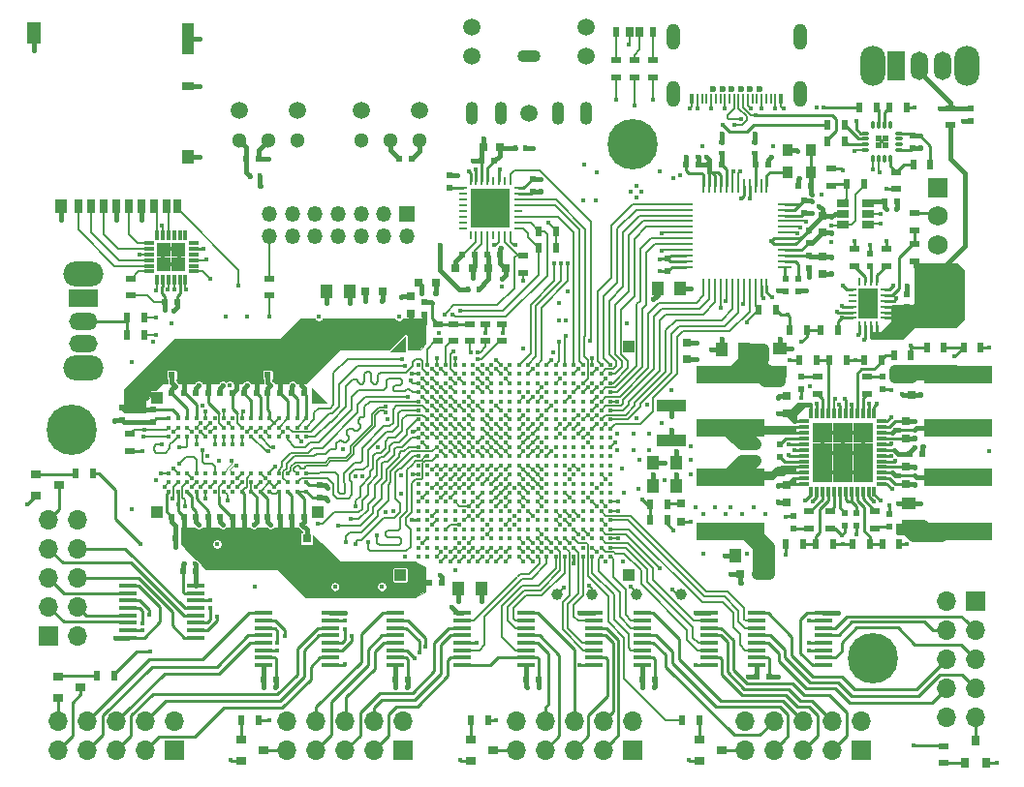
<source format=gtl>
G04 #@! TF.GenerationSoftware,KiCad,Pcbnew,(5.0.0)*
G04 #@! TF.CreationDate,2018-09-09T11:50:11+09:00*
G04 #@! TF.ProjectId,ZynqBoard2,5A796E71426F617264322E6B69636164,rev?*
G04 #@! TF.SameCoordinates,Original*
G04 #@! TF.FileFunction,Copper,L1,Top,Signal*
G04 #@! TF.FilePolarity,Positive*
%FSLAX46Y46*%
G04 Gerber Fmt 4.6, Leading zero omitted, Abs format (unit mm)*
G04 Created by KiCad (PCBNEW (5.0.0)) date 09/09/18 11:50:11*
%MOMM*%
%LPD*%
G01*
G04 APERTURE LIST*
G04 #@! TA.AperFunction,SMDPad,CuDef*
%ADD10R,1.000000X1.250000*%
G04 #@! TD*
G04 #@! TA.AperFunction,SMDPad,CuDef*
%ADD11R,0.800000X0.750000*%
G04 #@! TD*
G04 #@! TA.AperFunction,SMDPad,CuDef*
%ADD12R,0.300000X0.810000*%
G04 #@! TD*
G04 #@! TA.AperFunction,SMDPad,CuDef*
%ADD13R,0.810000X0.300000*%
G04 #@! TD*
G04 #@! TA.AperFunction,SMDPad,CuDef*
%ADD14R,1.750000X1.750000*%
G04 #@! TD*
G04 #@! TA.AperFunction,SMDPad,CuDef*
%ADD15R,0.500000X0.600000*%
G04 #@! TD*
G04 #@! TA.AperFunction,SMDPad,CuDef*
%ADD16R,0.600000X0.500000*%
G04 #@! TD*
G04 #@! TA.AperFunction,BGAPad,CuDef*
%ADD17C,0.400000*%
G04 #@! TD*
G04 #@! TA.AperFunction,SMDPad,CuDef*
%ADD18R,1.000000X1.000000*%
G04 #@! TD*
G04 #@! TA.AperFunction,SMDPad,CuDef*
%ADD19C,0.707106*%
G04 #@! TD*
G04 #@! TA.AperFunction,Conductor*
%ADD20C,0.100000*%
G04 #@! TD*
G04 #@! TA.AperFunction,SMDPad,CuDef*
%ADD21R,0.600000X0.600000*%
G04 #@! TD*
G04 #@! TA.AperFunction,SMDPad,CuDef*
%ADD22O,0.750000X0.300000*%
G04 #@! TD*
G04 #@! TA.AperFunction,SMDPad,CuDef*
%ADD23O,0.300000X0.750000*%
G04 #@! TD*
G04 #@! TA.AperFunction,SMDPad,CuDef*
%ADD24R,2.500000X1.000000*%
G04 #@! TD*
G04 #@! TA.AperFunction,SMDPad,CuDef*
%ADD25R,0.750000X0.800000*%
G04 #@! TD*
G04 #@! TA.AperFunction,SMDPad,CuDef*
%ADD26R,1.250000X1.000000*%
G04 #@! TD*
G04 #@! TA.AperFunction,SMDPad,CuDef*
%ADD27R,0.800000X0.800000*%
G04 #@! TD*
G04 #@! TA.AperFunction,SMDPad,CuDef*
%ADD28R,0.600000X0.850000*%
G04 #@! TD*
G04 #@! TA.AperFunction,SMDPad,CuDef*
%ADD29R,0.650000X0.850000*%
G04 #@! TD*
G04 #@! TA.AperFunction,ComponentPad*
%ADD30O,1.350000X1.350000*%
G04 #@! TD*
G04 #@! TA.AperFunction,ComponentPad*
%ADD31R,1.350000X1.350000*%
G04 #@! TD*
G04 #@! TA.AperFunction,SMDPad,CuDef*
%ADD32R,1.300000X1.900000*%
G04 #@! TD*
G04 #@! TA.AperFunction,SMDPad,CuDef*
%ADD33R,1.000000X2.800000*%
G04 #@! TD*
G04 #@! TA.AperFunction,SMDPad,CuDef*
%ADD34R,1.000000X0.800000*%
G04 #@! TD*
G04 #@! TA.AperFunction,SMDPad,CuDef*
%ADD35R,1.000000X1.200000*%
G04 #@! TD*
G04 #@! TA.AperFunction,SMDPad,CuDef*
%ADD36R,0.700000X1.200000*%
G04 #@! TD*
G04 #@! TA.AperFunction,ComponentPad*
%ADD37C,1.750000*%
G04 #@! TD*
G04 #@! TA.AperFunction,ComponentPad*
%ADD38R,1.750000X1.750000*%
G04 #@! TD*
G04 #@! TA.AperFunction,SMDPad,CuDef*
%ADD39R,0.230000X0.850000*%
G04 #@! TD*
G04 #@! TA.AperFunction,SMDPad,CuDef*
%ADD40R,0.460000X0.850000*%
G04 #@! TD*
G04 #@! TA.AperFunction,ComponentPad*
%ADD41C,0.600000*%
G04 #@! TD*
G04 #@! TA.AperFunction,ComponentPad*
%ADD42O,1.200000X2.300000*%
G04 #@! TD*
G04 #@! TA.AperFunction,ComponentPad*
%ADD43C,1.500000*%
G04 #@! TD*
G04 #@! TA.AperFunction,ComponentPad*
%ADD44O,2.000000X1.100000*%
G04 #@! TD*
G04 #@! TA.AperFunction,ComponentPad*
%ADD45O,1.100000X2.000000*%
G04 #@! TD*
G04 #@! TA.AperFunction,SMDPad,CuDef*
%ADD46R,5.900000X1.600000*%
G04 #@! TD*
G04 #@! TA.AperFunction,SMDPad,CuDef*
%ADD47R,0.900000X1.000000*%
G04 #@! TD*
G04 #@! TA.AperFunction,ComponentPad*
%ADD48O,1.700000X1.700000*%
G04 #@! TD*
G04 #@! TA.AperFunction,ComponentPad*
%ADD49R,1.700000X1.700000*%
G04 #@! TD*
G04 #@! TA.AperFunction,SMDPad,CuDef*
%ADD50R,0.800000X0.900000*%
G04 #@! TD*
G04 #@! TA.AperFunction,SMDPad,CuDef*
%ADD51R,0.900000X0.800000*%
G04 #@! TD*
G04 #@! TA.AperFunction,SMDPad,CuDef*
%ADD52R,0.900000X0.500000*%
G04 #@! TD*
G04 #@! TA.AperFunction,SMDPad,CuDef*
%ADD53R,0.500000X0.900000*%
G04 #@! TD*
G04 #@! TA.AperFunction,ComponentPad*
%ADD54O,3.500000X2.200000*%
G04 #@! TD*
G04 #@! TA.AperFunction,ComponentPad*
%ADD55O,2.500000X1.500000*%
G04 #@! TD*
G04 #@! TA.AperFunction,ComponentPad*
%ADD56R,2.500000X1.500000*%
G04 #@! TD*
G04 #@! TA.AperFunction,ComponentPad*
%ADD57R,1.500000X2.500000*%
G04 #@! TD*
G04 #@! TA.AperFunction,ComponentPad*
%ADD58O,1.500000X2.500000*%
G04 #@! TD*
G04 #@! TA.AperFunction,ComponentPad*
%ADD59O,2.200000X3.500000*%
G04 #@! TD*
G04 #@! TA.AperFunction,SMDPad,CuDef*
%ADD60R,1.300000X1.300000*%
G04 #@! TD*
G04 #@! TA.AperFunction,SMDPad,CuDef*
%ADD61R,0.850000X0.300000*%
G04 #@! TD*
G04 #@! TA.AperFunction,SMDPad,CuDef*
%ADD62R,0.300000X0.850000*%
G04 #@! TD*
G04 #@! TA.AperFunction,SMDPad,CuDef*
%ADD63R,0.700000X0.250000*%
G04 #@! TD*
G04 #@! TA.AperFunction,SMDPad,CuDef*
%ADD64R,0.250000X0.700000*%
G04 #@! TD*
G04 #@! TA.AperFunction,SMDPad,CuDef*
%ADD65R,0.825000X1.325000*%
G04 #@! TD*
G04 #@! TA.AperFunction,SMDPad,CuDef*
%ADD66R,1.300000X0.250000*%
G04 #@! TD*
G04 #@! TA.AperFunction,SMDPad,CuDef*
%ADD67R,0.250000X1.300000*%
G04 #@! TD*
G04 #@! TA.AperFunction,SMDPad,CuDef*
%ADD68R,1.060000X0.650000*%
G04 #@! TD*
G04 #@! TA.AperFunction,SMDPad,CuDef*
%ADD69R,1.725000X1.725000*%
G04 #@! TD*
G04 #@! TA.AperFunction,ComponentPad*
%ADD70C,1.300000*%
G04 #@! TD*
G04 #@! TA.AperFunction,SMDPad,CuDef*
%ADD71R,1.500000X0.450000*%
G04 #@! TD*
G04 #@! TA.AperFunction,SMDPad,CuDef*
%ADD72R,0.600000X0.400000*%
G04 #@! TD*
G04 #@! TA.AperFunction,SMDPad,CuDef*
%ADD73R,0.400000X0.600000*%
G04 #@! TD*
G04 #@! TA.AperFunction,ComponentPad*
%ADD74C,4.400000*%
G04 #@! TD*
G04 #@! TA.AperFunction,BGAPad,CuDef*
%ADD75C,1.000000*%
G04 #@! TD*
G04 #@! TA.AperFunction,ViaPad*
%ADD76C,0.450000*%
G04 #@! TD*
G04 #@! TA.AperFunction,Conductor*
%ADD77C,0.200000*%
G04 #@! TD*
G04 #@! TA.AperFunction,Conductor*
%ADD78C,0.250000*%
G04 #@! TD*
G04 #@! TA.AperFunction,Conductor*
%ADD79C,0.150000*%
G04 #@! TD*
G04 #@! TA.AperFunction,Conductor*
%ADD80C,0.400000*%
G04 #@! TD*
G04 #@! TA.AperFunction,Conductor*
%ADD81C,1.000000*%
G04 #@! TD*
G04 #@! TA.AperFunction,Conductor*
%ADD82C,0.210000*%
G04 #@! TD*
G04 #@! TA.AperFunction,Conductor*
%ADD83C,0.145000*%
G04 #@! TD*
G04 #@! TA.AperFunction,Conductor*
%ADD84C,0.254000*%
G04 #@! TD*
G04 APERTURE END LIST*
D10*
G04 #@! TO.P,C48,2*
G04 #@! TO.N,GND*
X89800000Y-98900000D03*
G04 #@! TO.P,C48,1*
G04 #@! TO.N,+1V0*
X87800000Y-98900000D03*
G04 #@! TD*
D11*
G04 #@! TO.P,C95,2*
G04 #@! TO.N,GND*
X95450000Y-108600000D03*
G04 #@! TO.P,C95,1*
G04 #@! TO.N,+3V3*
X96950000Y-108600000D03*
G04 #@! TD*
D12*
G04 #@! TO.P,U4,48*
G04 #@! TO.N,Net-(C118-Pad1)*
X107150000Y-101400000D03*
G04 #@! TO.P,U4,47*
G04 #@! TO.N,GND*
X106650000Y-101400000D03*
G04 #@! TO.P,U4,46*
G04 #@! TO.N,Net-(R35-Pad2)*
X106150000Y-101400000D03*
G04 #@! TO.P,U4,45*
G04 #@! TO.N,Net-(R36-Pad2)*
X105650000Y-101400000D03*
G04 #@! TO.P,U4,44*
G04 #@! TO.N,/PowerSupply/VREG*
X105150000Y-101400000D03*
G04 #@! TO.P,U4,43*
X104650000Y-101400000D03*
G04 #@! TO.P,U4,42*
G04 #@! TO.N,Net-(C99-Pad1)*
X104150000Y-101400000D03*
G04 #@! TO.P,U4,41*
G04 #@! TO.N,Net-(R29-Pad2)*
X103650000Y-101400000D03*
G04 #@! TO.P,U4,40*
G04 #@! TO.N,Net-(R26-Pad1)*
X103150000Y-101400000D03*
G04 #@! TO.P,U4,39*
G04 #@! TO.N,Net-(R32-Pad2)*
X102650000Y-101400000D03*
G04 #@! TO.P,U4,38*
G04 #@! TO.N,GND*
X102150000Y-101400000D03*
G04 #@! TO.P,U4,24*
G04 #@! TO.N,+5V*
X101650000Y-94600000D03*
G04 #@! TO.P,U4,23*
G04 #@! TO.N,Net-(R44-Pad2)*
X102150000Y-94600000D03*
G04 #@! TO.P,U4,22*
G04 #@! TO.N,Net-(R34-Pad2)*
X102650000Y-94600000D03*
G04 #@! TO.P,U4,21*
G04 #@! TO.N,Net-(R30-Pad2)*
X103150000Y-94600000D03*
G04 #@! TO.P,U4,20*
G04 #@! TO.N,PG_ALL*
X103650000Y-94600000D03*
G04 #@! TO.P,U4,19*
G04 #@! TO.N,GND*
X104150000Y-94600000D03*
G04 #@! TO.P,U4,18*
X104650000Y-94600000D03*
G04 #@! TO.P,U4,17*
X105150000Y-94600000D03*
G04 #@! TO.P,U4,16*
G04 #@! TO.N,Net-(R42-Pad2)*
X105650000Y-94600000D03*
G04 #@! TO.P,U4,15*
G04 #@! TO.N,Net-(R41-Pad2)*
X106150000Y-94600000D03*
G04 #@! TO.P,U4,14*
G04 #@! TO.N,+1V0*
X106650000Y-94600000D03*
D13*
G04 #@! TO.P,U4,36*
G04 #@! TO.N,+5V*
X101000000Y-100750000D03*
G04 #@! TO.P,U4,35*
X101000000Y-100250000D03*
G04 #@! TO.P,U4,34*
G04 #@! TO.N,Net-(C93-Pad2)*
X101000000Y-99750000D03*
G04 #@! TO.P,U4,33*
X101000000Y-99250000D03*
G04 #@! TO.P,U4,32*
G04 #@! TO.N,Net-(C93-Pad1)*
X101000000Y-98750000D03*
G04 #@! TO.P,U4,31*
G04 #@! TO.N,Net-(Q1-Pad2)*
X101000000Y-98250000D03*
G04 #@! TO.P,U4,30*
G04 #@! TO.N,GND*
X101000000Y-97750000D03*
G04 #@! TO.P,U4,29*
G04 #@! TO.N,Net-(Q1-Pad4)*
X101000000Y-97250000D03*
G04 #@! TO.P,U4,28*
G04 #@! TO.N,Net-(C100-Pad2)*
X101000000Y-96750000D03*
G04 #@! TO.P,U4,27*
G04 #@! TO.N,Net-(C100-Pad1)*
X101000000Y-96250000D03*
G04 #@! TO.P,U4,26*
X101000000Y-95750000D03*
G04 #@! TO.P,U4,12*
G04 #@! TO.N,Net-(C111-Pad1)*
X107800000Y-95250000D03*
G04 #@! TO.P,U4,11*
G04 #@! TO.N,GND*
X107800000Y-95750000D03*
G04 #@! TO.P,U4,10*
G04 #@! TO.N,Net-(C111-Pad2)*
X107800000Y-96250000D03*
G04 #@! TO.P,U4,9*
G04 #@! TO.N,+5V*
X107800000Y-96750000D03*
G04 #@! TO.P,U4,8*
G04 #@! TO.N,+3V3*
X107800000Y-97250000D03*
G04 #@! TO.P,U4,7*
G04 #@! TO.N,XADC_1V8*
X107800000Y-97750000D03*
G04 #@! TO.P,U4,6*
G04 #@! TO.N,Net-(R45-Pad2)*
X107800000Y-98250000D03*
G04 #@! TO.P,U4,5*
G04 #@! TO.N,Net-(C118-Pad1)*
X107800000Y-98750000D03*
G04 #@! TO.P,U4,4*
G04 #@! TO.N,+5V*
X107800000Y-99250000D03*
G04 #@! TO.P,U4,3*
G04 #@! TO.N,Net-(C106-Pad2)*
X107800000Y-99750000D03*
G04 #@! TO.P,U4,2*
G04 #@! TO.N,GND*
X107800000Y-100250000D03*
G04 #@! TO.P,U4,25*
G04 #@! TO.N,+5V*
X101000000Y-95250000D03*
D12*
G04 #@! TO.P,U4,13*
G04 #@! TO.N,GND*
X107150000Y-94600000D03*
D13*
G04 #@! TO.P,U4,1*
G04 #@! TO.N,Net-(C106-Pad1)*
X107800000Y-100750000D03*
D12*
G04 #@! TO.P,U4,37*
G04 #@! TO.N,Net-(C118-Pad1)*
X101650000Y-101400000D03*
D14*
G04 #@! TO.P,U4,49*
G04 #@! TO.N,GND*
X106150000Y-99750000D03*
X106150000Y-96250000D03*
X106150000Y-98000000D03*
X104400000Y-98000000D03*
X104400000Y-96250000D03*
X104400000Y-99750000D03*
X102650000Y-98000000D03*
X102650000Y-96250000D03*
X102650000Y-99750000D03*
G04 #@! TD*
D15*
G04 #@! TO.P,C123,1*
G04 #@! TO.N,+3.3VA*
X89100000Y-82150000D03*
G04 #@! TO.P,C123,2*
G04 #@! TO.N,GND*
X89100000Y-81050000D03*
G04 #@! TD*
D16*
G04 #@! TO.P,C4,1*
G04 #@! TO.N,+1V35*
X47150000Y-105500000D03*
G04 #@! TO.P,C4,2*
G04 #@! TO.N,GND*
X46050000Y-105500000D03*
G04 #@! TD*
G04 #@! TO.P,C5,1*
G04 #@! TO.N,+1V35*
X57350000Y-92800000D03*
G04 #@! TO.P,C5,2*
G04 #@! TO.N,GND*
X56250000Y-92800000D03*
G04 #@! TD*
G04 #@! TO.P,C6,1*
G04 #@! TO.N,+1V35*
X55250000Y-92800000D03*
G04 #@! TO.P,C6,2*
G04 #@! TO.N,GND*
X54150000Y-92800000D03*
G04 #@! TD*
G04 #@! TO.P,C7,1*
G04 #@! TO.N,+1V35*
X53150000Y-92800000D03*
G04 #@! TO.P,C7,2*
G04 #@! TO.N,GND*
X52050000Y-92800000D03*
G04 #@! TD*
G04 #@! TO.P,C8,1*
G04 #@! TO.N,+1V35*
X51050000Y-92800000D03*
G04 #@! TO.P,C8,2*
G04 #@! TO.N,GND*
X49950000Y-92800000D03*
G04 #@! TD*
G04 #@! TO.P,C9,1*
G04 #@! TO.N,+1V35*
X48950000Y-92800000D03*
G04 #@! TO.P,C9,2*
G04 #@! TO.N,GND*
X47850000Y-92800000D03*
G04 #@! TD*
G04 #@! TO.P,C10,1*
G04 #@! TO.N,+1V35*
X46850000Y-92800000D03*
G04 #@! TO.P,C10,2*
G04 #@! TO.N,GND*
X45750000Y-92800000D03*
G04 #@! TD*
D15*
G04 #@! TO.P,C11,1*
G04 #@! TO.N,+1V35*
X44100000Y-94250000D03*
G04 #@! TO.P,C11,2*
G04 #@! TO.N,GND*
X44100000Y-95350000D03*
G04 #@! TD*
G04 #@! TO.P,C12,1*
G04 #@! TO.N,+1V35*
X41400000Y-94050000D03*
G04 #@! TO.P,C12,2*
G04 #@! TO.N,GND*
X41400000Y-95150000D03*
G04 #@! TD*
D16*
G04 #@! TO.P,C13,1*
G04 #@! TO.N,+1V35*
X46850000Y-103600000D03*
G04 #@! TO.P,C13,2*
G04 #@! TO.N,GND*
X45750000Y-103600000D03*
G04 #@! TD*
G04 #@! TO.P,C14,1*
G04 #@! TO.N,+1V35*
X48950000Y-103600000D03*
G04 #@! TO.P,C14,2*
G04 #@! TO.N,GND*
X47850000Y-103600000D03*
G04 #@! TD*
G04 #@! TO.P,C15,1*
G04 #@! TO.N,+1V35*
X51050000Y-103600000D03*
G04 #@! TO.P,C15,2*
G04 #@! TO.N,GND*
X49950000Y-103600000D03*
G04 #@! TD*
G04 #@! TO.P,C16,1*
G04 #@! TO.N,+1V35*
X52050000Y-103600000D03*
G04 #@! TO.P,C16,2*
G04 #@! TO.N,GND*
X53150000Y-103600000D03*
G04 #@! TD*
G04 #@! TO.P,C17,1*
G04 #@! TO.N,+1V35*
X55250000Y-103600000D03*
G04 #@! TO.P,C17,2*
G04 #@! TO.N,GND*
X54150000Y-103600000D03*
G04 #@! TD*
G04 #@! TO.P,C18,1*
G04 #@! TO.N,+1V35*
X56250000Y-103600000D03*
G04 #@! TO.P,C18,2*
G04 #@! TO.N,GND*
X57350000Y-103600000D03*
G04 #@! TD*
D15*
G04 #@! TO.P,C19,1*
G04 #@! TO.N,+1V35*
X58700000Y-100850000D03*
G04 #@! TO.P,C19,2*
G04 #@! TO.N,GND*
X58700000Y-101950000D03*
G04 #@! TD*
D16*
G04 #@! TO.P,C20,1*
G04 #@! TO.N,+1V35*
X55250000Y-91200000D03*
G04 #@! TO.P,C20,2*
G04 #@! TO.N,GND*
X54150000Y-91200000D03*
G04 #@! TD*
G04 #@! TO.P,C21,1*
G04 #@! TO.N,+1V35*
X46850000Y-91200000D03*
G04 #@! TO.P,C21,2*
G04 #@! TO.N,GND*
X45750000Y-91200000D03*
G04 #@! TD*
D15*
G04 #@! TO.P,C63,1*
G04 #@! TO.N,+1V35*
X67800000Y-85950000D03*
G04 #@! TO.P,C63,2*
G04 #@! TO.N,GND*
X67800000Y-84850000D03*
G04 #@! TD*
D16*
G04 #@! TO.P,C64,1*
G04 #@! TO.N,+1V35*
X68250000Y-109400000D03*
G04 #@! TO.P,C64,2*
G04 #@! TO.N,GND*
X69350000Y-109400000D03*
G04 #@! TD*
G04 #@! TO.P,C85,1*
G04 #@! TO.N,+1V8*
X46250000Y-84800000D03*
G04 #@! TO.P,C85,2*
G04 #@! TO.N,GND*
X45150000Y-84800000D03*
G04 #@! TD*
D15*
G04 #@! TO.P,C93,1*
G04 #@! TO.N,Net-(C93-Pad1)*
X98900000Y-98350000D03*
G04 #@! TO.P,C93,2*
G04 #@! TO.N,Net-(C93-Pad2)*
X98900000Y-99450000D03*
G04 #@! TD*
G04 #@! TO.P,C97,1*
G04 #@! TO.N,/PowerSupply/SW_EN*
X115600000Y-67850000D03*
G04 #@! TO.P,C97,2*
G04 #@! TO.N,GND*
X115600000Y-68950000D03*
G04 #@! TD*
G04 #@! TO.P,C98,1*
G04 #@! TO.N,/PowerSupply/VREG*
X105600000Y-103250000D03*
G04 #@! TO.P,C98,2*
G04 #@! TO.N,GND*
X105600000Y-104350000D03*
G04 #@! TD*
G04 #@! TO.P,C99,1*
G04 #@! TO.N,Net-(C99-Pad1)*
X104600000Y-103250000D03*
G04 #@! TO.P,C99,2*
G04 #@! TO.N,GND*
X104600000Y-104350000D03*
G04 #@! TD*
G04 #@! TO.P,C100,1*
G04 #@! TO.N,Net-(C100-Pad1)*
X98900000Y-96150000D03*
G04 #@! TO.P,C100,2*
G04 #@! TO.N,Net-(C100-Pad2)*
X98900000Y-97250000D03*
G04 #@! TD*
G04 #@! TO.P,C103,1*
G04 #@! TO.N,GND*
X100100000Y-103550000D03*
G04 #@! TO.P,C103,2*
G04 #@! TO.N,Net-(C103-Pad2)*
X100100000Y-104650000D03*
G04 #@! TD*
G04 #@! TO.P,C104,2*
G04 #@! TO.N,GND*
X110000000Y-84150000D03*
G04 #@! TO.P,C104,1*
G04 #@! TO.N,VIN*
X110000000Y-85250000D03*
G04 #@! TD*
G04 #@! TO.P,C105,1*
G04 #@! TO.N,GND*
X100800000Y-92450000D03*
G04 #@! TO.P,C105,2*
G04 #@! TO.N,Net-(C105-Pad2)*
X100800000Y-91350000D03*
G04 #@! TD*
G04 #@! TO.P,C107,1*
G04 #@! TO.N,GND*
X108500000Y-103350000D03*
G04 #@! TO.P,C107,2*
G04 #@! TO.N,Net-(C107-Pad2)*
X108500000Y-104450000D03*
G04 #@! TD*
G04 #@! TO.P,C109,2*
G04 #@! TO.N,GND*
X106800000Y-80550000D03*
G04 #@! TO.P,C109,1*
G04 #@! TO.N,Net-(C109-Pad1)*
X106800000Y-81650000D03*
G04 #@! TD*
G04 #@! TO.P,C110,1*
G04 #@! TO.N,GND*
X107900000Y-92450000D03*
G04 #@! TO.P,C110,2*
G04 #@! TO.N,Net-(C110-Pad2)*
X107900000Y-91350000D03*
G04 #@! TD*
D16*
G04 #@! TO.P,C113,1*
G04 #@! TO.N,XADC_1V8*
X110250000Y-98100000D03*
G04 #@! TO.P,C113,2*
G04 #@! TO.N,GND*
X111350000Y-98100000D03*
G04 #@! TD*
D15*
G04 #@! TO.P,C121,1*
G04 #@! TO.N,Net-(C121-Pad1)*
X110500000Y-70250000D03*
G04 #@! TO.P,C121,2*
G04 #@! TO.N,GND*
X110500000Y-71350000D03*
G04 #@! TD*
D16*
G04 #@! TO.P,C122,1*
G04 #@! TO.N,+3.3VA*
X90650000Y-72800000D03*
G04 #@! TO.P,C122,2*
G04 #@! TO.N,GND*
X91750000Y-72800000D03*
G04 #@! TD*
D15*
G04 #@! TO.P,C124,1*
G04 #@! TO.N,+3.3VA*
X101000000Y-77050000D03*
G04 #@! TO.P,C124,2*
G04 #@! TO.N,GND*
X101000000Y-75950000D03*
G04 #@! TD*
G04 #@! TO.P,C126,1*
G04 #@! TO.N,+3.3VA*
X101400000Y-80750000D03*
G04 #@! TO.P,C126,2*
G04 #@! TO.N,GND*
X101400000Y-81850000D03*
G04 #@! TD*
G04 #@! TO.P,C127,1*
G04 #@! TO.N,Net-(C127-Pad1)*
X100500000Y-82750000D03*
G04 #@! TO.P,C127,2*
G04 #@! TO.N,GND*
X100500000Y-83850000D03*
G04 #@! TD*
G04 #@! TO.P,C128,1*
G04 #@! TO.N,Net-(C128-Pad1)*
X99400000Y-82750000D03*
G04 #@! TO.P,C128,2*
G04 #@! TO.N,GND*
X99400000Y-83850000D03*
G04 #@! TD*
G04 #@! TO.P,C130,1*
G04 #@! TO.N,+5V*
X101400000Y-79650000D03*
G04 #@! TO.P,C130,2*
G04 #@! TO.N,GND*
X101400000Y-78550000D03*
G04 #@! TD*
D16*
G04 #@! TO.P,C131,1*
G04 #@! TO.N,+3.3VA*
X108050000Y-76000000D03*
G04 #@! TO.P,C131,2*
G04 #@! TO.N,GND*
X109150000Y-76000000D03*
G04 #@! TD*
G04 #@! TO.P,C132,1*
G04 #@! TO.N,/USB/VPLL*
X93850000Y-72800000D03*
G04 #@! TO.P,C132,2*
G04 #@! TO.N,GND*
X92750000Y-72800000D03*
G04 #@! TD*
G04 #@! TO.P,C133,1*
G04 #@! TO.N,+3.3VA*
X101650000Y-74700000D03*
G04 #@! TO.P,C133,2*
G04 #@! TO.N,GND*
X100550000Y-74700000D03*
G04 #@! TD*
G04 #@! TO.P,C134,1*
G04 #@! TO.N,/USB/VPHY*
X96750000Y-72800000D03*
G04 #@! TO.P,C134,2*
G04 #@! TO.N,GND*
X97850000Y-72800000D03*
G04 #@! TD*
D15*
G04 #@! TO.P,C135,1*
G04 #@! TO.N,+3V3*
X77300000Y-75150000D03*
G04 #@! TO.P,C135,2*
G04 #@! TO.N,GND*
X77300000Y-74050000D03*
G04 #@! TD*
D16*
G04 #@! TO.P,C137,1*
G04 #@! TO.N,Net-(C136-Pad1)*
X73350000Y-80700000D03*
G04 #@! TO.P,C137,2*
G04 #@! TO.N,GND*
X74450000Y-80700000D03*
G04 #@! TD*
G04 #@! TO.P,C139,1*
G04 #@! TO.N,Net-(C138-Pad1)*
X73950000Y-72500000D03*
G04 #@! TO.P,C139,2*
G04 #@! TO.N,GND*
X72850000Y-72500000D03*
G04 #@! TD*
D15*
G04 #@! TO.P,C140,1*
G04 #@! TO.N,Net-(C140-Pad1)*
X70000000Y-74850000D03*
G04 #@! TO.P,C140,2*
G04 #@! TO.N,GND*
X70000000Y-73750000D03*
G04 #@! TD*
D16*
G04 #@! TO.P,C141,1*
G04 #@! TO.N,Net-(C141-Pad1)*
X71150000Y-80700000D03*
G04 #@! TO.P,C141,2*
G04 #@! TO.N,GND*
X72250000Y-80700000D03*
G04 #@! TD*
G04 #@! TO.P,C143,1*
G04 #@! TO.N,+3V3*
X65650000Y-72300000D03*
G04 #@! TO.P,C143,2*
G04 #@! TO.N,GND*
X66750000Y-72300000D03*
G04 #@! TD*
G04 #@! TO.P,C144,1*
G04 #@! TO.N,Net-(C144-Pad1)*
X52250000Y-72300000D03*
G04 #@! TO.P,C144,2*
G04 #@! TO.N,GND*
X53350000Y-72300000D03*
G04 #@! TD*
G04 #@! TO.P,C145,1*
G04 #@! TO.N,+3V3*
X96850000Y-117600000D03*
G04 #@! TO.P,C145,2*
G04 #@! TO.N,GND*
X97950000Y-117600000D03*
G04 #@! TD*
G04 #@! TO.P,C146,1*
G04 #@! TO.N,+3V3*
X86850000Y-117800000D03*
G04 #@! TO.P,C146,2*
G04 #@! TO.N,GND*
X87950000Y-117800000D03*
G04 #@! TD*
G04 #@! TO.P,C147,1*
G04 #@! TO.N,+3V3*
X76750000Y-117800000D03*
G04 #@! TO.P,C147,2*
G04 #@! TO.N,GND*
X77850000Y-117800000D03*
G04 #@! TD*
G04 #@! TO.P,C148,1*
G04 #@! TO.N,+3V3*
X65250000Y-117800000D03*
G04 #@! TO.P,C148,2*
G04 #@! TO.N,GND*
X66350000Y-117800000D03*
G04 #@! TD*
G04 #@! TO.P,C149,1*
G04 #@! TO.N,+3V3*
X53750000Y-117800000D03*
G04 #@! TO.P,C149,2*
G04 #@! TO.N,GND*
X54850000Y-117800000D03*
G04 #@! TD*
G04 #@! TO.P,C150,1*
G04 #@! TO.N,+3V3*
X47850000Y-108400000D03*
G04 #@! TO.P,C150,2*
G04 #@! TO.N,GND*
X46750000Y-108400000D03*
G04 #@! TD*
D17*
G04 #@! TO.P,U2,T9*
G04 #@! TO.N,GND*
X45500000Y-101400000D03*
G04 #@! TO.P,U2,T8*
G04 #@! TO.N,/DDR/DDR_A8*
X45500000Y-100600000D03*
G04 #@! TO.P,U2,T7*
G04 #@! TO.N,/DDR/DDR_A14*
X45500000Y-99800000D03*
G04 #@! TO.P,U2,T3*
G04 #@! TO.N,/DDR/DDR_A13*
X45500000Y-96600000D03*
G04 #@! TO.P,U2,T2*
G04 #@! TO.N,/DDR/DDR_DRST*
X45500000Y-95800000D03*
G04 #@! TO.P,U2,T1*
G04 #@! TO.N,GND*
X45500000Y-95000000D03*
G04 #@! TO.P,U2,R9*
G04 #@! TO.N,+1V35*
X46300000Y-101400000D03*
G04 #@! TO.P,U2,R8*
G04 #@! TO.N,/DDR/DDR_A6*
X46300000Y-100600000D03*
G04 #@! TO.P,U2,R7*
G04 #@! TO.N,/DDR/DDR_A11*
X46300000Y-99800000D03*
G04 #@! TO.P,U2,R3*
G04 #@! TO.N,/DDR/DDR_A9*
X46300000Y-96600000D03*
G04 #@! TO.P,U2,R2*
G04 #@! TO.N,/DDR/DDR_A7*
X46300000Y-95800000D03*
G04 #@! TO.P,U2,R1*
G04 #@! TO.N,+1V35*
X46300000Y-95000000D03*
G04 #@! TO.P,U2,P9*
G04 #@! TO.N,GND*
X47100000Y-101400000D03*
G04 #@! TO.P,U2,P8*
G04 #@! TO.N,/DDR/DDR_A4*
X47100000Y-100600000D03*
G04 #@! TO.P,U2,P7*
G04 #@! TO.N,/DDR/DDR_A1*
X47100000Y-99800000D03*
G04 #@! TO.P,U2,P3*
G04 #@! TO.N,/DDR/DDR_A2*
X47100000Y-96600000D03*
G04 #@! TO.P,U2,P2*
G04 #@! TO.N,/DDR/DDR_A5*
X47100000Y-95800000D03*
G04 #@! TO.P,U2,P1*
G04 #@! TO.N,GND*
X47100000Y-95000000D03*
G04 #@! TO.P,U2,N9*
G04 #@! TO.N,+1V35*
X47900000Y-101400000D03*
G04 #@! TO.P,U2,N8*
G04 #@! TO.N,/DDR/DDR_BA1*
X47900000Y-100600000D03*
G04 #@! TO.P,U2,N7*
G04 #@! TO.N,/DDR/DDR_A12*
X47900000Y-99800000D03*
G04 #@! TO.P,U2,N3*
G04 #@! TO.N,/DDR/DDR_A0*
X47900000Y-96600000D03*
G04 #@! TO.P,U2,N2*
G04 #@! TO.N,/DDR/DDR_A3*
X47900000Y-95800000D03*
G04 #@! TO.P,U2,N1*
G04 #@! TO.N,+1V35*
X47900000Y-95000000D03*
G04 #@! TO.P,U2,M9*
G04 #@! TO.N,GND*
X48700000Y-101400000D03*
G04 #@! TO.P,U2,M8*
G04 #@! TO.N,/DDR/DDR_VREF*
X48700000Y-100600000D03*
G04 #@! TO.P,U2,M7*
G04 #@! TO.N,N/C*
X48700000Y-99800000D03*
G04 #@! TO.P,U2,M3*
G04 #@! TO.N,/DDR/DDR_BA2*
X48700000Y-96600000D03*
G04 #@! TO.P,U2,M2*
G04 #@! TO.N,/DDR/DDR_BA0*
X48700000Y-95800000D03*
G04 #@! TO.P,U2,M1*
G04 #@! TO.N,GND*
X48700000Y-95000000D03*
G04 #@! TO.P,U2,L9*
G04 #@! TO.N,N/C*
X49500000Y-101400000D03*
G04 #@! TO.P,U2,L8*
G04 #@! TO.N,Net-(R3-Pad1)*
X49500000Y-100600000D03*
G04 #@! TO.P,U2,L7*
G04 #@! TO.N,/DDR/DDR_A10*
X49500000Y-99800000D03*
G04 #@! TO.P,U2,L3*
G04 #@! TO.N,/DDR/DDR_WE*
X49500000Y-96600000D03*
G04 #@! TO.P,U2,L2*
G04 #@! TO.N,/DDR/DDR_CS*
X49500000Y-95800000D03*
G04 #@! TO.P,U2,L1*
G04 #@! TO.N,N/C*
X49500000Y-95000000D03*
G04 #@! TO.P,U2,K9*
G04 #@! TO.N,/DDR/DDR_CKE*
X50300000Y-101400000D03*
G04 #@! TO.P,U2,K8*
G04 #@! TO.N,+1V35*
X50300000Y-100600000D03*
G04 #@! TO.P,U2,K7*
G04 #@! TO.N,/DDR/DDR_CK_N*
X50300000Y-99800000D03*
G04 #@! TO.P,U2,K3*
G04 #@! TO.N,/DDR/DDR_CAS*
X50300000Y-96600000D03*
G04 #@! TO.P,U2,K2*
G04 #@! TO.N,+1V35*
X50300000Y-95800000D03*
G04 #@! TO.P,U2,K1*
G04 #@! TO.N,/DDR/DDR_ODT*
X50300000Y-95000000D03*
G04 #@! TO.P,U2,J9*
G04 #@! TO.N,N/C*
X51100000Y-101400000D03*
G04 #@! TO.P,U2,J8*
G04 #@! TO.N,GND*
X51100000Y-100600000D03*
G04 #@! TO.P,U2,J7*
G04 #@! TO.N,/DDR/DDR_CK_P*
X51100000Y-99800000D03*
G04 #@! TO.P,U2,J3*
G04 #@! TO.N,/DDR/DDR_RAS*
X51100000Y-96600000D03*
G04 #@! TO.P,U2,J2*
G04 #@! TO.N,GND*
X51100000Y-95800000D03*
G04 #@! TO.P,U2,J1*
G04 #@! TO.N,N/C*
X51100000Y-95000000D03*
G04 #@! TO.P,U2,H9*
G04 #@! TO.N,+1V35*
X51900000Y-101400000D03*
G04 #@! TO.P,U2,H8*
G04 #@! TO.N,/DDR/DDR_DQ5*
X51900000Y-100600000D03*
G04 #@! TO.P,U2,H7*
G04 #@! TO.N,/DDR/DDR_DQ7*
X51900000Y-99800000D03*
G04 #@! TO.P,U2,H3*
G04 #@! TO.N,/DDR/DDR_DQ4*
X51900000Y-96600000D03*
G04 #@! TO.P,U2,H2*
G04 #@! TO.N,+1V35*
X51900000Y-95800000D03*
G04 #@! TO.P,U2,H1*
G04 #@! TO.N,/DDR/DDR_VREF*
X51900000Y-95000000D03*
G04 #@! TO.P,U2,G9*
G04 #@! TO.N,GND*
X52700000Y-101400000D03*
G04 #@! TO.P,U2,G8*
X52700000Y-100600000D03*
G04 #@! TO.P,U2,G7*
G04 #@! TO.N,+1V35*
X52700000Y-99800000D03*
G04 #@! TO.P,U2,G3*
G04 #@! TO.N,/DDR/DDR_DQS_0_N*
X52700000Y-96600000D03*
G04 #@! TO.P,U2,G2*
G04 #@! TO.N,/DDR/DDR_DQ6*
X52700000Y-95800000D03*
G04 #@! TO.P,U2,G1*
G04 #@! TO.N,GND*
X52700000Y-95000000D03*
G04 #@! TO.P,U2,F9*
X53500000Y-101400000D03*
G04 #@! TO.P,U2,F8*
G04 #@! TO.N,/DDR/DDR_DQ3*
X53500000Y-100600000D03*
G04 #@! TO.P,U2,F7*
G04 #@! TO.N,/DDR/DDR_DQ1*
X53500000Y-99800000D03*
G04 #@! TO.P,U2,F3*
G04 #@! TO.N,/DDR/DDR_DQS_0_P*
X53500000Y-96600000D03*
G04 #@! TO.P,U2,F2*
G04 #@! TO.N,/DDR/DDR_DQ2*
X53500000Y-95800000D03*
G04 #@! TO.P,U2,F1*
G04 #@! TO.N,+1V35*
X53500000Y-95000000D03*
G04 #@! TO.P,U2,E9*
X54300000Y-101400000D03*
G04 #@! TO.P,U2,E8*
G04 #@! TO.N,GND*
X54300000Y-100600000D03*
G04 #@! TO.P,U2,E7*
G04 #@! TO.N,/DDR/DDR_DM0*
X54300000Y-99800000D03*
G04 #@! TO.P,U2,E3*
G04 #@! TO.N,/DDR/DDR_DQ0*
X54300000Y-96600000D03*
G04 #@! TO.P,U2,E2*
G04 #@! TO.N,GND*
X54300000Y-95800000D03*
G04 #@! TO.P,U2,E1*
X54300000Y-95000000D03*
G04 #@! TO.P,U2,D9*
G04 #@! TO.N,+1V35*
X55100000Y-101400000D03*
G04 #@! TO.P,U2,D8*
G04 #@! TO.N,GND*
X55100000Y-100600000D03*
G04 #@! TO.P,U2,D7*
G04 #@! TO.N,/DDR/DDR_DQ8*
X55100000Y-99800000D03*
G04 #@! TO.P,U2,D3*
G04 #@! TO.N,/DDR/DDR_DM1*
X55100000Y-96600000D03*
G04 #@! TO.P,U2,D2*
G04 #@! TO.N,+1V35*
X55100000Y-95800000D03*
G04 #@! TO.P,U2,D1*
G04 #@! TO.N,GND*
X55100000Y-95000000D03*
G04 #@! TO.P,U2,C9*
G04 #@! TO.N,+1V35*
X55900000Y-101400000D03*
G04 #@! TO.P,U2,C8*
G04 #@! TO.N,/DDR/DDR_DQ10*
X55900000Y-100600000D03*
G04 #@! TO.P,U2,C7*
G04 #@! TO.N,/DDR/DDR_DQS_1_P*
X55900000Y-99800000D03*
G04 #@! TO.P,U2,C3*
G04 #@! TO.N,/DDR/DDR_DQ9*
X55900000Y-96600000D03*
G04 #@! TO.P,U2,C2*
G04 #@! TO.N,/DDR/DDR_DQ11*
X55900000Y-95800000D03*
G04 #@! TO.P,U2,C1*
G04 #@! TO.N,+1V35*
X55900000Y-95000000D03*
G04 #@! TO.P,U2,B9*
G04 #@! TO.N,GND*
X56700000Y-101400000D03*
G04 #@! TO.P,U2,B8*
G04 #@! TO.N,/DDR/DDR_DQ14*
X56700000Y-100600000D03*
G04 #@! TO.P,U2,B7*
G04 #@! TO.N,/DDR/DDR_DQS_1_N*
X56700000Y-99800000D03*
G04 #@! TO.P,U2,B3*
G04 #@! TO.N,GND*
X56700000Y-96600000D03*
G04 #@! TO.P,U2,B2*
G04 #@! TO.N,+1V35*
X56700000Y-95800000D03*
G04 #@! TO.P,U2,B1*
G04 #@! TO.N,GND*
X56700000Y-95000000D03*
G04 #@! TO.P,U2,A9*
X57500000Y-101400000D03*
G04 #@! TO.P,U2,A8*
G04 #@! TO.N,+1V35*
X57500000Y-100600000D03*
G04 #@! TO.P,U2,A7*
G04 #@! TO.N,/DDR/DDR_DQ12*
X57500000Y-99800000D03*
G04 #@! TO.P,U2,A3*
G04 #@! TO.N,/DDR/DDR_DQ15*
X57500000Y-96600000D03*
G04 #@! TO.P,U2,A2*
G04 #@! TO.N,/DDR/DDR_DQ13*
X57500000Y-95800000D03*
G04 #@! TO.P,U2,A1*
G04 #@! TO.N,+1V35*
X57500000Y-95000000D03*
D18*
G04 #@! TO.P,U2,*
G04 #@! TO.N,*
X58500000Y-103200000D03*
X44500000Y-93200000D03*
X44500000Y-103200000D03*
D19*
X58353553Y-93346447D03*
D20*
G04 #@! TD*
G04 #@! TO.N,*
G04 #@! TO.C,U2*
G36*
X59414212Y-93700000D02*
X58000000Y-93700001D01*
X57999999Y-93700000D01*
X58000000Y-92285788D01*
X59414212Y-93700000D01*
X59414212Y-93700000D01*
G37*
D18*
G04 #@! TO.P,U1,*
G04 #@! TO.N,*
X65700000Y-108700000D03*
X85700000Y-108700000D03*
X85700000Y-88700000D03*
D19*
X65846447Y-88846447D03*
D20*
G04 #@! TD*
G04 #@! TO.N,*
G04 #@! TO.C,U1*
G36*
X66200000Y-87785788D02*
X66200001Y-89200000D01*
X66200000Y-89200001D01*
X64785788Y-89200000D01*
X66200000Y-87785788D01*
X66200000Y-87785788D01*
G37*
D17*
G04 #@! TO.P,U1,AB22*
G04 #@! TO.N,IF2_HSCK*
X84100000Y-107100000D03*
G04 #@! TO.P,U1,AA22*
G04 #@! TO.N,IF2_SRXD*
X84100000Y-106300000D03*
G04 #@! TO.P,U1,Y22*
G04 #@! TO.N,GND*
X84100000Y-105500000D03*
G04 #@! TO.P,U1,W22*
G04 #@! TO.N,IF1_HTXD*
X84100000Y-104700000D03*
G04 #@! TO.P,U1,V22*
G04 #@! TO.N,IF1_HRXD*
X84100000Y-103900000D03*
G04 #@! TO.P,U1,U22*
G04 #@! TO.N,IF1_STXD*
X84100000Y-103100000D03*
G04 #@! TO.P,U1,T22*
G04 #@! TO.N,IF1_SSCK*
X84100000Y-102300000D03*
G04 #@! TO.P,U1,R22*
G04 #@! TO.N,N/C*
X84100000Y-101500000D03*
G04 #@! TO.P,U1,P22*
X84100000Y-100700000D03*
G04 #@! TO.P,U1,N22*
X84100000Y-99900000D03*
G04 #@! TO.P,U1,M22*
X84100000Y-99100000D03*
G04 #@! TO.P,U1,L22*
X84100000Y-98300000D03*
G04 #@! TO.P,U1,K22*
G04 #@! TO.N,GND*
X84100000Y-97500000D03*
G04 #@! TO.P,U1,J22*
G04 #@! TO.N,N/C*
X84100000Y-96700000D03*
G04 #@! TO.P,U1,H22*
G04 #@! TO.N,USB_CBUS9*
X84100000Y-95900000D03*
G04 #@! TO.P,U1,G22*
G04 #@! TO.N,USB_CBUS7*
X84100000Y-95100000D03*
G04 #@! TO.P,U1,F22*
G04 #@! TO.N,USB_WR#*
X84100000Y-94300000D03*
G04 #@! TO.P,U1,E22*
G04 #@! TO.N,+3V3*
X84100000Y-93500000D03*
G04 #@! TO.P,U1,D22*
G04 #@! TO.N,USB_DBUS7*
X84100000Y-92700000D03*
G04 #@! TO.P,U1,C22*
G04 #@! TO.N,USB_DBUS4*
X84100000Y-91900000D03*
G04 #@! TO.P,U1,B22*
G04 #@! TO.N,USB_DBUS3*
X84100000Y-91100000D03*
G04 #@! TO.P,U1,A22*
G04 #@! TO.N,USB_DBUS1*
X84100000Y-90300000D03*
G04 #@! TO.P,U1,AB21*
G04 #@! TO.N,IF2_HRXD*
X83300000Y-107100000D03*
G04 #@! TO.P,U1,AA21*
G04 #@! TO.N,IF2_STXD*
X83300000Y-106300000D03*
G04 #@! TO.P,U1,Y21*
G04 #@! TO.N,IF2_SSCK*
X83300000Y-105500000D03*
G04 #@! TO.P,U1,W21*
G04 #@! TO.N,IF1_RST*
X83300000Y-104700000D03*
G04 #@! TO.P,U1,V21*
G04 #@! TO.N,+3V3*
X83300000Y-103900000D03*
G04 #@! TO.P,U1,U21*
G04 #@! TO.N,IF1_HSCK*
X83300000Y-103100000D03*
G04 #@! TO.P,U1,T21*
G04 #@! TO.N,IF1_SRXD*
X83300000Y-102300000D03*
G04 #@! TO.P,U1,R21*
G04 #@! TO.N,N/C*
X83300000Y-101500000D03*
G04 #@! TO.P,U1,P21*
X83300000Y-100700000D03*
G04 #@! TO.P,U1,N21*
G04 #@! TO.N,GND*
X83300000Y-99900000D03*
G04 #@! TO.P,U1,M21*
G04 #@! TO.N,N/C*
X83300000Y-99100000D03*
G04 #@! TO.P,U1,L21*
X83300000Y-98300000D03*
G04 #@! TO.P,U1,K21*
X83300000Y-97500000D03*
G04 #@! TO.P,U1,J21*
X83300000Y-96700000D03*
G04 #@! TO.P,U1,H21*
G04 #@! TO.N,+3V3*
X83300000Y-95900000D03*
G04 #@! TO.P,U1,G21*
G04 #@! TO.N,USB_OE#*
X83300000Y-95100000D03*
G04 #@! TO.P,U1,F21*
G04 #@! TO.N,USB_RD#*
X83300000Y-94300000D03*
G04 #@! TO.P,U1,E21*
G04 #@! TO.N,USB_TXE#*
X83300000Y-93500000D03*
G04 #@! TO.P,U1,D21*
G04 #@! TO.N,USB_DBUS6*
X83300000Y-92700000D03*
G04 #@! TO.P,U1,C21*
G04 #@! TO.N,GND*
X83300000Y-91900000D03*
G04 #@! TO.P,U1,B21*
G04 #@! TO.N,USB_DBUS2*
X83300000Y-91100000D03*
G04 #@! TO.P,U1,A21*
G04 #@! TO.N,USB_DBUS0*
X83300000Y-90300000D03*
G04 #@! TO.P,U1,AB20*
G04 #@! TO.N,IF2_HTXD*
X82500000Y-107100000D03*
G04 #@! TO.P,U1,AA20*
G04 #@! TO.N,+3V3*
X82500000Y-106300000D03*
G04 #@! TO.P,U1,Y20*
G04 #@! TO.N,N/C*
X82500000Y-105500000D03*
G04 #@! TO.P,U1,W20*
X82500000Y-104700000D03*
G04 #@! TO.P,U1,V20*
X82500000Y-103900000D03*
G04 #@! TO.P,U1,U20*
X82500000Y-103100000D03*
G04 #@! TO.P,U1,T20*
G04 #@! TO.N,GND*
X82500000Y-102300000D03*
G04 #@! TO.P,U1,R20*
G04 #@! TO.N,N/C*
X82500000Y-101500000D03*
G04 #@! TO.P,U1,P20*
X82500000Y-100700000D03*
G04 #@! TO.P,U1,N20*
X82500000Y-99900000D03*
G04 #@! TO.P,U1,M20*
X82500000Y-99100000D03*
G04 #@! TO.P,U1,L20*
X82500000Y-98300000D03*
G04 #@! TO.P,U1,K20*
X82500000Y-97500000D03*
G04 #@! TO.P,U1,J20*
X82500000Y-96700000D03*
G04 #@! TO.P,U1,H20*
G04 #@! TO.N,USB_CBUS8*
X82500000Y-95900000D03*
G04 #@! TO.P,U1,G20*
G04 #@! TO.N,USB_SIWU#*
X82500000Y-95100000D03*
G04 #@! TO.P,U1,F20*
G04 #@! TO.N,GND*
X82500000Y-94300000D03*
G04 #@! TO.P,U1,E20*
G04 #@! TO.N,USB_RXF#*
X82500000Y-93500000D03*
G04 #@! TO.P,U1,D20*
G04 #@! TO.N,USB_DBUS5*
X82500000Y-92700000D03*
G04 #@! TO.P,U1,C20*
G04 #@! TO.N,N/C*
X82500000Y-91900000D03*
G04 #@! TO.P,U1,B20*
G04 #@! TO.N,USB_CLK60*
X82500000Y-91100000D03*
G04 #@! TO.P,U1,A20*
G04 #@! TO.N,+3V3*
X82500000Y-90300000D03*
G04 #@! TO.P,U1,AB19*
G04 #@! TO.N,IF3_SSCK*
X81700000Y-107100000D03*
G04 #@! TO.P,U1,AA19*
G04 #@! TO.N,N/C*
X81700000Y-106300000D03*
G04 #@! TO.P,U1,Y19*
X81700000Y-105500000D03*
G04 #@! TO.P,U1,W19*
G04 #@! TO.N,GND*
X81700000Y-104700000D03*
G04 #@! TO.P,U1,V19*
G04 #@! TO.N,N/C*
X81700000Y-103900000D03*
G04 #@! TO.P,U1,U19*
X81700000Y-103100000D03*
G04 #@! TO.P,U1,T19*
X81700000Y-102300000D03*
G04 #@! TO.P,U1,R19*
X81700000Y-101500000D03*
G04 #@! TO.P,U1,P19*
X81700000Y-100700000D03*
G04 #@! TO.P,U1,N19*
X81700000Y-99900000D03*
G04 #@! TO.P,U1,M19*
X81700000Y-99100000D03*
G04 #@! TO.P,U1,L19*
X81700000Y-98300000D03*
G04 #@! TO.P,U1,K19*
X81700000Y-97500000D03*
G04 #@! TO.P,U1,J19*
G04 #@! TO.N,GND*
X81700000Y-96700000D03*
G04 #@! TO.P,U1,H19*
G04 #@! TO.N,/PL_IO/G*
X81700000Y-95900000D03*
G04 #@! TO.P,U1,G19*
G04 #@! TO.N,USB_RSTN*
X81700000Y-95100000D03*
G04 #@! TO.P,U1,F19*
G04 #@! TO.N,N/C*
X81700000Y-94300000D03*
G04 #@! TO.P,U1,E19*
X81700000Y-93500000D03*
G04 #@! TO.P,U1,D19*
G04 #@! TO.N,+3V3*
X81700000Y-92700000D03*
G04 #@! TO.P,U1,C19*
G04 #@! TO.N,HP_BCLK*
X81700000Y-91900000D03*
G04 #@! TO.P,U1,B19*
G04 #@! TO.N,N/C*
X81700000Y-91100000D03*
G04 #@! TO.P,U1,A19*
G04 #@! TO.N,HP_LRCK*
X81700000Y-90300000D03*
G04 #@! TO.P,U1,AB18*
G04 #@! TO.N,GND*
X80900000Y-107100000D03*
G04 #@! TO.P,U1,AA18*
G04 #@! TO.N,IF3_SRXD*
X80900000Y-106300000D03*
G04 #@! TO.P,U1,Y18*
G04 #@! TO.N,IF2_RST*
X80900000Y-105500000D03*
G04 #@! TO.P,U1,W18*
G04 #@! TO.N,/PL_IO/TEST1*
X80900000Y-104700000D03*
G04 #@! TO.P,U1,V18*
G04 #@! TO.N,N/C*
X80900000Y-103900000D03*
G04 #@! TO.P,U1,U18*
G04 #@! TO.N,+3V3*
X80900000Y-103100000D03*
G04 #@! TO.P,U1,T18*
G04 #@! TO.N,N/C*
X80900000Y-102300000D03*
G04 #@! TO.P,U1,R18*
X80900000Y-101500000D03*
G04 #@! TO.P,U1,P18*
X80900000Y-100700000D03*
G04 #@! TO.P,U1,N18*
X80900000Y-99900000D03*
G04 #@! TO.P,U1,M18*
G04 #@! TO.N,GND*
X80900000Y-99100000D03*
G04 #@! TO.P,U1,L18*
G04 #@! TO.N,N/C*
X80900000Y-98300000D03*
G04 #@! TO.P,U1,K18*
X80900000Y-97500000D03*
G04 #@! TO.P,U1,J18*
X80900000Y-96700000D03*
G04 #@! TO.P,U1,H18*
G04 #@! TO.N,/PL_IO/B*
X80900000Y-95900000D03*
G04 #@! TO.P,U1,G18*
G04 #@! TO.N,+3V3*
X80900000Y-95100000D03*
G04 #@! TO.P,U1,F18*
G04 #@! TO.N,N/C*
X80900000Y-94300000D03*
G04 #@! TO.P,U1,E18*
X80900000Y-93500000D03*
G04 #@! TO.P,U1,D18*
G04 #@! TO.N,HP_MCLK*
X80900000Y-92700000D03*
G04 #@! TO.P,U1,C18*
G04 #@! TO.N,N/C*
X80900000Y-91900000D03*
G04 #@! TO.P,U1,B18*
G04 #@! TO.N,GND*
X80900000Y-91100000D03*
G04 #@! TO.P,U1,A18*
G04 #@! TO.N,HP_SDT*
X80900000Y-90300000D03*
G04 #@! TO.P,U1,AB17*
G04 #@! TO.N,IF3_HSCK*
X80100000Y-107100000D03*
G04 #@! TO.P,U1,AA17*
G04 #@! TO.N,IF3_STXD*
X80100000Y-106300000D03*
G04 #@! TO.P,U1,Y17*
G04 #@! TO.N,+3V3*
X80100000Y-105500000D03*
G04 #@! TO.P,U1,W17*
G04 #@! TO.N,N/C*
X80100000Y-104700000D03*
G04 #@! TO.P,U1,V17*
G04 #@! TO.N,/PL_IO/TEST4*
X80100000Y-103900000D03*
G04 #@! TO.P,U1,U17*
G04 #@! TO.N,/PL_IO/TEST3*
X80100000Y-103100000D03*
G04 #@! TO.P,U1,T17*
G04 #@! TO.N,N/C*
X80100000Y-102300000D03*
G04 #@! TO.P,U1,R17*
G04 #@! TO.N,GND*
X80100000Y-101500000D03*
G04 #@! TO.P,U1,P17*
G04 #@! TO.N,N/C*
X80100000Y-100700000D03*
G04 #@! TO.P,U1,N17*
X80100000Y-99900000D03*
G04 #@! TO.P,U1,M17*
X80100000Y-99100000D03*
G04 #@! TO.P,U1,L17*
X80100000Y-98300000D03*
G04 #@! TO.P,U1,K17*
X80100000Y-97500000D03*
G04 #@! TO.P,U1,J17*
X80100000Y-96700000D03*
G04 #@! TO.P,U1,H17*
G04 #@! TO.N,/PL_IO/R*
X80100000Y-95900000D03*
G04 #@! TO.P,U1,G17*
G04 #@! TO.N,N/C*
X80100000Y-95100000D03*
G04 #@! TO.P,U1,F17*
X80100000Y-94300000D03*
G04 #@! TO.P,U1,E17*
G04 #@! TO.N,GND*
X80100000Y-93500000D03*
G04 #@! TO.P,U1,D17*
G04 #@! TO.N,N/C*
X80100000Y-92700000D03*
G04 #@! TO.P,U1,C17*
X80100000Y-91900000D03*
G04 #@! TO.P,U1,B17*
X80100000Y-91100000D03*
G04 #@! TO.P,U1,A17*
G04 #@! TO.N,SPDIF_OUT*
X80100000Y-90300000D03*
G04 #@! TO.P,U1,AB16*
G04 #@! TO.N,IF3_HTXD*
X79300000Y-107100000D03*
G04 #@! TO.P,U1,AA16*
G04 #@! TO.N,IF3_HRXD*
X79300000Y-106300000D03*
G04 #@! TO.P,U1,Y16*
G04 #@! TO.N,IF3_RST*
X79300000Y-105500000D03*
G04 #@! TO.P,U1,W16*
G04 #@! TO.N,N/C*
X79300000Y-104700000D03*
G04 #@! TO.P,U1,V16*
G04 #@! TO.N,GND*
X79300000Y-103900000D03*
G04 #@! TO.P,U1,U16*
G04 #@! TO.N,/PL_IO/TEST2*
X79300000Y-103100000D03*
G04 #@! TO.P,U1,T16*
G04 #@! TO.N,N/C*
X79300000Y-102300000D03*
G04 #@! TO.P,U1,R16*
X79300000Y-101500000D03*
G04 #@! TO.P,U1,P16*
X79300000Y-100700000D03*
G04 #@! TO.P,U1,N16*
X79300000Y-99900000D03*
G04 #@! TO.P,U1,M16*
X79300000Y-99100000D03*
G04 #@! TO.P,U1,L16*
X79300000Y-98300000D03*
G04 #@! TO.P,U1,K16*
X79300000Y-97500000D03*
G04 #@! TO.P,U1,J16*
X79300000Y-96700000D03*
G04 #@! TO.P,U1,H16*
G04 #@! TO.N,GND*
X79300000Y-95900000D03*
G04 #@! TO.P,U1,G16*
G04 #@! TO.N,N/C*
X79300000Y-95100000D03*
G04 #@! TO.P,U1,F16*
X79300000Y-94300000D03*
G04 #@! TO.P,U1,E16*
X79300000Y-93500000D03*
G04 #@! TO.P,U1,D16*
X79300000Y-92700000D03*
G04 #@! TO.P,U1,C16*
G04 #@! TO.N,+3V3*
X79300000Y-91900000D03*
G04 #@! TO.P,U1,B16*
G04 #@! TO.N,N/C*
X79300000Y-91100000D03*
G04 #@! TO.P,U1,A16*
G04 #@! TO.N,SPDIF_IN*
X79300000Y-90300000D03*
G04 #@! TO.P,U1,AB15*
G04 #@! TO.N,IF4_SSCK*
X78500000Y-107100000D03*
G04 #@! TO.P,U1,AA15*
G04 #@! TO.N,GND*
X78500000Y-106300000D03*
G04 #@! TO.P,U1,Y15*
G04 #@! TO.N,IF4_SRXD*
X78500000Y-105500000D03*
G04 #@! TO.P,U1,W15*
G04 #@! TO.N,N/C*
X78500000Y-104700000D03*
G04 #@! TO.P,U1,V15*
X78500000Y-103900000D03*
G04 #@! TO.P,U1,U15*
X78500000Y-103100000D03*
G04 #@! TO.P,U1,T15*
X78500000Y-102300000D03*
G04 #@! TO.P,U1,R15*
X78500000Y-101500000D03*
G04 #@! TO.P,U1,P15*
X78500000Y-100700000D03*
G04 #@! TO.P,U1,N15*
X78500000Y-99900000D03*
G04 #@! TO.P,U1,M15*
X78500000Y-99100000D03*
G04 #@! TO.P,U1,L15*
G04 #@! TO.N,GND*
X78500000Y-98300000D03*
G04 #@! TO.P,U1,K15*
G04 #@! TO.N,N/C*
X78500000Y-97500000D03*
G04 #@! TO.P,U1,J15*
X78500000Y-96700000D03*
G04 #@! TO.P,U1,H15*
X78500000Y-95900000D03*
G04 #@! TO.P,U1,G15*
X78500000Y-95100000D03*
G04 #@! TO.P,U1,F15*
G04 #@! TO.N,+3V3*
X78500000Y-94300000D03*
G04 #@! TO.P,U1,E15*
G04 #@! TO.N,N/C*
X78500000Y-93500000D03*
G04 #@! TO.P,U1,D15*
X78500000Y-92700000D03*
G04 #@! TO.P,U1,C15*
X78500000Y-91900000D03*
G04 #@! TO.P,U1,B15*
X78500000Y-91100000D03*
G04 #@! TO.P,U1,A15*
G04 #@! TO.N,GND*
X78500000Y-90300000D03*
G04 #@! TO.P,U1,AB14*
G04 #@! TO.N,IF4_STXD*
X77700000Y-107100000D03*
G04 #@! TO.P,U1,AA14*
G04 #@! TO.N,IF4_HSCK*
X77700000Y-106300000D03*
G04 #@! TO.P,U1,Y14*
G04 #@! TO.N,IF4_HRXD*
X77700000Y-105500000D03*
G04 #@! TO.P,U1,W14*
G04 #@! TO.N,+3V3*
X77700000Y-104700000D03*
G04 #@! TO.P,U1,V14*
G04 #@! TO.N,N/C*
X77700000Y-103900000D03*
G04 #@! TO.P,U1,U14*
X77700000Y-103100000D03*
G04 #@! TO.P,U1,T14*
G04 #@! TO.N,Net-(R12-Pad1)*
X77700000Y-102300000D03*
G04 #@! TO.P,U1,R14*
G04 #@! TO.N,+1V0*
X77700000Y-101500000D03*
G04 #@! TO.P,U1,P14*
G04 #@! TO.N,GND*
X77700000Y-100700000D03*
G04 #@! TO.P,U1,N14*
G04 #@! TO.N,+1V0*
X77700000Y-99900000D03*
G04 #@! TO.P,U1,M14*
G04 #@! TO.N,GND*
X77700000Y-99100000D03*
G04 #@! TO.P,U1,L14*
G04 #@! TO.N,+1V0*
X77700000Y-98300000D03*
G04 #@! TO.P,U1,K14*
G04 #@! TO.N,GND*
X77700000Y-97500000D03*
G04 #@! TO.P,U1,J14*
G04 #@! TO.N,+1V0*
X77700000Y-96700000D03*
G04 #@! TO.P,U1,H14*
G04 #@! TO.N,GND*
X77700000Y-95900000D03*
G04 #@! TO.P,U1,G14*
G04 #@! TO.N,/Config/TDO*
X77700000Y-95100000D03*
G04 #@! TO.P,U1,F14*
G04 #@! TO.N,N/C*
X77700000Y-94300000D03*
G04 #@! TO.P,U1,E14*
G04 #@! TO.N,Net-(R21-Pad2)*
X77700000Y-93500000D03*
G04 #@! TO.P,U1,D14*
G04 #@! TO.N,GND*
X77700000Y-92700000D03*
G04 #@! TO.P,U1,C14*
G04 #@! TO.N,N/C*
X77700000Y-91900000D03*
G04 #@! TO.P,U1,B14*
X77700000Y-91100000D03*
G04 #@! TO.P,U1,A14*
G04 #@! TO.N,VBUS_3.0A*
X77700000Y-90300000D03*
G04 #@! TO.P,U1,AB13*
G04 #@! TO.N,+3V3*
X76900000Y-107100000D03*
G04 #@! TO.P,U1,AA13*
G04 #@! TO.N,IF4_HTXD*
X76900000Y-106300000D03*
G04 #@! TO.P,U1,Y13*
G04 #@! TO.N,IF4_RST*
X76900000Y-105500000D03*
G04 #@! TO.P,U1,W13*
G04 #@! TO.N,N/C*
X76900000Y-104700000D03*
G04 #@! TO.P,U1,V13*
X76900000Y-103900000D03*
G04 #@! TO.P,U1,U13*
G04 #@! TO.N,GND*
X76900000Y-103100000D03*
G04 #@! TO.P,U1,T13*
G04 #@! TO.N,+3V3*
X76900000Y-102300000D03*
G04 #@! TO.P,U1,R13*
G04 #@! TO.N,GND*
X76900000Y-101500000D03*
G04 #@! TO.P,U1,P13*
G04 #@! TO.N,+1V0*
X76900000Y-100700000D03*
G04 #@! TO.P,U1,N13*
G04 #@! TO.N,GND*
X76900000Y-99900000D03*
G04 #@! TO.P,U1,M13*
G04 #@! TO.N,+1V0*
X76900000Y-99100000D03*
G04 #@! TO.P,U1,L13*
G04 #@! TO.N,GND*
X76900000Y-98300000D03*
G04 #@! TO.P,U1,K13*
G04 #@! TO.N,+1V0*
X76900000Y-97500000D03*
G04 #@! TO.P,U1,J13*
G04 #@! TO.N,GND*
X76900000Y-96700000D03*
G04 #@! TO.P,U1,H13*
G04 #@! TO.N,/Config/TDI*
X76900000Y-95900000D03*
G04 #@! TO.P,U1,G13*
G04 #@! TO.N,N/C*
X76900000Y-95100000D03*
G04 #@! TO.P,U1,F13*
X76900000Y-94300000D03*
G04 #@! TO.P,U1,E13*
G04 #@! TO.N,/SD/SD_D2*
X76900000Y-93500000D03*
G04 #@! TO.P,U1,D13*
G04 #@! TO.N,N/C*
X76900000Y-92700000D03*
G04 #@! TO.P,U1,C13*
X76900000Y-91900000D03*
G04 #@! TO.P,U1,B13*
G04 #@! TO.N,+1V8*
X76900000Y-91100000D03*
G04 #@! TO.P,U1,A13*
G04 #@! TO.N,VBUS_1.5A*
X76900000Y-90300000D03*
G04 #@! TO.P,U1,AB12*
G04 #@! TO.N,IF5_SSCK*
X76100000Y-107100000D03*
G04 #@! TO.P,U1,AA12*
G04 #@! TO.N,IF5_SRXD*
X76100000Y-106300000D03*
G04 #@! TO.P,U1,Y12*
G04 #@! TO.N,GND*
X76100000Y-105500000D03*
G04 #@! TO.P,U1,W12*
G04 #@! TO.N,N/C*
X76100000Y-104700000D03*
G04 #@! TO.P,U1,V12*
X76100000Y-103900000D03*
G04 #@! TO.P,U1,U12*
X76100000Y-103100000D03*
G04 #@! TO.P,U1,T12*
G04 #@! TO.N,/Config/DONE*
X76100000Y-102300000D03*
G04 #@! TO.P,U1,R12*
G04 #@! TO.N,+3V3*
X76100000Y-101500000D03*
G04 #@! TO.P,U1,P12*
G04 #@! TO.N,GND*
X76100000Y-100700000D03*
G04 #@! TO.P,U1,N12*
X76100000Y-99900000D03*
G04 #@! TO.P,U1,M12*
X76100000Y-99100000D03*
G04 #@! TO.P,U1,L12*
X76100000Y-98300000D03*
G04 #@! TO.P,U1,K12*
X76100000Y-97500000D03*
G04 #@! TO.P,U1,J12*
G04 #@! TO.N,+1V0*
X76100000Y-96700000D03*
G04 #@! TO.P,U1,H12*
G04 #@! TO.N,GND*
X76100000Y-95900000D03*
G04 #@! TO.P,U1,G12*
G04 #@! TO.N,/Config/TMS*
X76100000Y-95100000D03*
G04 #@! TO.P,U1,F12*
G04 #@! TO.N,N/C*
X76100000Y-94300000D03*
G04 #@! TO.P,U1,E12*
G04 #@! TO.N,+1V8*
X76100000Y-93500000D03*
G04 #@! TO.P,U1,D12*
G04 #@! TO.N,N/C*
X76100000Y-92700000D03*
G04 #@! TO.P,U1,C12*
X76100000Y-91900000D03*
G04 #@! TO.P,U1,B12*
X76100000Y-91100000D03*
G04 #@! TO.P,U1,A12*
G04 #@! TO.N,VBUS_0.5A*
X76100000Y-90300000D03*
G04 #@! TO.P,U1,AB11*
G04 #@! TO.N,IF5_STXD*
X75300000Y-107100000D03*
G04 #@! TO.P,U1,AA11*
G04 #@! TO.N,IF5_HSCK*
X75300000Y-106300000D03*
G04 #@! TO.P,U1,Y11*
G04 #@! TO.N,N/C*
X75300000Y-105500000D03*
G04 #@! TO.P,U1,W11*
X75300000Y-104700000D03*
G04 #@! TO.P,U1,V11*
G04 #@! TO.N,+3V3*
X75300000Y-103900000D03*
G04 #@! TO.P,U1,U11*
G04 #@! TO.N,N/C*
X75300000Y-103100000D03*
G04 #@! TO.P,U1,T11*
G04 #@! TO.N,Net-(R11-Pad2)*
X75300000Y-102300000D03*
G04 #@! TO.P,U1,R11*
G04 #@! TO.N,GND*
X75300000Y-101500000D03*
G04 #@! TO.P,U1,P11*
G04 #@! TO.N,+1V8*
X75300000Y-100700000D03*
G04 #@! TO.P,U1,N11*
G04 #@! TO.N,GND*
X75300000Y-99900000D03*
G04 #@! TO.P,U1,M11*
G04 #@! TO.N,XADC_1V25*
X75300000Y-99100000D03*
G04 #@! TO.P,U1,L11*
G04 #@! TO.N,GND*
X75300000Y-98300000D03*
G04 #@! TO.P,U1,K11*
G04 #@! TO.N,XADC_1V8*
X75300000Y-97500000D03*
G04 #@! TO.P,U1,J11*
G04 #@! TO.N,GND*
X75300000Y-96700000D03*
G04 #@! TO.P,U1,H11*
G04 #@! TO.N,+1V0*
X75300000Y-95900000D03*
G04 #@! TO.P,U1,G11*
G04 #@! TO.N,/Config/TCK*
X75300000Y-95100000D03*
G04 #@! TO.P,U1,F11*
G04 #@! TO.N,N/C*
X75300000Y-94300000D03*
G04 #@! TO.P,U1,E11*
X75300000Y-93500000D03*
G04 #@! TO.P,U1,D11*
X75300000Y-92700000D03*
G04 #@! TO.P,U1,C11*
G04 #@! TO.N,GND*
X75300000Y-91900000D03*
G04 #@! TO.P,U1,B11*
G04 #@! TO.N,/SD/SD_D1*
X75300000Y-91100000D03*
G04 #@! TO.P,U1,A11*
G04 #@! TO.N,N/C*
X75300000Y-90300000D03*
G04 #@! TO.P,U1,AB10*
G04 #@! TO.N,IF5_HRXD*
X74500000Y-107100000D03*
G04 #@! TO.P,U1,AA10*
G04 #@! TO.N,+3V3*
X74500000Y-106300000D03*
G04 #@! TO.P,U1,Y10*
G04 #@! TO.N,N/C*
X74500000Y-105500000D03*
G04 #@! TO.P,U1,W10*
X74500000Y-104700000D03*
G04 #@! TO.P,U1,V10*
X74500000Y-103900000D03*
G04 #@! TO.P,U1,U10*
X74500000Y-103100000D03*
G04 #@! TO.P,U1,T10*
G04 #@! TO.N,+3V3*
X74500000Y-102300000D03*
G04 #@! TO.P,U1,R10*
G04 #@! TO.N,+1V8*
X74500000Y-101500000D03*
G04 #@! TO.P,U1,P10*
G04 #@! TO.N,GND*
X74500000Y-100700000D03*
G04 #@! TO.P,U1,N10*
G04 #@! TO.N,+1V8*
X74500000Y-99900000D03*
G04 #@! TO.P,U1,M10*
G04 #@! TO.N,GND*
X74500000Y-99100000D03*
G04 #@! TO.P,U1,L10*
G04 #@! TO.N,+1V8*
X74500000Y-98300000D03*
G04 #@! TO.P,U1,K10*
G04 #@! TO.N,GND*
X74500000Y-97500000D03*
G04 #@! TO.P,U1,J10*
G04 #@! TO.N,+1V0*
X74500000Y-96700000D03*
G04 #@! TO.P,U1,H10*
G04 #@! TO.N,Net-(C73-Pad1)*
X74500000Y-95900000D03*
G04 #@! TO.P,U1,G10*
G04 #@! TO.N,N/C*
X74500000Y-95100000D03*
G04 #@! TO.P,U1,F10*
G04 #@! TO.N,GND*
X74500000Y-94300000D03*
G04 #@! TO.P,U1,E10*
G04 #@! TO.N,N/C*
X74500000Y-93500000D03*
G04 #@! TO.P,U1,D10*
X74500000Y-92700000D03*
G04 #@! TO.P,U1,C10*
X74500000Y-91900000D03*
G04 #@! TO.P,U1,B10*
G04 #@! TO.N,/SD/SD_CD*
X74500000Y-91100000D03*
G04 #@! TO.P,U1,A10*
G04 #@! TO.N,+1V8*
X74500000Y-90300000D03*
G04 #@! TO.P,U1,AB9*
G04 #@! TO.N,IF5_HTXD*
X73700000Y-107100000D03*
G04 #@! TO.P,U1,AA9*
G04 #@! TO.N,IF5_RST*
X73700000Y-106300000D03*
G04 #@! TO.P,U1,Y9*
G04 #@! TO.N,N/C*
X73700000Y-105500000D03*
G04 #@! TO.P,U1,W9*
G04 #@! TO.N,GND*
X73700000Y-104700000D03*
G04 #@! TO.P,U1,V9*
G04 #@! TO.N,N/C*
X73700000Y-103900000D03*
G04 #@! TO.P,U1,U9*
X73700000Y-103100000D03*
G04 #@! TO.P,U1,T9*
G04 #@! TO.N,+1V8*
X73700000Y-102300000D03*
G04 #@! TO.P,U1,R9*
G04 #@! TO.N,GND*
X73700000Y-101500000D03*
G04 #@! TO.P,U1,P9*
G04 #@! TO.N,+1V8*
X73700000Y-100700000D03*
G04 #@! TO.P,U1,N9*
G04 #@! TO.N,GND*
X73700000Y-99900000D03*
G04 #@! TO.P,U1,M9*
G04 #@! TO.N,+1V8*
X73700000Y-99100000D03*
G04 #@! TO.P,U1,L9*
G04 #@! TO.N,GND*
X73700000Y-98300000D03*
G04 #@! TO.P,U1,K9*
G04 #@! TO.N,+1V8*
X73700000Y-97500000D03*
G04 #@! TO.P,U1,J9*
G04 #@! TO.N,GND*
X73700000Y-96700000D03*
G04 #@! TO.P,U1,H9*
G04 #@! TO.N,+1V0*
X73700000Y-95900000D03*
G04 #@! TO.P,U1,G9*
G04 #@! TO.N,+1V8*
X73700000Y-95100000D03*
G04 #@! TO.P,U1,F9*
G04 #@! TO.N,N/C*
X73700000Y-94300000D03*
G04 #@! TO.P,U1,E9*
X73700000Y-93500000D03*
G04 #@! TO.P,U1,D9*
G04 #@! TO.N,+1V8*
X73700000Y-92700000D03*
G04 #@! TO.P,U1,C9*
G04 #@! TO.N,PS_SRST_B*
X73700000Y-91900000D03*
G04 #@! TO.P,U1,B9*
G04 #@! TO.N,/SD/SD_D3*
X73700000Y-91100000D03*
G04 #@! TO.P,U1,A9*
G04 #@! TO.N,N/C*
X73700000Y-90300000D03*
G04 #@! TO.P,U1,AB8*
G04 #@! TO.N,GND*
X72900000Y-107100000D03*
G04 #@! TO.P,U1,AA8*
G04 #@! TO.N,IF6_SSCK*
X72900000Y-106300000D03*
G04 #@! TO.P,U1,Y8*
G04 #@! TO.N,N/C*
X72900000Y-105500000D03*
G04 #@! TO.P,U1,W8*
X72900000Y-104700000D03*
G04 #@! TO.P,U1,V8*
X72900000Y-103900000D03*
G04 #@! TO.P,U1,U8*
G04 #@! TO.N,+3V3*
X72900000Y-103100000D03*
G04 #@! TO.P,U1,T8*
X72900000Y-102300000D03*
G04 #@! TO.P,U1,R8*
G04 #@! TO.N,+1V0*
X72900000Y-101500000D03*
G04 #@! TO.P,U1,P8*
G04 #@! TO.N,GND*
X72900000Y-100700000D03*
G04 #@! TO.P,U1,N8*
G04 #@! TO.N,+1V0*
X72900000Y-99900000D03*
G04 #@! TO.P,U1,M8*
G04 #@! TO.N,GND*
X72900000Y-99100000D03*
G04 #@! TO.P,U1,L8*
G04 #@! TO.N,+1V0*
X72900000Y-98300000D03*
G04 #@! TO.P,U1,K8*
G04 #@! TO.N,GND*
X72900000Y-97500000D03*
G04 #@! TO.P,U1,J8*
G04 #@! TO.N,+1V0*
X72900000Y-96700000D03*
G04 #@! TO.P,U1,H8*
G04 #@! TO.N,GND*
X72900000Y-95900000D03*
G04 #@! TO.P,U1,G8*
G04 #@! TO.N,+1V0*
X72900000Y-95100000D03*
G04 #@! TO.P,U1,F8*
G04 #@! TO.N,/SD/VREF0V9*
X72900000Y-94300000D03*
G04 #@! TO.P,U1,E8*
G04 #@! TO.N,N/C*
X72900000Y-93500000D03*
G04 #@! TO.P,U1,D8*
G04 #@! TO.N,/SD/SD_D0*
X72900000Y-92700000D03*
G04 #@! TO.P,U1,C8*
G04 #@! TO.N,/SD/SD_CMD*
X72900000Y-91900000D03*
G04 #@! TO.P,U1,B8*
G04 #@! TO.N,GND*
X72900000Y-91100000D03*
G04 #@! TO.P,U1,A8*
G04 #@! TO.N,N/C*
X72900000Y-90300000D03*
G04 #@! TO.P,U1,AB7*
G04 #@! TO.N,IF6_SRXD*
X72100000Y-107100000D03*
G04 #@! TO.P,U1,AA7*
G04 #@! TO.N,IF6_STXD*
X72100000Y-106300000D03*
G04 #@! TO.P,U1,Y7*
G04 #@! TO.N,+3V3*
X72100000Y-105500000D03*
G04 #@! TO.P,U1,W7*
G04 #@! TO.N,N/C*
X72100000Y-104700000D03*
G04 #@! TO.P,U1,V7*
X72100000Y-103900000D03*
G04 #@! TO.P,U1,U7*
X72100000Y-103100000D03*
G04 #@! TO.P,U1,T7*
G04 #@! TO.N,+3V3*
X72100000Y-102300000D03*
G04 #@! TO.P,U1,R7*
G04 #@! TO.N,N/C*
X72100000Y-101500000D03*
G04 #@! TO.P,U1,P7*
G04 #@! TO.N,/DDR/DDR_VREF*
X72100000Y-100700000D03*
G04 #@! TO.P,U1,N7*
G04 #@! TO.N,Net-(R4-Pad1)*
X72100000Y-99900000D03*
G04 #@! TO.P,U1,M7*
G04 #@! TO.N,Net-(R5-Pad1)*
X72100000Y-99100000D03*
G04 #@! TO.P,U1,L7*
G04 #@! TO.N,/DDR/DDR_BA0*
X72100000Y-98300000D03*
G04 #@! TO.P,U1,K7*
G04 #@! TO.N,+1V35*
X72100000Y-97500000D03*
G04 #@! TO.P,U1,J7*
G04 #@! TO.N,/DDR/DDR_A6*
X72100000Y-96700000D03*
G04 #@! TO.P,U1,H7*
G04 #@! TO.N,/DDR/DDR_VREF*
X72100000Y-95900000D03*
G04 #@! TO.P,U1,G7*
G04 #@! TO.N,HP_SCL*
X72100000Y-95100000D03*
G04 #@! TO.P,U1,F7*
G04 #@! TO.N,/Config/PS_CLK*
X72100000Y-94300000D03*
G04 #@! TO.P,U1,E7*
G04 #@! TO.N,GND*
X72100000Y-93500000D03*
G04 #@! TO.P,U1,D7*
G04 #@! TO.N,N/C*
X72100000Y-92700000D03*
G04 #@! TO.P,U1,C7*
X72100000Y-91900000D03*
G04 #@! TO.P,U1,B7*
X72100000Y-91100000D03*
G04 #@! TO.P,U1,A7*
X72100000Y-90300000D03*
G04 #@! TO.P,U1,AB6*
G04 #@! TO.N,IF6_HSCK*
X71300000Y-107100000D03*
G04 #@! TO.P,U1,AA6*
G04 #@! TO.N,IF6_HRXD*
X71300000Y-106300000D03*
G04 #@! TO.P,U1,Y6*
G04 #@! TO.N,N/C*
X71300000Y-105500000D03*
G04 #@! TO.P,U1,W6*
X71300000Y-104700000D03*
G04 #@! TO.P,U1,V6*
G04 #@! TO.N,GND*
X71300000Y-103900000D03*
G04 #@! TO.P,U1,U6*
G04 #@! TO.N,N/C*
X71300000Y-103100000D03*
G04 #@! TO.P,U1,T6*
X71300000Y-102300000D03*
G04 #@! TO.P,U1,R6*
X71300000Y-101500000D03*
G04 #@! TO.P,U1,P6*
G04 #@! TO.N,/DDR/DDR_CS*
X71300000Y-100700000D03*
G04 #@! TO.P,U1,N6*
G04 #@! TO.N,+1V35*
X71300000Y-99900000D03*
G04 #@! TO.P,U1,M6*
G04 #@! TO.N,/DDR/DDR_BA2*
X71300000Y-99100000D03*
G04 #@! TO.P,U1,L6*
G04 #@! TO.N,/DDR/DDR_BA1*
X71300000Y-98300000D03*
G04 #@! TO.P,U1,K6*
G04 #@! TO.N,/DDR/DDR_A4*
X71300000Y-97500000D03*
G04 #@! TO.P,U1,J6*
G04 #@! TO.N,/DDR/DDR_A7*
X71300000Y-96700000D03*
G04 #@! TO.P,U1,H6*
G04 #@! TO.N,GND*
X71300000Y-95900000D03*
G04 #@! TO.P,U1,G6*
G04 #@! TO.N,N/C*
X71300000Y-95100000D03*
G04 #@! TO.P,U1,F6*
G04 #@! TO.N,/Config/BOOT_MODE1*
X71300000Y-94300000D03*
G04 #@! TO.P,U1,E6*
G04 #@! TO.N,N/C*
X71300000Y-93500000D03*
G04 #@! TO.P,U1,D6*
X71300000Y-92700000D03*
G04 #@! TO.P,U1,C6*
G04 #@! TO.N,+3V3*
X71300000Y-91900000D03*
G04 #@! TO.P,U1,B6*
G04 #@! TO.N,N/C*
X71300000Y-91100000D03*
G04 #@! TO.P,U1,A6*
X71300000Y-90300000D03*
G04 #@! TO.P,U1,AB5*
G04 #@! TO.N,IF6_HTXD*
X70500000Y-107100000D03*
G04 #@! TO.P,U1,AA5*
G04 #@! TO.N,GND*
X70500000Y-106300000D03*
G04 #@! TO.P,U1,Y5*
G04 #@! TO.N,N/C*
X70500000Y-105500000D03*
G04 #@! TO.P,U1,W5*
X70500000Y-104700000D03*
G04 #@! TO.P,U1,V5*
X70500000Y-103900000D03*
G04 #@! TO.P,U1,U5*
X70500000Y-103100000D03*
G04 #@! TO.P,U1,T5*
G04 #@! TO.N,+3V3*
X70500000Y-102300000D03*
G04 #@! TO.P,U1,R5*
G04 #@! TO.N,/DDR/DDR_RAS*
X70500000Y-101500000D03*
G04 #@! TO.P,U1,P5*
G04 #@! TO.N,/DDR/DDR_ODT*
X70500000Y-100700000D03*
G04 #@! TO.P,U1,N5*
G04 #@! TO.N,/DDR/DDR_CK_N*
X70500000Y-99900000D03*
G04 #@! TO.P,U1,M5*
G04 #@! TO.N,/DDR/DDR_A1*
X70500000Y-99100000D03*
G04 #@! TO.P,U1,L5*
G04 #@! TO.N,GND*
X70500000Y-98300000D03*
G04 #@! TO.P,U1,K5*
G04 #@! TO.N,/DDR/DDR_A5*
X70500000Y-97500000D03*
G04 #@! TO.P,U1,J5*
G04 #@! TO.N,/DDR/DDR_A8*
X70500000Y-96700000D03*
G04 #@! TO.P,U1,H5*
G04 #@! TO.N,/DDR/DDR_A9*
X70500000Y-95900000D03*
G04 #@! TO.P,U1,G5*
G04 #@! TO.N,/DDR/DDR_A11*
X70500000Y-95100000D03*
G04 #@! TO.P,U1,F5*
G04 #@! TO.N,+1V35*
X70500000Y-94300000D03*
G04 #@! TO.P,U1,E5*
G04 #@! TO.N,/Config/VMODE1*
X70500000Y-93500000D03*
G04 #@! TO.P,U1,D5*
G04 #@! TO.N,/Config/VMODE0*
X70500000Y-92700000D03*
G04 #@! TO.P,U1,C5*
G04 #@! TO.N,HP_RSTN*
X70500000Y-91900000D03*
G04 #@! TO.P,U1,B5*
G04 #@! TO.N,PG_ALL*
X70500000Y-91100000D03*
G04 #@! TO.P,U1,A5*
G04 #@! TO.N,GND*
X70500000Y-90300000D03*
G04 #@! TO.P,U1,AB4*
G04 #@! TO.N,IF6_RST*
X69700000Y-107100000D03*
G04 #@! TO.P,U1,AA4*
G04 #@! TO.N,N/C*
X69700000Y-106300000D03*
G04 #@! TO.P,U1,Y4*
X69700000Y-105500000D03*
G04 #@! TO.P,U1,W4*
G04 #@! TO.N,+3V3*
X69700000Y-104700000D03*
G04 #@! TO.P,U1,V4*
G04 #@! TO.N,N/C*
X69700000Y-103900000D03*
G04 #@! TO.P,U1,U4*
X69700000Y-103100000D03*
G04 #@! TO.P,U1,T4*
X69700000Y-102300000D03*
G04 #@! TO.P,U1,R4*
G04 #@! TO.N,/DDR/DDR_WE*
X69700000Y-101500000D03*
G04 #@! TO.P,U1,P4*
G04 #@! TO.N,GND*
X69700000Y-100700000D03*
G04 #@! TO.P,U1,N4*
G04 #@! TO.N,/DDR/DDR_CK_P*
X69700000Y-99900000D03*
G04 #@! TO.P,U1,M4*
G04 #@! TO.N,/DDR/DDR_A0*
X69700000Y-99100000D03*
G04 #@! TO.P,U1,L4*
G04 #@! TO.N,/DDR/DDR_A3*
X69700000Y-98300000D03*
G04 #@! TO.P,U1,K4*
G04 #@! TO.N,/DDR/DDR_A2*
X69700000Y-97500000D03*
G04 #@! TO.P,U1,J4*
G04 #@! TO.N,+1V35*
X69700000Y-96700000D03*
G04 #@! TO.P,U1,H4*
G04 #@! TO.N,/DDR/DDR_A12*
X69700000Y-95900000D03*
G04 #@! TO.P,U1,G4*
G04 #@! TO.N,/DDR/DDR_A14*
X69700000Y-95100000D03*
G04 #@! TO.P,U1,F4*
G04 #@! TO.N,/DDR/DDR_A13*
X69700000Y-94300000D03*
G04 #@! TO.P,U1,E4*
G04 #@! TO.N,/Config/BOOT_MODE2*
X69700000Y-93500000D03*
G04 #@! TO.P,U1,D4*
G04 #@! TO.N,GND*
X69700000Y-92700000D03*
G04 #@! TO.P,U1,C4*
G04 #@! TO.N,N/C*
X69700000Y-91900000D03*
G04 #@! TO.P,U1,B4*
G04 #@! TO.N,HP_SDA*
X69700000Y-91100000D03*
G04 #@! TO.P,U1,A4*
G04 #@! TO.N,/Config/BOOT_MODE4*
X69700000Y-90300000D03*
G04 #@! TO.P,U1,AB3*
G04 #@! TO.N,+3V3*
X68900000Y-107100000D03*
G04 #@! TO.P,U1,AA3*
G04 #@! TO.N,N/C*
X68900000Y-106300000D03*
G04 #@! TO.P,U1,Y3*
X68900000Y-105500000D03*
G04 #@! TO.P,U1,W3*
X68900000Y-104700000D03*
G04 #@! TO.P,U1,V3*
G04 #@! TO.N,/DDR/DDR_CKE*
X68900000Y-103900000D03*
G04 #@! TO.P,U1,U3*
G04 #@! TO.N,GND*
X68900000Y-103100000D03*
G04 #@! TO.P,U1,T3*
G04 #@! TO.N,N/C*
X68900000Y-102300000D03*
G04 #@! TO.P,U1,R3*
X68900000Y-101500000D03*
G04 #@! TO.P,U1,P3*
G04 #@! TO.N,/DDR/DDR_CAS*
X68900000Y-100700000D03*
G04 #@! TO.P,U1,N3*
G04 #@! TO.N,N/C*
X68900000Y-99900000D03*
G04 #@! TO.P,U1,M3*
G04 #@! TO.N,+1V35*
X68900000Y-99100000D03*
G04 #@! TO.P,U1,L3*
G04 #@! TO.N,/DDR/DDR_DQ3*
X68900000Y-98300000D03*
G04 #@! TO.P,U1,K3*
G04 #@! TO.N,/DDR/DDR_DQ7*
X68900000Y-97500000D03*
G04 #@! TO.P,U1,J3*
G04 #@! TO.N,/DDR/DDR_A10*
X68900000Y-96700000D03*
G04 #@! TO.P,U1,H3*
G04 #@! TO.N,/DDR/DDR_DM0*
X68900000Y-95900000D03*
G04 #@! TO.P,U1,G3*
G04 #@! TO.N,GND*
X68900000Y-95100000D03*
G04 #@! TO.P,U1,F3*
G04 #@! TO.N,/DDR/DDR_DRST*
X68900000Y-94300000D03*
G04 #@! TO.P,U1,E3*
G04 #@! TO.N,/DDR/DDR_DQ8*
X68900000Y-93500000D03*
G04 #@! TO.P,U1,D3*
G04 #@! TO.N,/DDR/DDR_DQ11*
X68900000Y-92700000D03*
G04 #@! TO.P,U1,C3*
G04 #@! TO.N,/DDR/DDR_DQ13*
X68900000Y-91900000D03*
G04 #@! TO.P,U1,B3*
G04 #@! TO.N,+3V3*
X68900000Y-91100000D03*
G04 #@! TO.P,U1,A3*
G04 #@! TO.N,/Config/BOOT_MODE0*
X68900000Y-90300000D03*
G04 #@! TO.P,U1,AB2*
G04 #@! TO.N,N/C*
X68100000Y-107100000D03*
G04 #@! TO.P,U1,AA2*
X68100000Y-106300000D03*
G04 #@! TO.P,U1,Y2*
G04 #@! TO.N,GND*
X68100000Y-105500000D03*
G04 #@! TO.P,U1,W2*
G04 #@! TO.N,N/C*
X68100000Y-104700000D03*
G04 #@! TO.P,U1,V2*
X68100000Y-103900000D03*
G04 #@! TO.P,U1,U2*
X68100000Y-103100000D03*
G04 #@! TO.P,U1,T2*
X68100000Y-102300000D03*
G04 #@! TO.P,U1,R2*
G04 #@! TO.N,+1V35*
X68100000Y-101500000D03*
G04 #@! TO.P,U1,P2*
G04 #@! TO.N,N/C*
X68100000Y-100700000D03*
G04 #@! TO.P,U1,N2*
X68100000Y-99900000D03*
G04 #@! TO.P,U1,M2*
X68100000Y-99100000D03*
G04 #@! TO.P,U1,L2*
G04 #@! TO.N,/DDR/DDR_DQ1*
X68100000Y-98300000D03*
G04 #@! TO.P,U1,K2*
G04 #@! TO.N,GND*
X68100000Y-97500000D03*
G04 #@! TO.P,U1,J2*
G04 #@! TO.N,/DDR/DDR_DQS_0_N*
X68100000Y-96700000D03*
G04 #@! TO.P,U1,H2*
G04 #@! TO.N,/DDR/DDR_DQS_0_P*
X68100000Y-95900000D03*
G04 #@! TO.P,U1,G2*
G04 #@! TO.N,/DDR/DDR_DQ0*
X68100000Y-95100000D03*
G04 #@! TO.P,U1,F2*
G04 #@! TO.N,/DDR/DDR_DQ12*
X68100000Y-94300000D03*
G04 #@! TO.P,U1,E2*
G04 #@! TO.N,+1V35*
X68100000Y-93500000D03*
G04 #@! TO.P,U1,D2*
G04 #@! TO.N,/DDR/DDR_DQS_1_N*
X68100000Y-92700000D03*
G04 #@! TO.P,U1,C2*
G04 #@! TO.N,/DDR/DDR_DQS_1_P*
X68100000Y-91900000D03*
G04 #@! TO.P,U1,B2*
G04 #@! TO.N,/DDR/DDR_DQ15*
X68100000Y-91100000D03*
G04 #@! TO.P,U1,A2*
G04 #@! TO.N,/Config/BOOT_MODE3*
X68100000Y-90300000D03*
G04 #@! TO.P,U1,AB1*
G04 #@! TO.N,N/C*
X67300000Y-107100000D03*
G04 #@! TO.P,U1,AA1*
X67300000Y-106300000D03*
G04 #@! TO.P,U1,Y1*
X67300000Y-105500000D03*
G04 #@! TO.P,U1,W1*
X67300000Y-104700000D03*
G04 #@! TO.P,U1,V1*
G04 #@! TO.N,+1V35*
X67300000Y-103900000D03*
G04 #@! TO.P,U1,U1*
G04 #@! TO.N,N/C*
X67300000Y-103100000D03*
G04 #@! TO.P,U1,T1*
X67300000Y-102300000D03*
G04 #@! TO.P,U1,R1*
X67300000Y-101500000D03*
G04 #@! TO.P,U1,P1*
X67300000Y-100700000D03*
G04 #@! TO.P,U1,N1*
G04 #@! TO.N,GND*
X67300000Y-99900000D03*
G04 #@! TO.P,U1,M1*
G04 #@! TO.N,N/C*
X67300000Y-99100000D03*
G04 #@! TO.P,U1,L1*
G04 #@! TO.N,/DDR/DDR_DQ5*
X67300000Y-98300000D03*
G04 #@! TO.P,U1,K1*
G04 #@! TO.N,/DDR/DDR_DQ6*
X67300000Y-97500000D03*
G04 #@! TO.P,U1,J1*
G04 #@! TO.N,/DDR/DDR_DQ2*
X67300000Y-96700000D03*
G04 #@! TO.P,U1,H1*
G04 #@! TO.N,+1V35*
X67300000Y-95900000D03*
G04 #@! TO.P,U1,G1*
G04 #@! TO.N,/DDR/DDR_DQ4*
X67300000Y-95100000D03*
G04 #@! TO.P,U1,F1*
G04 #@! TO.N,/DDR/DDR_DQ14*
X67300000Y-94300000D03*
G04 #@! TO.P,U1,E1*
G04 #@! TO.N,/DDR/DDR_DQ10*
X67300000Y-93500000D03*
G04 #@! TO.P,U1,D1*
G04 #@! TO.N,/DDR/DDR_DQ9*
X67300000Y-92700000D03*
G04 #@! TO.P,U1,C1*
G04 #@! TO.N,GND*
X67300000Y-91900000D03*
G04 #@! TO.P,U1,B1*
G04 #@! TO.N,/DDR/DDR_DM1*
X67300000Y-91100000D03*
G04 #@! TO.P,U1,A1*
G04 #@! TO.N,N/C*
X67300000Y-90300000D03*
G04 #@! TD*
D21*
G04 #@! TO.P,U8,17*
G04 #@! TO.N,GND*
X108100000Y-70500000D03*
X107500000Y-70500000D03*
X108100000Y-71100000D03*
X107500000Y-71100000D03*
D22*
G04 #@! TO.P,U8,16*
G04 #@! TO.N,Net-(C121-Pad1)*
X109275000Y-70050000D03*
G04 #@! TO.P,U8,15*
G04 #@! TO.N,N/C*
X109275000Y-70550000D03*
G04 #@! TO.P,U8,14*
X109275000Y-71050000D03*
G04 #@! TO.P,U8,13*
G04 #@! TO.N,GND*
X109275000Y-71550000D03*
D23*
G04 #@! TO.P,U8,12*
G04 #@! TO.N,Net-(R51-Pad2)*
X108550000Y-72275000D03*
G04 #@! TO.P,U8,11*
G04 #@! TO.N,N/C*
X108050000Y-72275000D03*
G04 #@! TO.P,U8,10*
G04 #@! TO.N,VBUS_3.0A*
X107550000Y-72275000D03*
G04 #@! TO.P,U8,9*
G04 #@! TO.N,VBUS_1.5A*
X107050000Y-72275000D03*
D22*
G04 #@! TO.P,U8,8*
G04 #@! TO.N,VBUS_0.5A*
X106325000Y-71550000D03*
G04 #@! TO.P,U8,7*
G04 #@! TO.N,Net-(R59-Pad2)*
X106325000Y-71050000D03*
G04 #@! TO.P,U8,6*
G04 #@! TO.N,Net-(R60-Pad2)*
X106325000Y-70550000D03*
G04 #@! TO.P,U8,5*
G04 #@! TO.N,Net-(Q2-Pad1)*
X106325000Y-70050000D03*
D23*
G04 #@! TO.P,U8,4*
G04 #@! TO.N,N/C*
X107050000Y-69325000D03*
G04 #@! TO.P,U8,3*
G04 #@! TO.N,Net-(R57-Pad2)*
X107550000Y-69325000D03*
G04 #@! TO.P,U8,2*
G04 #@! TO.N,Net-(R58-Pad2)*
X108050000Y-69325000D03*
G04 #@! TO.P,U8,1*
G04 #@! TO.N,N/C*
X108550000Y-69325000D03*
G04 #@! TD*
D11*
G04 #@! TO.P,C22,1*
G04 #@! TO.N,+1V35*
X56050000Y-105500000D03*
G04 #@! TO.P,C22,2*
G04 #@! TO.N,GND*
X57550000Y-105500000D03*
G04 #@! TD*
D10*
G04 #@! TO.P,C24,1*
G04 #@! TO.N,+1V0*
X87800000Y-100900000D03*
G04 #@! TO.P,C24,2*
G04 #@! TO.N,GND*
X89800000Y-100900000D03*
G04 #@! TD*
D24*
G04 #@! TO.P,C35,2*
G04 #@! TO.N,GND*
X89400000Y-93900000D03*
G04 #@! TO.P,C35,1*
G04 #@! TO.N,+1V0*
X89400000Y-96900000D03*
G04 #@! TD*
D10*
G04 #@! TO.P,C36,1*
G04 #@! TO.N,+1V8*
X59300000Y-83900000D03*
G04 #@! TO.P,C36,2*
G04 #@! TO.N,GND*
X61300000Y-83900000D03*
G04 #@! TD*
D11*
G04 #@! TO.P,C37,1*
G04 #@! TO.N,+1V8*
X67350000Y-83100000D03*
G04 #@! TO.P,C37,2*
G04 #@! TO.N,GND*
X68850000Y-83100000D03*
G04 #@! TD*
G04 #@! TO.P,C41,2*
G04 #@! TO.N,GND*
X64150000Y-83900000D03*
G04 #@! TO.P,C41,1*
G04 #@! TO.N,+1V8*
X62650000Y-83900000D03*
G04 #@! TD*
D10*
G04 #@! TO.P,C49,1*
G04 #@! TO.N,+1V8*
X88200000Y-83600000D03*
G04 #@! TO.P,C49,2*
G04 #@! TO.N,GND*
X90200000Y-83600000D03*
G04 #@! TD*
D25*
G04 #@! TO.P,C50,1*
G04 #@! TO.N,+1V8*
X90800000Y-88350000D03*
G04 #@! TO.P,C50,2*
G04 #@! TO.N,GND*
X90800000Y-89850000D03*
G04 #@! TD*
D10*
G04 #@! TO.P,C60,1*
G04 #@! TO.N,+1V35*
X70800000Y-109900000D03*
G04 #@! TO.P,C60,2*
G04 #@! TO.N,GND*
X72800000Y-109900000D03*
G04 #@! TD*
D25*
G04 #@! TO.P,C61,1*
G04 #@! TO.N,+1V35*
X66600000Y-85850000D03*
G04 #@! TO.P,C61,2*
G04 #@! TO.N,GND*
X66600000Y-84350000D03*
G04 #@! TD*
G04 #@! TO.P,C89,2*
G04 #@! TO.N,GND*
X99500000Y-102350000D03*
G04 #@! TO.P,C89,1*
G04 #@! TO.N,+5V*
X99500000Y-100850000D03*
G04 #@! TD*
G04 #@! TO.P,C90,2*
G04 #@! TO.N,GND*
X99500000Y-93050000D03*
G04 #@! TO.P,C90,1*
G04 #@! TO.N,+5V*
X99500000Y-94550000D03*
G04 #@! TD*
G04 #@! TO.P,C91,1*
G04 #@! TO.N,+5V*
X109900000Y-99250000D03*
G04 #@! TO.P,C91,2*
G04 #@! TO.N,GND*
X109900000Y-100750000D03*
G04 #@! TD*
G04 #@! TO.P,C92,1*
G04 #@! TO.N,+5V*
X109900000Y-96750000D03*
G04 #@! TO.P,C92,2*
G04 #@! TO.N,GND*
X109900000Y-95250000D03*
G04 #@! TD*
D10*
G04 #@! TO.P,C94,1*
G04 #@! TO.N,+3V3*
X97000000Y-107000000D03*
G04 #@! TO.P,C94,2*
G04 #@! TO.N,GND*
X95000000Y-107000000D03*
G04 #@! TD*
D26*
G04 #@! TO.P,C101,2*
G04 #@! TO.N,GND*
X98900000Y-88900000D03*
G04 #@! TO.P,C101,1*
G04 #@! TO.N,+1V0*
X98900000Y-90900000D03*
G04 #@! TD*
D10*
G04 #@! TO.P,C102,2*
G04 #@! TO.N,GND*
X93800000Y-89000000D03*
G04 #@! TO.P,C102,1*
G04 #@! TO.N,+1V0*
X95800000Y-89000000D03*
G04 #@! TD*
D26*
G04 #@! TO.P,C108,2*
G04 #@! TO.N,GND*
X110200000Y-102400000D03*
G04 #@! TO.P,C108,1*
G04 #@! TO.N,+1V35*
X110200000Y-104400000D03*
G04 #@! TD*
D25*
G04 #@! TO.P,C112,1*
G04 #@! TO.N,+1V8*
X110400000Y-91450000D03*
G04 #@! TO.P,C112,2*
G04 #@! TO.N,GND*
X110400000Y-92950000D03*
G04 #@! TD*
G04 #@! TO.P,C125,1*
G04 #@! TO.N,+3.3VA*
X102600000Y-80850000D03*
G04 #@! TO.P,C125,2*
G04 #@! TO.N,GND*
X102600000Y-82350000D03*
G04 #@! TD*
G04 #@! TO.P,C129,2*
G04 #@! TO.N,GND*
X102600000Y-77250000D03*
G04 #@! TO.P,C129,1*
G04 #@! TO.N,+5V*
X102600000Y-78750000D03*
G04 #@! TD*
D11*
G04 #@! TO.P,C136,2*
G04 #@! TO.N,GND*
X74950000Y-81900000D03*
G04 #@! TO.P,C136,1*
G04 #@! TO.N,Net-(C136-Pad1)*
X73450000Y-81900000D03*
G04 #@! TD*
G04 #@! TO.P,C138,1*
G04 #@! TO.N,Net-(C138-Pad1)*
X74450000Y-71300000D03*
G04 #@! TO.P,C138,2*
G04 #@! TO.N,GND*
X72950000Y-71300000D03*
G04 #@! TD*
G04 #@! TO.P,C142,1*
G04 #@! TO.N,Net-(C141-Pad1)*
X70550000Y-81900000D03*
G04 #@! TO.P,C142,2*
G04 #@! TO.N,GND*
X72050000Y-81900000D03*
G04 #@! TD*
D27*
G04 #@! TO.P,D1,1*
G04 #@! TO.N,GND*
X90300000Y-104000000D03*
G04 #@! TO.P,D1,2*
G04 #@! TO.N,Net-(D1-Pad2)*
X90300000Y-102400000D03*
G04 #@! TD*
D28*
G04 #@! TO.P,D4,1*
G04 #@! TO.N,Net-(D4-Pad1)*
X84625000Y-61175000D03*
D29*
G04 #@! TO.P,D4,2*
G04 #@! TO.N,+3V3*
X85750000Y-61175000D03*
G04 #@! TO.P,D4,3*
G04 #@! TO.N,Net-(D4-Pad3)*
X86650000Y-61175000D03*
D28*
G04 #@! TO.P,D4,4*
G04 #@! TO.N,Net-(D4-Pad4)*
X87775000Y-61175000D03*
G04 #@! TD*
D30*
G04 #@! TO.P,J1,14*
G04 #@! TO.N,PS_SRST_B*
X54300000Y-79100000D03*
G04 #@! TO.P,J1,13*
G04 #@! TO.N,GND*
X54300000Y-77100000D03*
G04 #@! TO.P,J1,12*
G04 #@! TO.N,N/C*
X56300000Y-79100000D03*
G04 #@! TO.P,J1,11*
G04 #@! TO.N,GND*
X56300000Y-77100000D03*
G04 #@! TO.P,J1,10*
G04 #@! TO.N,/Config/TDI*
X58300000Y-79100000D03*
G04 #@! TO.P,J1,9*
G04 #@! TO.N,GND*
X58300000Y-77100000D03*
G04 #@! TO.P,J1,8*
G04 #@! TO.N,/Config/TDO*
X60300000Y-79100000D03*
G04 #@! TO.P,J1,7*
G04 #@! TO.N,GND*
X60300000Y-77100000D03*
G04 #@! TO.P,J1,6*
G04 #@! TO.N,/Config/TCK*
X62300000Y-79100000D03*
G04 #@! TO.P,J1,5*
G04 #@! TO.N,GND*
X62300000Y-77100000D03*
G04 #@! TO.P,J1,4*
G04 #@! TO.N,/Config/TMS*
X64300000Y-79100000D03*
G04 #@! TO.P,J1,3*
G04 #@! TO.N,GND*
X64300000Y-77100000D03*
G04 #@! TO.P,J1,2*
G04 #@! TO.N,+3V3*
X66300000Y-79100000D03*
D31*
G04 #@! TO.P,J1,1*
G04 #@! TO.N,GND*
X66300000Y-77100000D03*
G04 #@! TD*
D32*
G04 #@! TO.P,J2,11*
G04 #@! TO.N,GND*
X33700000Y-61300000D03*
D33*
X47200000Y-61750000D03*
D34*
G04 #@! TO.P,J2,10*
X47200000Y-65900000D03*
D35*
G04 #@! TO.P,J2,11*
X47200000Y-72100000D03*
X36050000Y-76400000D03*
D36*
G04 #@! TO.P,J2,7*
G04 #@! TO.N,Net-(J2-Pad7)*
X44200000Y-76400000D03*
G04 #@! TO.P,J2,6*
G04 #@! TO.N,GND*
X43100000Y-76400000D03*
G04 #@! TO.P,J2,5*
G04 #@! TO.N,Net-(J2-Pad5)*
X42000000Y-76400000D03*
G04 #@! TO.P,J2,4*
G04 #@! TO.N,+3V3*
X40900000Y-76400000D03*
G04 #@! TO.P,J2,3*
G04 #@! TO.N,Net-(J2-Pad3)*
X39800000Y-76400000D03*
G04 #@! TO.P,J2,2*
G04 #@! TO.N,Net-(J2-Pad2)*
X38700000Y-76400000D03*
G04 #@! TO.P,J2,1*
G04 #@! TO.N,Net-(J2-Pad1)*
X37600000Y-76400000D03*
G04 #@! TO.P,J2,8*
G04 #@! TO.N,Net-(J2-Pad8)*
X45300000Y-76400000D03*
G04 #@! TO.P,J2,9*
G04 #@! TO.N,/SD/SD_CD*
X46250000Y-76400000D03*
G04 #@! TD*
D37*
G04 #@! TO.P,J3,5*
G04 #@! TO.N,VIN*
X112700000Y-84800000D03*
G04 #@! TO.P,J3,4*
X112700000Y-82300000D03*
G04 #@! TO.P,J3,3*
G04 #@! TO.N,GND*
X112700000Y-79800000D03*
G04 #@! TO.P,J3,2*
X112700000Y-77300000D03*
D38*
G04 #@! TO.P,J3,1*
G04 #@! TO.N,Net-(J3-Pad1)*
X112700000Y-74800000D03*
G04 #@! TD*
D39*
G04 #@! TO.P,J4,A6*
G04 #@! TO.N,/USB/DP*
X95300000Y-67075000D03*
G04 #@! TO.P,J4,A5*
G04 #@! TO.N,Net-(J4-PadA5)*
X95700000Y-67075000D03*
G04 #@! TO.P,J4,A4*
G04 #@! TO.N,Net-(C121-Pad1)*
X96100000Y-67075000D03*
G04 #@! TO.P,J4,A3*
G04 #@! TO.N,N/C*
X96500000Y-67075000D03*
G04 #@! TO.P,J4,A2*
X96900000Y-67075000D03*
G04 #@! TO.P,J4,A1*
G04 #@! TO.N,GND*
X97300000Y-67075000D03*
G04 #@! TO.P,J4,B10*
G04 #@! TO.N,N/C*
X97700000Y-67075000D03*
G04 #@! TO.P,J4,B11*
X98100000Y-67075000D03*
G04 #@! TO.P,J4,B12*
G04 #@! TO.N,GND*
X98500000Y-67075000D03*
G04 #@! TO.P,J4,B2*
G04 #@! TO.N,N/C*
X92100000Y-67075000D03*
G04 #@! TO.P,J4,B3*
X92500000Y-67075000D03*
G04 #@! TO.P,J4,A12*
G04 #@! TO.N,GND*
X92900000Y-67075000D03*
G04 #@! TO.P,J4,A11*
G04 #@! TO.N,N/C*
X93300000Y-67075000D03*
G04 #@! TO.P,J4,A10*
X93700000Y-67075000D03*
G04 #@! TO.P,J4,A9*
G04 #@! TO.N,Net-(C121-Pad1)*
X94100000Y-67075000D03*
G04 #@! TO.P,J4,A8*
G04 #@! TO.N,N/C*
X94500000Y-67075000D03*
G04 #@! TO.P,J4,A7*
G04 #@! TO.N,/USB/DM*
X94900000Y-67075000D03*
G04 #@! TO.P,J4,B1*
G04 #@! TO.N,GND*
X91700000Y-67075000D03*
D40*
G04 #@! TO.P,J4,S1*
X91185000Y-67075000D03*
X99015000Y-67075000D03*
D41*
G04 #@! TO.P,J4,B6*
G04 #@! TO.N,/USB/DP*
X94700000Y-66200000D03*
G04 #@! TO.P,J4,B5*
G04 #@! TO.N,Net-(J4-PadB5)*
X93900000Y-66200000D03*
G04 #@! TO.P,J4,B4*
G04 #@! TO.N,Net-(C121-Pad1)*
X93100000Y-66200000D03*
G04 #@! TO.P,J4,B7*
G04 #@! TO.N,/USB/DM*
X95500000Y-66200000D03*
G04 #@! TO.P,J4,B8*
G04 #@! TO.N,N/C*
X96300000Y-66200000D03*
G04 #@! TO.P,J4,B9*
G04 #@! TO.N,Net-(C121-Pad1)*
X97100000Y-66200000D03*
D42*
G04 #@! TO.P,J4,S1*
G04 #@! TO.N,GND*
X89550000Y-61600000D03*
X89550000Y-66650000D03*
X100650000Y-66650000D03*
X100650000Y-61600000D03*
G04 #@! TD*
D43*
G04 #@! TO.P,J5,*
G04 #@! TO.N,*
X72000000Y-60800000D03*
X82000000Y-60800000D03*
X72000000Y-63300000D03*
X82000000Y-63300000D03*
D44*
G04 #@! TO.P,J5,1*
G04 #@! TO.N,Net-(J5-Pad1)*
X77000000Y-63300000D03*
D45*
G04 #@! TO.P,J5,2*
G04 #@! TO.N,Net-(J5-Pad2)*
X82000000Y-68300000D03*
G04 #@! TO.P,J5,10*
G04 #@! TO.N,N/C*
X79500000Y-68300000D03*
G04 #@! TO.P,J5,11*
X74500000Y-68300000D03*
G04 #@! TO.P,J5,3*
G04 #@! TO.N,Net-(J5-Pad3)*
X72000000Y-68300000D03*
D43*
G04 #@! TO.P,J5,*
G04 #@! TO.N,*
X77000000Y-68300000D03*
G04 #@! TD*
D46*
G04 #@! TO.P,L2,1*
G04 #@! TO.N,Net-(C93-Pad2)*
X94600000Y-100150000D03*
G04 #@! TO.P,L2,2*
G04 #@! TO.N,+3V3*
X94600000Y-104850000D03*
G04 #@! TD*
G04 #@! TO.P,L3,2*
G04 #@! TO.N,Net-(C100-Pad1)*
X94600000Y-95850000D03*
G04 #@! TO.P,L3,1*
G04 #@! TO.N,+1V0*
X94600000Y-91150000D03*
G04 #@! TD*
G04 #@! TO.P,L4,1*
G04 #@! TO.N,+1V35*
X114500000Y-104850000D03*
G04 #@! TO.P,L4,2*
G04 #@! TO.N,Net-(C106-Pad2)*
X114500000Y-100150000D03*
G04 #@! TD*
G04 #@! TO.P,L5,2*
G04 #@! TO.N,Net-(C111-Pad2)*
X114500000Y-95850000D03*
G04 #@! TO.P,L5,1*
G04 #@! TO.N,+1V8*
X114500000Y-91150000D03*
G04 #@! TD*
D47*
G04 #@! TO.P,O2,4*
G04 #@! TO.N,+3.3VA*
X101650000Y-73450000D03*
G04 #@! TO.P,O2,3*
G04 #@! TO.N,Net-(O2-Pad3)*
X99550000Y-73450000D03*
G04 #@! TO.P,O2,1*
G04 #@! TO.N,+3.3VA*
X101650000Y-71550000D03*
G04 #@! TO.P,O2,2*
G04 #@! TO.N,GND*
X99550000Y-71550000D03*
G04 #@! TD*
D48*
G04 #@! TO.P,P1,10*
G04 #@! TO.N,GND*
X113460000Y-121160000D03*
G04 #@! TO.P,P1,9*
G04 #@! TO.N,Net-(P1-Pad9)*
X116000000Y-121160000D03*
G04 #@! TO.P,P1,8*
G04 #@! TO.N,/I/F/1_HTXD*
X113460000Y-118620000D03*
G04 #@! TO.P,P1,7*
G04 #@! TO.N,/I/F/1_HRXD*
X116000000Y-118620000D03*
G04 #@! TO.P,P1,6*
G04 #@! TO.N,/I/F/1_HSCK*
X113460000Y-116080000D03*
G04 #@! TO.P,P1,5*
G04 #@! TO.N,/I/F/1_STXD*
X116000000Y-116080000D03*
G04 #@! TO.P,P1,4*
G04 #@! TO.N,/I/F/1_SRXD*
X113460000Y-113540000D03*
G04 #@! TO.P,P1,3*
G04 #@! TO.N,/I/F/1_SSCK*
X116000000Y-113540000D03*
G04 #@! TO.P,P1,2*
G04 #@! TO.N,GND*
X113460000Y-111000000D03*
D49*
G04 #@! TO.P,P1,1*
G04 #@! TO.N,+5V*
X116000000Y-111000000D03*
G04 #@! TD*
G04 #@! TO.P,P2,1*
G04 #@! TO.N,+5V*
X106000000Y-124000000D03*
D48*
G04 #@! TO.P,P2,2*
G04 #@! TO.N,GND*
X106000000Y-121460000D03*
G04 #@! TO.P,P2,3*
G04 #@! TO.N,/I/F/2_SSCK*
X103460000Y-124000000D03*
G04 #@! TO.P,P2,4*
G04 #@! TO.N,/I/F/2_SRXD*
X103460000Y-121460000D03*
G04 #@! TO.P,P2,5*
G04 #@! TO.N,/I/F/2_STXD*
X100920000Y-124000000D03*
G04 #@! TO.P,P2,6*
G04 #@! TO.N,/I/F/2_HSCK*
X100920000Y-121460000D03*
G04 #@! TO.P,P2,7*
G04 #@! TO.N,/I/F/2_HRXD*
X98380000Y-124000000D03*
G04 #@! TO.P,P2,8*
G04 #@! TO.N,/I/F/2_HTXD*
X98380000Y-121460000D03*
G04 #@! TO.P,P2,9*
G04 #@! TO.N,Net-(P2-Pad9)*
X95840000Y-124000000D03*
G04 #@! TO.P,P2,10*
G04 #@! TO.N,GND*
X95840000Y-121460000D03*
G04 #@! TD*
G04 #@! TO.P,P3,10*
G04 #@! TO.N,GND*
X75840000Y-121460000D03*
G04 #@! TO.P,P3,9*
G04 #@! TO.N,Net-(P3-Pad9)*
X75840000Y-124000000D03*
G04 #@! TO.P,P3,8*
G04 #@! TO.N,/I/F/3_HTXD*
X78380000Y-121460000D03*
G04 #@! TO.P,P3,7*
G04 #@! TO.N,/I/F/3_HRXD*
X78380000Y-124000000D03*
G04 #@! TO.P,P3,6*
G04 #@! TO.N,/I/F/3_HSCK*
X80920000Y-121460000D03*
G04 #@! TO.P,P3,5*
G04 #@! TO.N,/I/F/3_STXD*
X80920000Y-124000000D03*
G04 #@! TO.P,P3,4*
G04 #@! TO.N,/I/F/3_SRXD*
X83460000Y-121460000D03*
G04 #@! TO.P,P3,3*
G04 #@! TO.N,/I/F/3_SSCK*
X83460000Y-124000000D03*
G04 #@! TO.P,P3,2*
G04 #@! TO.N,GND*
X86000000Y-121460000D03*
D49*
G04 #@! TO.P,P3,1*
G04 #@! TO.N,+5V*
X86000000Y-124000000D03*
G04 #@! TD*
G04 #@! TO.P,P4,1*
G04 #@! TO.N,+5V*
X66000000Y-124000000D03*
D48*
G04 #@! TO.P,P4,2*
G04 #@! TO.N,GND*
X66000000Y-121460000D03*
G04 #@! TO.P,P4,3*
G04 #@! TO.N,/I/F/4_SSCK*
X63460000Y-124000000D03*
G04 #@! TO.P,P4,4*
G04 #@! TO.N,/I/F/4_SRXD*
X63460000Y-121460000D03*
G04 #@! TO.P,P4,5*
G04 #@! TO.N,/I/F/4_STXD*
X60920000Y-124000000D03*
G04 #@! TO.P,P4,6*
G04 #@! TO.N,/I/F/4_HSCK*
X60920000Y-121460000D03*
G04 #@! TO.P,P4,7*
G04 #@! TO.N,/I/F/4_HRXD*
X58380000Y-124000000D03*
G04 #@! TO.P,P4,8*
G04 #@! TO.N,/I/F/4_HTXD*
X58380000Y-121460000D03*
G04 #@! TO.P,P4,9*
G04 #@! TO.N,Net-(P4-Pad9)*
X55840000Y-124000000D03*
G04 #@! TO.P,P4,10*
G04 #@! TO.N,GND*
X55840000Y-121460000D03*
G04 #@! TD*
D49*
G04 #@! TO.P,P5,1*
G04 #@! TO.N,+5V*
X46000000Y-124000000D03*
D48*
G04 #@! TO.P,P5,2*
G04 #@! TO.N,GND*
X46000000Y-121460000D03*
G04 #@! TO.P,P5,3*
G04 #@! TO.N,/I/F/5_SSCK*
X43460000Y-124000000D03*
G04 #@! TO.P,P5,4*
G04 #@! TO.N,/I/F/5_SRXD*
X43460000Y-121460000D03*
G04 #@! TO.P,P5,5*
G04 #@! TO.N,/I/F/5_STXD*
X40920000Y-124000000D03*
G04 #@! TO.P,P5,6*
G04 #@! TO.N,/I/F/5_HSCK*
X40920000Y-121460000D03*
G04 #@! TO.P,P5,7*
G04 #@! TO.N,/I/F/5_HRXD*
X38380000Y-124000000D03*
G04 #@! TO.P,P5,8*
G04 #@! TO.N,/I/F/5_HTXD*
X38380000Y-121460000D03*
G04 #@! TO.P,P5,9*
G04 #@! TO.N,Net-(P5-Pad9)*
X35840000Y-124000000D03*
G04 #@! TO.P,P5,10*
G04 #@! TO.N,GND*
X35840000Y-121460000D03*
G04 #@! TD*
G04 #@! TO.P,P6,10*
G04 #@! TO.N,GND*
X37540000Y-103840000D03*
G04 #@! TO.P,P6,9*
G04 #@! TO.N,Net-(P6-Pad9)*
X35000000Y-103840000D03*
G04 #@! TO.P,P6,8*
G04 #@! TO.N,/I/F/6_HTXD*
X37540000Y-106380000D03*
G04 #@! TO.P,P6,7*
G04 #@! TO.N,/I/F/6_HRXD*
X35000000Y-106380000D03*
G04 #@! TO.P,P6,6*
G04 #@! TO.N,/I/F/6_HSCK*
X37540000Y-108920000D03*
G04 #@! TO.P,P6,5*
G04 #@! TO.N,/I/F/6_STXD*
X35000000Y-108920000D03*
G04 #@! TO.P,P6,4*
G04 #@! TO.N,/I/F/6_SRXD*
X37540000Y-111460000D03*
G04 #@! TO.P,P6,3*
G04 #@! TO.N,/I/F/6_SSCK*
X35000000Y-111460000D03*
G04 #@! TO.P,P6,2*
G04 #@! TO.N,GND*
X37540000Y-114000000D03*
D49*
G04 #@! TO.P,P6,1*
G04 #@! TO.N,+5V*
X35000000Y-114000000D03*
G04 #@! TD*
D50*
G04 #@! TO.P,Q3,3*
G04 #@! TO.N,Net-(P1-Pad9)*
X116000000Y-123150000D03*
G04 #@! TO.P,Q3,2*
G04 #@! TO.N,GND*
X116950000Y-125150000D03*
G04 #@! TO.P,Q3,1*
G04 #@! TO.N,Net-(Q3-Pad1)*
X115050000Y-125150000D03*
G04 #@! TD*
D51*
G04 #@! TO.P,Q4,1*
G04 #@! TO.N,Net-(Q4-Pad1)*
X91850000Y-123050000D03*
G04 #@! TO.P,Q4,2*
G04 #@! TO.N,GND*
X91850000Y-124950000D03*
G04 #@! TO.P,Q4,3*
G04 #@! TO.N,Net-(P2-Pad9)*
X93850000Y-124000000D03*
G04 #@! TD*
G04 #@! TO.P,Q5,3*
G04 #@! TO.N,Net-(P3-Pad9)*
X73850000Y-124000000D03*
G04 #@! TO.P,Q5,2*
G04 #@! TO.N,GND*
X71850000Y-124950000D03*
G04 #@! TO.P,Q5,1*
G04 #@! TO.N,Net-(Q5-Pad1)*
X71850000Y-123050000D03*
G04 #@! TD*
G04 #@! TO.P,Q6,1*
G04 #@! TO.N,Net-(Q6-Pad1)*
X51800000Y-123050000D03*
G04 #@! TO.P,Q6,2*
G04 #@! TO.N,GND*
X51800000Y-124950000D03*
G04 #@! TO.P,Q6,3*
G04 #@! TO.N,Net-(P4-Pad9)*
X53800000Y-124000000D03*
G04 #@! TD*
G04 #@! TO.P,Q7,3*
G04 #@! TO.N,Net-(P5-Pad9)*
X37800000Y-118500000D03*
G04 #@! TO.P,Q7,2*
G04 #@! TO.N,GND*
X35800000Y-119450000D03*
G04 #@! TO.P,Q7,1*
G04 #@! TO.N,Net-(Q7-Pad1)*
X35800000Y-117550000D03*
G04 #@! TD*
G04 #@! TO.P,Q8,1*
G04 #@! TO.N,Net-(Q8-Pad1)*
X33900000Y-99850000D03*
G04 #@! TO.P,Q8,2*
G04 #@! TO.N,GND*
X33900000Y-101750000D03*
G04 #@! TO.P,Q8,3*
G04 #@! TO.N,Net-(P6-Pad9)*
X35900000Y-100800000D03*
G04 #@! TD*
D52*
G04 #@! TO.P,R2,2*
G04 #@! TO.N,GND*
X42100000Y-97850000D03*
G04 #@! TO.P,R2,1*
G04 #@! TO.N,/DDR/DDR_DRST*
X42100000Y-96350000D03*
G04 #@! TD*
D53*
G04 #@! TO.P,R8,2*
G04 #@! TO.N,/Config/DONE*
X87550000Y-103900000D03*
G04 #@! TO.P,R8,1*
G04 #@! TO.N,+3V3*
X89050000Y-103900000D03*
G04 #@! TD*
G04 #@! TO.P,R9,1*
G04 #@! TO.N,/Config/DONE*
X87550000Y-102500000D03*
G04 #@! TO.P,R9,2*
G04 #@! TO.N,Net-(D1-Pad2)*
X89050000Y-102500000D03*
G04 #@! TD*
D52*
G04 #@! TO.P,R10,1*
G04 #@! TO.N,+1V8*
X54300000Y-84250000D03*
G04 #@! TO.P,R10,2*
G04 #@! TO.N,PS_SRST_B*
X54300000Y-82750000D03*
G04 #@! TD*
G04 #@! TO.P,R13,2*
G04 #@! TO.N,+3V3*
X73200000Y-86750000D03*
G04 #@! TO.P,R13,1*
G04 #@! TO.N,/Config/VMODE1*
X73200000Y-88250000D03*
G04 #@! TD*
G04 #@! TO.P,R14,2*
G04 #@! TO.N,GND*
X71800000Y-86750000D03*
G04 #@! TO.P,R14,1*
G04 #@! TO.N,/Config/VMODE0*
X71800000Y-88250000D03*
G04 #@! TD*
G04 #@! TO.P,R15,1*
G04 #@! TO.N,/Config/BOOT_MODE1*
X74600000Y-88250000D03*
G04 #@! TO.P,R15,2*
G04 #@! TO.N,GND*
X74600000Y-86750000D03*
G04 #@! TD*
G04 #@! TO.P,R16,2*
G04 #@! TO.N,GND*
X69000000Y-86750000D03*
G04 #@! TO.P,R16,1*
G04 #@! TO.N,/Config/BOOT_MODE3*
X69000000Y-88250000D03*
G04 #@! TD*
G04 #@! TO.P,R17,1*
G04 #@! TO.N,/Config/BOOT_MODE4*
X70400000Y-88250000D03*
G04 #@! TO.P,R17,2*
G04 #@! TO.N,GND*
X70400000Y-86750000D03*
G04 #@! TD*
D53*
G04 #@! TO.P,R18,1*
G04 #@! TO.N,/Config/BOOT_MODE0*
X43350000Y-86200000D03*
G04 #@! TO.P,R18,2*
G04 #@! TO.N,Net-(R18-Pad2)*
X41850000Y-86200000D03*
G04 #@! TD*
G04 #@! TO.P,R20,2*
G04 #@! TO.N,Net-(R18-Pad2)*
X41850000Y-87700000D03*
G04 #@! TO.P,R20,1*
G04 #@! TO.N,/Config/BOOT_MODE2*
X43350000Y-87700000D03*
G04 #@! TD*
D52*
G04 #@! TO.P,R22,1*
G04 #@! TO.N,Net-(R22-Pad1)*
X42200000Y-82750000D03*
G04 #@! TO.P,R22,2*
G04 #@! TO.N,GND*
X42200000Y-84250000D03*
G04 #@! TD*
D53*
G04 #@! TO.P,R26,1*
G04 #@! TO.N,Net-(R26-Pad1)*
X102050000Y-106000000D03*
G04 #@! TO.P,R26,2*
G04 #@! TO.N,GND*
X103550000Y-106000000D03*
G04 #@! TD*
G04 #@! TO.P,R27,2*
G04 #@! TO.N,+3V3*
X99450000Y-106000000D03*
G04 #@! TO.P,R27,1*
G04 #@! TO.N,Net-(R26-Pad1)*
X100950000Y-106000000D03*
G04 #@! TD*
D52*
G04 #@! TO.P,R28,1*
G04 #@! TO.N,VIN*
X113800000Y-69350000D03*
G04 #@! TO.P,R28,2*
G04 #@! TO.N,/PowerSupply/SW_EN*
X113800000Y-67850000D03*
G04 #@! TD*
G04 #@! TO.P,R29,1*
G04 #@! TO.N,GND*
X103300000Y-104650000D03*
G04 #@! TO.P,R29,2*
G04 #@! TO.N,Net-(R29-Pad2)*
X103300000Y-103150000D03*
G04 #@! TD*
D53*
G04 #@! TO.P,R30,1*
G04 #@! TO.N,+1V0*
X100600000Y-89900000D03*
G04 #@! TO.P,R30,2*
G04 #@! TO.N,Net-(R30-Pad2)*
X102100000Y-89900000D03*
G04 #@! TD*
G04 #@! TO.P,R31,2*
G04 #@! TO.N,GND*
X104700000Y-89900000D03*
G04 #@! TO.P,R31,1*
G04 #@! TO.N,Net-(R30-Pad2)*
X103200000Y-89900000D03*
G04 #@! TD*
D52*
G04 #@! TO.P,R32,2*
G04 #@! TO.N,Net-(R32-Pad2)*
X101400000Y-103150000D03*
G04 #@! TO.P,R32,1*
G04 #@! TO.N,Net-(C103-Pad2)*
X101400000Y-104650000D03*
G04 #@! TD*
G04 #@! TO.P,R33,2*
G04 #@! TO.N,Net-(R33-Pad2)*
X110700000Y-79750000D03*
G04 #@! TO.P,R33,1*
G04 #@! TO.N,VIN*
X110700000Y-81250000D03*
G04 #@! TD*
G04 #@! TO.P,R34,1*
G04 #@! TO.N,Net-(C105-Pad2)*
X102200000Y-91350000D03*
G04 #@! TO.P,R34,2*
G04 #@! TO.N,Net-(R34-Pad2)*
X102200000Y-92850000D03*
G04 #@! TD*
G04 #@! TO.P,R35,1*
G04 #@! TO.N,Net-(C107-Pad2)*
X107200000Y-104650000D03*
G04 #@! TO.P,R35,2*
G04 #@! TO.N,Net-(R35-Pad2)*
X107200000Y-103150000D03*
G04 #@! TD*
D53*
G04 #@! TO.P,R36,1*
G04 #@! TO.N,+1V35*
X109350000Y-106000000D03*
G04 #@! TO.P,R36,2*
G04 #@! TO.N,Net-(R36-Pad2)*
X107850000Y-106000000D03*
G04 #@! TD*
D52*
G04 #@! TO.P,R37,2*
G04 #@! TO.N,GND*
X105400000Y-80150000D03*
G04 #@! TO.P,R37,1*
G04 #@! TO.N,Net-(R37-Pad1)*
X105400000Y-81650000D03*
G04 #@! TD*
D53*
G04 #@! TO.P,R38,2*
G04 #@! TO.N,GND*
X105250000Y-106000000D03*
G04 #@! TO.P,R38,1*
G04 #@! TO.N,Net-(R36-Pad2)*
X106750000Y-106000000D03*
G04 #@! TD*
D52*
G04 #@! TO.P,R39,1*
G04 #@! TO.N,Net-(R33-Pad2)*
X110700000Y-78550000D03*
G04 #@! TO.P,R39,2*
G04 #@! TO.N,GND*
X110700000Y-77050000D03*
G04 #@! TD*
G04 #@! TO.P,R40,2*
G04 #@! TO.N,GND*
X108200000Y-80150000D03*
G04 #@! TO.P,R40,1*
G04 #@! TO.N,Net-(R40-Pad1)*
X108200000Y-81650000D03*
G04 #@! TD*
G04 #@! TO.P,R41,2*
G04 #@! TO.N,Net-(R41-Pad2)*
X106500000Y-92850000D03*
G04 #@! TO.P,R41,1*
G04 #@! TO.N,Net-(C110-Pad2)*
X106500000Y-91350000D03*
G04 #@! TD*
D53*
G04 #@! TO.P,R42,1*
G04 #@! TO.N,+1V8*
X110350000Y-89500000D03*
G04 #@! TO.P,R42,2*
G04 #@! TO.N,Net-(R42-Pad2)*
X108850000Y-89500000D03*
G04 #@! TD*
G04 #@! TO.P,R43,1*
G04 #@! TO.N,Net-(R42-Pad2)*
X107750000Y-89900000D03*
G04 #@! TO.P,R43,2*
G04 #@! TO.N,GND*
X106250000Y-89900000D03*
G04 #@! TD*
G04 #@! TO.P,R44,2*
G04 #@! TO.N,Net-(R44-Pad2)*
X102450000Y-87300000D03*
G04 #@! TO.P,R44,1*
G04 #@! TO.N,+5V*
X103950000Y-87300000D03*
G04 #@! TD*
G04 #@! TO.P,R47,2*
G04 #@! TO.N,GND*
X99750000Y-87300000D03*
G04 #@! TO.P,R47,1*
G04 #@! TO.N,Net-(R44-Pad2)*
X101250000Y-87300000D03*
G04 #@! TD*
G04 #@! TO.P,R49,2*
G04 #@! TO.N,Net-(C118-Pad1)*
X113250000Y-88800000D03*
G04 #@! TO.P,R49,1*
G04 #@! TO.N,+1V8*
X111750000Y-88800000D03*
G04 #@! TD*
G04 #@! TO.P,R50,1*
G04 #@! TO.N,Net-(C118-Pad1)*
X114950000Y-88800000D03*
G04 #@! TO.P,R50,2*
G04 #@! TO.N,GND*
X116450000Y-88800000D03*
G04 #@! TD*
G04 #@! TO.P,R51,2*
G04 #@! TO.N,Net-(R51-Pad2)*
X110550000Y-72800000D03*
G04 #@! TO.P,R51,1*
G04 #@! TO.N,Net-(C121-Pad1)*
X112050000Y-72800000D03*
G04 #@! TD*
D52*
G04 #@! TO.P,R56,1*
G04 #@! TO.N,Net-(R51-Pad2)*
X109100000Y-73450000D03*
G04 #@! TO.P,R56,2*
G04 #@! TO.N,GND*
X109100000Y-74950000D03*
G04 #@! TD*
D53*
G04 #@! TO.P,R57,2*
G04 #@! TO.N,Net-(R57-Pad2)*
X107350000Y-67800000D03*
G04 #@! TO.P,R57,1*
G04 #@! TO.N,Net-(C121-Pad1)*
X105850000Y-67800000D03*
G04 #@! TD*
G04 #@! TO.P,R58,1*
G04 #@! TO.N,Net-(C121-Pad1)*
X109950000Y-67800000D03*
G04 #@! TO.P,R58,2*
G04 #@! TO.N,Net-(R58-Pad2)*
X108450000Y-67800000D03*
G04 #@! TD*
G04 #@! TO.P,R59,1*
G04 #@! TO.N,Net-(J4-PadA5)*
X103050000Y-70800000D03*
G04 #@! TO.P,R59,2*
G04 #@! TO.N,Net-(R59-Pad2)*
X104550000Y-70800000D03*
G04 #@! TD*
G04 #@! TO.P,R60,2*
G04 #@! TO.N,Net-(R60-Pad2)*
X104550000Y-69300000D03*
G04 #@! TO.P,R60,1*
G04 #@! TO.N,Net-(J4-PadB5)*
X103050000Y-69300000D03*
G04 #@! TD*
D52*
G04 #@! TO.P,R63,2*
G04 #@! TO.N,Net-(R63-Pad2)*
X103400000Y-74650000D03*
G04 #@! TO.P,R63,1*
G04 #@! TO.N,+3.3VA*
X103400000Y-73150000D03*
G04 #@! TD*
D53*
G04 #@! TO.P,R65,1*
G04 #@! TO.N,Net-(R63-Pad2)*
X104750000Y-74500000D03*
G04 #@! TO.P,R65,2*
G04 #@! TO.N,Net-(R65-Pad2)*
X106250000Y-74500000D03*
G04 #@! TD*
G04 #@! TO.P,R66,2*
G04 #@! TO.N,GND*
X98550000Y-85500000D03*
G04 #@! TO.P,R66,1*
G04 #@! TO.N,USB_RSTN*
X97050000Y-85500000D03*
G04 #@! TD*
G04 #@! TO.P,R67,1*
G04 #@! TO.N,+3V3*
X79350000Y-80100000D03*
G04 #@! TO.P,R67,2*
G04 #@! TO.N,HP_SCL*
X77850000Y-80100000D03*
G04 #@! TD*
G04 #@! TO.P,R68,2*
G04 #@! TO.N,HP_SDA*
X77850000Y-78600000D03*
G04 #@! TO.P,R68,1*
G04 #@! TO.N,+3V3*
X79350000Y-78600000D03*
G04 #@! TD*
D52*
G04 #@! TO.P,R69,1*
G04 #@! TO.N,HP_RSTN*
X76500000Y-80750000D03*
G04 #@! TO.P,R69,2*
G04 #@! TO.N,GND*
X76500000Y-82250000D03*
G04 #@! TD*
G04 #@! TO.P,R70,1*
G04 #@! TO.N,IF1_RST*
X113200000Y-123650000D03*
G04 #@! TO.P,R70,2*
G04 #@! TO.N,Net-(Q3-Pad1)*
X113200000Y-125150000D03*
G04 #@! TD*
D53*
G04 #@! TO.P,R71,2*
G04 #@! TO.N,Net-(Q4-Pad1)*
X91850000Y-121400000D03*
G04 #@! TO.P,R71,1*
G04 #@! TO.N,IF2_RST*
X90350000Y-121400000D03*
G04 #@! TD*
G04 #@! TO.P,R72,1*
G04 #@! TO.N,IF3_RST*
X73400000Y-121400000D03*
G04 #@! TO.P,R72,2*
G04 #@! TO.N,Net-(Q5-Pad1)*
X71900000Y-121400000D03*
G04 #@! TD*
G04 #@! TO.P,R73,2*
G04 #@! TO.N,Net-(Q6-Pad1)*
X51850000Y-121400000D03*
G04 #@! TO.P,R73,1*
G04 #@! TO.N,IF4_RST*
X53350000Y-121400000D03*
G04 #@! TD*
G04 #@! TO.P,R74,1*
G04 #@! TO.N,IF5_RST*
X40750000Y-117500000D03*
G04 #@! TO.P,R74,2*
G04 #@! TO.N,Net-(Q7-Pad1)*
X39250000Y-117500000D03*
G04 #@! TD*
G04 #@! TO.P,R75,2*
G04 #@! TO.N,Net-(Q8-Pad1)*
X37350000Y-99800000D03*
G04 #@! TO.P,R75,1*
G04 #@! TO.N,IF6_RST*
X38850000Y-99800000D03*
G04 #@! TD*
D52*
G04 #@! TO.P,R76,2*
G04 #@! TO.N,Net-(D4-Pad4)*
X87800000Y-63650000D03*
G04 #@! TO.P,R76,1*
G04 #@! TO.N,/PL_IO/R*
X87800000Y-65150000D03*
G04 #@! TD*
G04 #@! TO.P,R77,1*
G04 #@! TO.N,/PL_IO/G*
X84600000Y-65150000D03*
G04 #@! TO.P,R77,2*
G04 #@! TO.N,Net-(D4-Pad1)*
X84600000Y-63650000D03*
G04 #@! TD*
G04 #@! TO.P,R78,2*
G04 #@! TO.N,Net-(D4-Pad3)*
X86200000Y-63650000D03*
G04 #@! TO.P,R78,1*
G04 #@! TO.N,/PL_IO/B*
X86200000Y-65150000D03*
G04 #@! TD*
D54*
G04 #@! TO.P,SW1,*
G04 #@! TO.N,*
X38000000Y-90600000D03*
X38000000Y-82400000D03*
D55*
G04 #@! TO.P,SW1,3*
G04 #@! TO.N,GND*
X38000000Y-88500000D03*
G04 #@! TO.P,SW1,2*
G04 #@! TO.N,Net-(R18-Pad2)*
X38000000Y-86500000D03*
D56*
G04 #@! TO.P,SW1,1*
G04 #@! TO.N,+3V3*
X38000000Y-84500000D03*
G04 #@! TD*
D57*
G04 #@! TO.P,SW2,1*
G04 #@! TO.N,N/C*
X109100000Y-64200000D03*
D58*
G04 #@! TO.P,SW2,2*
G04 #@! TO.N,/PowerSupply/SW_EN*
X111100000Y-64200000D03*
G04 #@! TO.P,SW2,3*
G04 #@! TO.N,GND*
X113100000Y-64200000D03*
D59*
G04 #@! TO.P,SW2,*
G04 #@! TO.N,*
X107000000Y-64200000D03*
X115200000Y-64200000D03*
G04 #@! TD*
D60*
G04 #@! TO.P,U3,25*
G04 #@! TO.N,GND*
X45050000Y-81550000D03*
X46350000Y-81550000D03*
X45050000Y-80250000D03*
X46350000Y-80250000D03*
D61*
G04 #@! TO.P,U3,24*
G04 #@! TO.N,Net-(R22-Pad1)*
X43750000Y-82150000D03*
G04 #@! TO.P,U3,23*
G04 #@! TO.N,Net-(J2-Pad1)*
X43750000Y-81650000D03*
G04 #@! TO.P,U3,22*
G04 #@! TO.N,Net-(J2-Pad2)*
X43750000Y-81150000D03*
G04 #@! TO.P,U3,21*
G04 #@! TO.N,+3V3*
X43750000Y-80650000D03*
G04 #@! TO.P,U3,20*
G04 #@! TO.N,Net-(J2-Pad3)*
X43750000Y-80150000D03*
G04 #@! TO.P,U3,19*
G04 #@! TO.N,Net-(J2-Pad5)*
X43750000Y-79650000D03*
D62*
G04 #@! TO.P,U3,18*
G04 #@! TO.N,Net-(J2-Pad7)*
X44450000Y-78950000D03*
G04 #@! TO.P,U3,17*
G04 #@! TO.N,+3V3*
X44950000Y-78950000D03*
G04 #@! TO.P,U3,16*
G04 #@! TO.N,Net-(J2-Pad8)*
X45450000Y-78950000D03*
G04 #@! TO.P,U3,15*
G04 #@! TO.N,N/C*
X45950000Y-78950000D03*
G04 #@! TO.P,U3,14*
X46450000Y-78950000D03*
G04 #@! TO.P,U3,13*
X46950000Y-78950000D03*
D61*
G04 #@! TO.P,U3,12*
X47650000Y-79650000D03*
G04 #@! TO.P,U3,11*
G04 #@! TO.N,GND*
X47650000Y-80150000D03*
G04 #@! TO.P,U3,10*
G04 #@! TO.N,N/C*
X47650000Y-80650000D03*
G04 #@! TO.P,U3,9*
G04 #@! TO.N,/SD/SD_CLK*
X47650000Y-81150000D03*
G04 #@! TO.P,U3,8*
G04 #@! TO.N,N/C*
X47650000Y-81650000D03*
G04 #@! TO.P,U3,7*
G04 #@! TO.N,/SD/SD_D1*
X47650000Y-82150000D03*
D62*
G04 #@! TO.P,U3,6*
G04 #@! TO.N,/SD/SD_D0*
X46950000Y-82850000D03*
G04 #@! TO.P,U3,5*
G04 #@! TO.N,+1V8*
X46450000Y-82850000D03*
G04 #@! TO.P,U3,4*
G04 #@! TO.N,/SD/SD_CMD*
X45950000Y-82850000D03*
G04 #@! TO.P,U3,3*
G04 #@! TO.N,/SD/SD_D3*
X45450000Y-82850000D03*
G04 #@! TO.P,U3,2*
G04 #@! TO.N,GND*
X44950000Y-82850000D03*
G04 #@! TO.P,U3,1*
G04 #@! TO.N,/SD/SD_D2*
X44450000Y-82850000D03*
G04 #@! TD*
D63*
G04 #@! TO.P,U5,1*
G04 #@! TO.N,GND*
X105212500Y-83712500D03*
G04 #@! TO.P,U5,2*
G04 #@! TO.N,N/C*
X105212500Y-84212500D03*
G04 #@! TO.P,U5,3*
X105212500Y-84712500D03*
G04 #@! TO.P,U5,4*
G04 #@! TO.N,+5V*
X105212500Y-85212500D03*
G04 #@! TO.P,U5,5*
X105212500Y-85712500D03*
G04 #@! TO.P,U5,6*
X105212500Y-86212500D03*
D64*
G04 #@! TO.P,U5,7*
X105862500Y-86862500D03*
G04 #@! TO.P,U5,8*
X106362500Y-86862500D03*
G04 #@! TO.P,U5,9*
G04 #@! TO.N,VIN*
X106862500Y-86862500D03*
G04 #@! TO.P,U5,10*
X107362500Y-86862500D03*
D63*
G04 #@! TO.P,U5,11*
X108012500Y-86212500D03*
G04 #@! TO.P,U5,12*
X108012500Y-85712500D03*
G04 #@! TO.P,U5,13*
X108012500Y-85212500D03*
G04 #@! TO.P,U5,14*
G04 #@! TO.N,/PowerSupply/SW_EN*
X108012500Y-84712500D03*
G04 #@! TO.P,U5,15*
G04 #@! TO.N,Net-(R33-Pad2)*
X108012500Y-84212500D03*
G04 #@! TO.P,U5,16*
G04 #@! TO.N,GND*
X108012500Y-83712500D03*
D64*
G04 #@! TO.P,U5,17*
G04 #@! TO.N,Net-(R40-Pad1)*
X107362500Y-83062500D03*
G04 #@! TO.P,U5,18*
G04 #@! TO.N,Net-(C109-Pad1)*
X106862500Y-83062500D03*
G04 #@! TO.P,U5,19*
G04 #@! TO.N,Net-(R37-Pad1)*
X106362500Y-83062500D03*
G04 #@! TO.P,U5,20*
G04 #@! TO.N,N/C*
X105862500Y-83062500D03*
D65*
G04 #@! TO.P,U5,21*
G04 #@! TO.N,GND*
X107025000Y-85625000D03*
X107025000Y-84300000D03*
X106200000Y-85625000D03*
X106200000Y-84300000D03*
G04 #@! TD*
D66*
G04 #@! TO.P,U9,48*
G04 #@! TO.N,GND*
X99350000Y-76250000D03*
G04 #@! TO.P,U9,47*
X99350000Y-76750000D03*
G04 #@! TO.P,U9,46*
G04 #@! TO.N,+3.3VA*
X99350000Y-77250000D03*
G04 #@! TO.P,U9,45*
G04 #@! TO.N,Net-(U10-Pad5)*
X99350000Y-77750000D03*
G04 #@! TO.P,U9,44*
G04 #@! TO.N,Net-(U10-Pad4)*
X99350000Y-78250000D03*
G04 #@! TO.P,U9,43*
G04 #@! TO.N,Net-(R65-Pad2)*
X99350000Y-78750000D03*
G04 #@! TO.P,U9,42*
G04 #@! TO.N,GND*
X99350000Y-79250000D03*
G04 #@! TO.P,U9,41*
X99350000Y-79750000D03*
G04 #@! TO.P,U9,40*
G04 #@! TO.N,+5V*
X99350000Y-80250000D03*
G04 #@! TO.P,U9,39*
G04 #@! TO.N,+3.3VA*
X99350000Y-80750000D03*
G04 #@! TO.P,U9,38*
G04 #@! TO.N,Net-(C127-Pad1)*
X99350000Y-81250000D03*
G04 #@! TO.P,U9,37*
G04 #@! TO.N,Net-(C128-Pad1)*
X99350000Y-81750000D03*
D67*
G04 #@! TO.P,U9,36*
G04 #@! TO.N,GND*
X97750000Y-83350000D03*
G04 #@! TO.P,U9,35*
X97250000Y-83350000D03*
G04 #@! TO.P,U9,34*
G04 #@! TO.N,USB_RSTN*
X96750000Y-83350000D03*
G04 #@! TO.P,U9,33*
G04 #@! TO.N,USB_CBUS9*
X96250000Y-83350000D03*
G04 #@! TO.P,U9,32*
G04 #@! TO.N,USB_CBUS8*
X95750000Y-83350000D03*
G04 #@! TO.P,U9,31*
G04 #@! TO.N,USB_CBUS7*
X95250000Y-83350000D03*
G04 #@! TO.P,U9,30*
G04 #@! TO.N,USB_OE#*
X94750000Y-83350000D03*
G04 #@! TO.P,U9,29*
G04 #@! TO.N,USB_CLK60*
X94250000Y-83350000D03*
G04 #@! TO.P,U9,28*
G04 #@! TO.N,USB_SIWU#*
X93750000Y-83350000D03*
G04 #@! TO.P,U9,27*
G04 #@! TO.N,USB_WR#*
X93250000Y-83350000D03*
G04 #@! TO.P,U9,26*
G04 #@! TO.N,USB_RD#*
X92750000Y-83350000D03*
G04 #@! TO.P,U9,25*
G04 #@! TO.N,USB_TXE#*
X92250000Y-83350000D03*
D66*
G04 #@! TO.P,U9,24*
G04 #@! TO.N,+3.3VA*
X90650000Y-81750000D03*
G04 #@! TO.P,U9,23*
G04 #@! TO.N,GND*
X90650000Y-81250000D03*
G04 #@! TO.P,U9,22*
X90650000Y-80750000D03*
G04 #@! TO.P,U9,21*
G04 #@! TO.N,USB_RXF#*
X90650000Y-80250000D03*
G04 #@! TO.P,U9,20*
G04 #@! TO.N,USB_DBUS7*
X90650000Y-79750000D03*
G04 #@! TO.P,U9,19*
G04 #@! TO.N,USB_DBUS6*
X90650000Y-79250000D03*
G04 #@! TO.P,U9,18*
G04 #@! TO.N,USB_DBUS5*
X90650000Y-78750000D03*
G04 #@! TO.P,U9,17*
G04 #@! TO.N,USB_DBUS4*
X90650000Y-78250000D03*
G04 #@! TO.P,U9,16*
G04 #@! TO.N,USB_DBUS3*
X90650000Y-77750000D03*
G04 #@! TO.P,U9,15*
G04 #@! TO.N,USB_DBUS2*
X90650000Y-77250000D03*
G04 #@! TO.P,U9,14*
G04 #@! TO.N,USB_DBUS1*
X90650000Y-76750000D03*
G04 #@! TO.P,U9,13*
G04 #@! TO.N,USB_DBUS0*
X90650000Y-76250000D03*
D67*
G04 #@! TO.P,U9,12*
G04 #@! TO.N,+3.3VA*
X92250000Y-74650000D03*
G04 #@! TO.P,U9,11*
G04 #@! TO.N,GND*
X92750000Y-74650000D03*
G04 #@! TO.P,U9,10*
X93250000Y-74650000D03*
G04 #@! TO.P,U9,9*
X93750000Y-74650000D03*
G04 #@! TO.P,U9,8*
G04 #@! TO.N,/USB/VPLL*
X94250000Y-74650000D03*
G04 #@! TO.P,U9,7*
G04 #@! TO.N,/USB/DP*
X94750000Y-74650000D03*
G04 #@! TO.P,U9,6*
G04 #@! TO.N,/USB/DM*
X95250000Y-74650000D03*
G04 #@! TO.P,U9,5*
G04 #@! TO.N,Net-(R64-Pad2)*
X95750000Y-74650000D03*
G04 #@! TO.P,U9,4*
G04 #@! TO.N,GND*
X96250000Y-74650000D03*
G04 #@! TO.P,U9,3*
G04 #@! TO.N,/USB/VPHY*
X96750000Y-74650000D03*
G04 #@! TO.P,U9,2*
G04 #@! TO.N,N/C*
X97250000Y-74650000D03*
G04 #@! TO.P,U9,1*
G04 #@! TO.N,Net-(O2-Pad3)*
X97750000Y-74650000D03*
G04 #@! TD*
D68*
G04 #@! TO.P,U10,5*
G04 #@! TO.N,Net-(U10-Pad5)*
X106600000Y-77100000D03*
G04 #@! TO.P,U10,6*
G04 #@! TO.N,+3.3VA*
X106600000Y-76150000D03*
G04 #@! TO.P,U10,4*
G04 #@! TO.N,Net-(U10-Pad4)*
X106600000Y-78050000D03*
G04 #@! TO.P,U10,3*
G04 #@! TO.N,Net-(R65-Pad2)*
X104400000Y-78050000D03*
G04 #@! TO.P,U10,2*
G04 #@! TO.N,GND*
X104400000Y-77100000D03*
G04 #@! TO.P,U10,1*
G04 #@! TO.N,Net-(R63-Pad2)*
X104400000Y-76150000D03*
G04 #@! TD*
D69*
G04 #@! TO.P,U11,33*
G04 #@! TO.N,N/C*
X72737500Y-77462500D03*
X74462500Y-77462500D03*
X72737500Y-75737500D03*
X74462500Y-75737500D03*
D63*
G04 #@! TO.P,U11,32*
X71200000Y-78350000D03*
G04 #@! TO.P,U11,31*
X71200000Y-77850000D03*
G04 #@! TO.P,U11,30*
X71200000Y-77350000D03*
G04 #@! TO.P,U11,29*
X71200000Y-76850000D03*
G04 #@! TO.P,U11,28*
X71200000Y-76350000D03*
G04 #@! TO.P,U11,27*
X71200000Y-75850000D03*
G04 #@! TO.P,U11,26*
X71200000Y-75350000D03*
G04 #@! TO.P,U11,25*
G04 #@! TO.N,Net-(C140-Pad1)*
X71200000Y-74850000D03*
D64*
G04 #@! TO.P,U11,24*
G04 #@! TO.N,Net-(J5-Pad2)*
X71850000Y-74200000D03*
G04 #@! TO.P,U11,23*
G04 #@! TO.N,Net-(J5-Pad3)*
X72350000Y-74200000D03*
G04 #@! TO.P,U11,22*
G04 #@! TO.N,GND*
X72850000Y-74200000D03*
G04 #@! TO.P,U11,21*
G04 #@! TO.N,Net-(C138-Pad1)*
X73350000Y-74200000D03*
G04 #@! TO.P,U11,20*
G04 #@! TO.N,N/C*
X73850000Y-74200000D03*
G04 #@! TO.P,U11,19*
G04 #@! TO.N,Net-(J5-Pad1)*
X74350000Y-74200000D03*
G04 #@! TO.P,U11,18*
G04 #@! TO.N,N/C*
X74850000Y-74200000D03*
G04 #@! TO.P,U11,17*
G04 #@! TO.N,HP_MCLK*
X75350000Y-74200000D03*
D63*
G04 #@! TO.P,U11,16*
G04 #@! TO.N,GND*
X76000000Y-74850000D03*
G04 #@! TO.P,U11,15*
G04 #@! TO.N,+3V3*
X76000000Y-75350000D03*
G04 #@! TO.P,U11,14*
G04 #@! TO.N,HP_BCLK*
X76000000Y-75850000D03*
G04 #@! TO.P,U11,13*
G04 #@! TO.N,HP_LRCK*
X76000000Y-76350000D03*
G04 #@! TO.P,U11,12*
G04 #@! TO.N,N/C*
X76000000Y-76850000D03*
G04 #@! TO.P,U11,11*
G04 #@! TO.N,HP_SDT*
X76000000Y-77350000D03*
G04 #@! TO.P,U11,10*
G04 #@! TO.N,HP_SDA*
X76000000Y-77850000D03*
G04 #@! TO.P,U11,9*
G04 #@! TO.N,HP_SCL*
X76000000Y-78350000D03*
D64*
G04 #@! TO.P,U11,8*
G04 #@! TO.N,GND*
X75350000Y-79000000D03*
G04 #@! TO.P,U11,7*
G04 #@! TO.N,HP_RSTN*
X74850000Y-79000000D03*
G04 #@! TO.P,U11,6*
G04 #@! TO.N,+3V3*
X74350000Y-79000000D03*
G04 #@! TO.P,U11,5*
G04 #@! TO.N,N/C*
X73850000Y-79000000D03*
G04 #@! TO.P,U11,4*
G04 #@! TO.N,Net-(C136-Pad1)*
X73350000Y-79000000D03*
G04 #@! TO.P,U11,3*
G04 #@! TO.N,GND*
X72850000Y-79000000D03*
G04 #@! TO.P,U11,2*
G04 #@! TO.N,Net-(C141-Pad1)*
X72350000Y-79000000D03*
G04 #@! TO.P,U11,1*
G04 #@! TO.N,N/C*
X71850000Y-79000000D03*
G04 #@! TD*
D70*
G04 #@! TO.P,U12,1*
G04 #@! TO.N,SPDIF_OUT*
X62360000Y-70700000D03*
G04 #@! TO.P,U12,2*
G04 #@! TO.N,+3V3*
X64900000Y-70700000D03*
G04 #@! TO.P,U12,3*
G04 #@! TO.N,GND*
X67440000Y-70700000D03*
D43*
G04 #@! TO.P,U12,5*
G04 #@! TO.N,N/C*
X67440000Y-68070000D03*
G04 #@! TO.P,U12,4*
X62360000Y-68070000D03*
G04 #@! TD*
G04 #@! TO.P,U13,4*
G04 #@! TO.N,N/C*
X51660000Y-68070000D03*
G04 #@! TO.P,U13,5*
X56740000Y-68070000D03*
D70*
G04 #@! TO.P,U13,3*
G04 #@! TO.N,SPDIF_IN*
X56740000Y-70700000D03*
G04 #@! TO.P,U13,2*
G04 #@! TO.N,GND*
X54200000Y-70700000D03*
G04 #@! TO.P,U13,1*
G04 #@! TO.N,Net-(C144-Pad1)*
X51660000Y-70700000D03*
G04 #@! TD*
D71*
G04 #@! TO.P,U14,16*
G04 #@! TO.N,+3V3*
X96850000Y-116575000D03*
G04 #@! TO.P,U14,15*
G04 #@! TO.N,GND*
X96850000Y-115925000D03*
G04 #@! TO.P,U14,14*
G04 #@! TO.N,IF1_HTXD*
X96850000Y-115275000D03*
G04 #@! TO.P,U14,13*
G04 #@! TO.N,/I/F/1_HTXD*
X96850000Y-114625000D03*
G04 #@! TO.P,U14,12*
G04 #@! TO.N,/I/F/1_HRXD*
X96850000Y-113975000D03*
G04 #@! TO.P,U14,11*
G04 #@! TO.N,IF1_HRXD*
X96850000Y-113325000D03*
G04 #@! TO.P,U14,10*
G04 #@! TO.N,IF1_HSCK*
X96850000Y-112675000D03*
G04 #@! TO.P,U14,9*
G04 #@! TO.N,/I/F/1_HSCK*
X96850000Y-112025000D03*
G04 #@! TO.P,U14,8*
G04 #@! TO.N,GND*
X102750000Y-112025000D03*
G04 #@! TO.P,U14,7*
G04 #@! TO.N,IF1_SSCK*
X102750000Y-112675000D03*
G04 #@! TO.P,U14,6*
G04 #@! TO.N,/I/F/1_SSCK*
X102750000Y-113325000D03*
G04 #@! TO.P,U14,5*
G04 #@! TO.N,/I/F/1_SRXD*
X102750000Y-113975000D03*
G04 #@! TO.P,U14,4*
G04 #@! TO.N,IF1_SRXD*
X102750000Y-114625000D03*
G04 #@! TO.P,U14,3*
G04 #@! TO.N,IF1_STXD*
X102750000Y-115275000D03*
G04 #@! TO.P,U14,2*
G04 #@! TO.N,/I/F/1_STXD*
X102750000Y-115925000D03*
G04 #@! TO.P,U14,1*
G04 #@! TO.N,GND*
X102750000Y-116575000D03*
G04 #@! TD*
G04 #@! TO.P,U15,16*
G04 #@! TO.N,+3V3*
X86850000Y-116575000D03*
G04 #@! TO.P,U15,15*
G04 #@! TO.N,GND*
X86850000Y-115925000D03*
G04 #@! TO.P,U15,14*
G04 #@! TO.N,IF2_HTXD*
X86850000Y-115275000D03*
G04 #@! TO.P,U15,13*
G04 #@! TO.N,/I/F/2_HTXD*
X86850000Y-114625000D03*
G04 #@! TO.P,U15,12*
G04 #@! TO.N,/I/F/2_HRXD*
X86850000Y-113975000D03*
G04 #@! TO.P,U15,11*
G04 #@! TO.N,IF2_HRXD*
X86850000Y-113325000D03*
G04 #@! TO.P,U15,10*
G04 #@! TO.N,IF2_HSCK*
X86850000Y-112675000D03*
G04 #@! TO.P,U15,9*
G04 #@! TO.N,/I/F/2_HSCK*
X86850000Y-112025000D03*
G04 #@! TO.P,U15,8*
G04 #@! TO.N,GND*
X92750000Y-112025000D03*
G04 #@! TO.P,U15,7*
G04 #@! TO.N,IF2_SSCK*
X92750000Y-112675000D03*
G04 #@! TO.P,U15,6*
G04 #@! TO.N,/I/F/2_SSCK*
X92750000Y-113325000D03*
G04 #@! TO.P,U15,5*
G04 #@! TO.N,/I/F/2_SRXD*
X92750000Y-113975000D03*
G04 #@! TO.P,U15,4*
G04 #@! TO.N,IF2_SRXD*
X92750000Y-114625000D03*
G04 #@! TO.P,U15,3*
G04 #@! TO.N,IF2_STXD*
X92750000Y-115275000D03*
G04 #@! TO.P,U15,2*
G04 #@! TO.N,/I/F/2_STXD*
X92750000Y-115925000D03*
G04 #@! TO.P,U15,1*
G04 #@! TO.N,GND*
X92750000Y-116575000D03*
G04 #@! TD*
G04 #@! TO.P,U16,1*
G04 #@! TO.N,GND*
X82650000Y-116575000D03*
G04 #@! TO.P,U16,2*
G04 #@! TO.N,/I/F/3_STXD*
X82650000Y-115925000D03*
G04 #@! TO.P,U16,3*
G04 #@! TO.N,IF3_STXD*
X82650000Y-115275000D03*
G04 #@! TO.P,U16,4*
G04 #@! TO.N,IF3_SRXD*
X82650000Y-114625000D03*
G04 #@! TO.P,U16,5*
G04 #@! TO.N,/I/F/3_SRXD*
X82650000Y-113975000D03*
G04 #@! TO.P,U16,6*
G04 #@! TO.N,/I/F/3_SSCK*
X82650000Y-113325000D03*
G04 #@! TO.P,U16,7*
G04 #@! TO.N,IF3_SSCK*
X82650000Y-112675000D03*
G04 #@! TO.P,U16,8*
G04 #@! TO.N,GND*
X82650000Y-112025000D03*
G04 #@! TO.P,U16,9*
G04 #@! TO.N,/I/F/3_HSCK*
X76750000Y-112025000D03*
G04 #@! TO.P,U16,10*
G04 #@! TO.N,IF3_HSCK*
X76750000Y-112675000D03*
G04 #@! TO.P,U16,11*
G04 #@! TO.N,IF3_HRXD*
X76750000Y-113325000D03*
G04 #@! TO.P,U16,12*
G04 #@! TO.N,/I/F/3_HRXD*
X76750000Y-113975000D03*
G04 #@! TO.P,U16,13*
G04 #@! TO.N,/I/F/3_HTXD*
X76750000Y-114625000D03*
G04 #@! TO.P,U16,14*
G04 #@! TO.N,IF3_HTXD*
X76750000Y-115275000D03*
G04 #@! TO.P,U16,15*
G04 #@! TO.N,GND*
X76750000Y-115925000D03*
G04 #@! TO.P,U16,16*
G04 #@! TO.N,+3V3*
X76750000Y-116575000D03*
G04 #@! TD*
G04 #@! TO.P,U17,16*
G04 #@! TO.N,+3V3*
X65250000Y-116575000D03*
G04 #@! TO.P,U17,15*
G04 #@! TO.N,GND*
X65250000Y-115925000D03*
G04 #@! TO.P,U17,14*
G04 #@! TO.N,IF4_HSCK*
X65250000Y-115275000D03*
G04 #@! TO.P,U17,13*
G04 #@! TO.N,/I/F/4_HSCK*
X65250000Y-114625000D03*
G04 #@! TO.P,U17,12*
G04 #@! TO.N,/I/F/4_HRXD*
X65250000Y-113975000D03*
G04 #@! TO.P,U17,11*
G04 #@! TO.N,IF4_HRXD*
X65250000Y-113325000D03*
G04 #@! TO.P,U17,10*
G04 #@! TO.N,IF4_HTXD*
X65250000Y-112675000D03*
G04 #@! TO.P,U17,9*
G04 #@! TO.N,/I/F/4_HTXD*
X65250000Y-112025000D03*
G04 #@! TO.P,U17,8*
G04 #@! TO.N,GND*
X71150000Y-112025000D03*
G04 #@! TO.P,U17,7*
G04 #@! TO.N,IF4_STXD*
X71150000Y-112675000D03*
G04 #@! TO.P,U17,6*
G04 #@! TO.N,/I/F/4_STXD*
X71150000Y-113325000D03*
G04 #@! TO.P,U17,5*
G04 #@! TO.N,/I/F/4_SRXD*
X71150000Y-113975000D03*
G04 #@! TO.P,U17,4*
G04 #@! TO.N,IF4_SRXD*
X71150000Y-114625000D03*
G04 #@! TO.P,U17,3*
G04 #@! TO.N,IF4_SSCK*
X71150000Y-115275000D03*
G04 #@! TO.P,U17,2*
G04 #@! TO.N,/I/F/4_SSCK*
X71150000Y-115925000D03*
G04 #@! TO.P,U17,1*
G04 #@! TO.N,GND*
X71150000Y-116575000D03*
G04 #@! TD*
G04 #@! TO.P,U18,1*
G04 #@! TO.N,GND*
X59650000Y-116575000D03*
G04 #@! TO.P,U18,2*
G04 #@! TO.N,/I/F/5_SSCK*
X59650000Y-115925000D03*
G04 #@! TO.P,U18,3*
G04 #@! TO.N,IF5_SSCK*
X59650000Y-115275000D03*
G04 #@! TO.P,U18,4*
G04 #@! TO.N,IF5_SRXD*
X59650000Y-114625000D03*
G04 #@! TO.P,U18,5*
G04 #@! TO.N,/I/F/5_SRXD*
X59650000Y-113975000D03*
G04 #@! TO.P,U18,6*
G04 #@! TO.N,/I/F/5_STXD*
X59650000Y-113325000D03*
G04 #@! TO.P,U18,7*
G04 #@! TO.N,IF5_STXD*
X59650000Y-112675000D03*
G04 #@! TO.P,U18,8*
G04 #@! TO.N,GND*
X59650000Y-112025000D03*
G04 #@! TO.P,U18,9*
G04 #@! TO.N,/I/F/5_HTXD*
X53750000Y-112025000D03*
G04 #@! TO.P,U18,10*
G04 #@! TO.N,IF5_HTXD*
X53750000Y-112675000D03*
G04 #@! TO.P,U18,11*
G04 #@! TO.N,IF5_HRXD*
X53750000Y-113325000D03*
G04 #@! TO.P,U18,12*
G04 #@! TO.N,/I/F/5_HRXD*
X53750000Y-113975000D03*
G04 #@! TO.P,U18,13*
G04 #@! TO.N,/I/F/5_HSCK*
X53750000Y-114625000D03*
G04 #@! TO.P,U18,14*
G04 #@! TO.N,IF5_HSCK*
X53750000Y-115275000D03*
G04 #@! TO.P,U18,15*
G04 #@! TO.N,GND*
X53750000Y-115925000D03*
G04 #@! TO.P,U18,16*
G04 #@! TO.N,+3V3*
X53750000Y-116575000D03*
G04 #@! TD*
G04 #@! TO.P,U19,1*
G04 #@! TO.N,GND*
X41950000Y-109625000D03*
G04 #@! TO.P,U19,2*
G04 #@! TO.N,/I/F/6_STXD*
X41950000Y-110275000D03*
G04 #@! TO.P,U19,3*
G04 #@! TO.N,IF6_STXD*
X41950000Y-110925000D03*
G04 #@! TO.P,U19,4*
G04 #@! TO.N,IF6_SRXD*
X41950000Y-111575000D03*
G04 #@! TO.P,U19,5*
G04 #@! TO.N,/I/F/6_SRXD*
X41950000Y-112225000D03*
G04 #@! TO.P,U19,6*
G04 #@! TO.N,/I/F/6_SSCK*
X41950000Y-112875000D03*
G04 #@! TO.P,U19,7*
G04 #@! TO.N,IF6_SSCK*
X41950000Y-113525000D03*
G04 #@! TO.P,U19,8*
G04 #@! TO.N,GND*
X41950000Y-114175000D03*
G04 #@! TO.P,U19,9*
G04 #@! TO.N,/I/F/6_HSCK*
X47850000Y-114175000D03*
G04 #@! TO.P,U19,10*
G04 #@! TO.N,IF6_HSCK*
X47850000Y-113525000D03*
G04 #@! TO.P,U19,11*
G04 #@! TO.N,IF6_HRXD*
X47850000Y-112875000D03*
G04 #@! TO.P,U19,12*
G04 #@! TO.N,/I/F/6_HRXD*
X47850000Y-112225000D03*
G04 #@! TO.P,U19,13*
G04 #@! TO.N,/I/F/6_HTXD*
X47850000Y-111575000D03*
G04 #@! TO.P,U19,14*
G04 #@! TO.N,IF6_HTXD*
X47850000Y-110925000D03*
G04 #@! TO.P,U19,15*
G04 #@! TO.N,GND*
X47850000Y-110275000D03*
G04 #@! TO.P,U19,16*
G04 #@! TO.N,+3V3*
X47850000Y-109625000D03*
G04 #@! TD*
D72*
G04 #@! TO.P,L6,1*
G04 #@! TO.N,+3.3VA*
X93800000Y-70850000D03*
G04 #@! TO.P,L6,2*
G04 #@! TO.N,/USB/VPLL*
X93800000Y-71750000D03*
G04 #@! TD*
G04 #@! TO.P,L7,2*
G04 #@! TO.N,/USB/VPHY*
X96700000Y-71750000D03*
G04 #@! TO.P,L7,1*
G04 #@! TO.N,+3.3VA*
X96700000Y-70850000D03*
G04 #@! TD*
D73*
G04 #@! TO.P,L8,1*
G04 #@! TO.N,HP_3V3*
X71650000Y-83700000D03*
G04 #@! TO.P,L8,2*
G04 #@! TO.N,Net-(C136-Pad1)*
X72550000Y-83700000D03*
G04 #@! TD*
G04 #@! TO.P,L9,2*
G04 #@! TO.N,Net-(C138-Pad1)*
X75750000Y-71400000D03*
G04 #@! TO.P,L9,1*
G04 #@! TO.N,HP_3V3*
X76650000Y-71400000D03*
G04 #@! TD*
G04 #@! TO.P,L10,2*
G04 #@! TO.N,Net-(C144-Pad1)*
X52550000Y-73800000D03*
G04 #@! TO.P,L10,1*
G04 #@! TO.N,+3V3*
X53450000Y-73800000D03*
G04 #@! TD*
D74*
G04 #@! TO.P,REF\002A\002A,1*
G04 #@! TO.N,N/C*
X86000000Y-71000000D03*
G04 #@! TD*
G04 #@! TO.P,REF\002A\002A,1*
G04 #@! TO.N,N/C*
X107000000Y-116000000D03*
G04 #@! TD*
G04 #@! TO.P,REF\002A\002A,1*
G04 #@! TO.N,N/C*
X37000000Y-96000000D03*
G04 #@! TD*
D75*
G04 #@! TO.P,TP1,1*
G04 #@! TO.N,/PL_IO/TEST1*
X86400000Y-110400000D03*
G04 #@! TD*
G04 #@! TO.P,TP2,1*
G04 #@! TO.N,/PL_IO/TEST2*
X79400000Y-110400000D03*
G04 #@! TD*
G04 #@! TO.P,TP3,1*
G04 #@! TO.N,/PL_IO/TEST3*
X90300000Y-110400000D03*
G04 #@! TD*
G04 #@! TO.P,TP4,1*
G04 #@! TO.N,/PL_IO/TEST4*
X82500000Y-110400000D03*
G04 #@! TD*
D76*
G04 #@! TO.N,/DDR/DDR_VREF*
X48300000Y-101000000D03*
X71700000Y-101100000D03*
X71700000Y-95500000D03*
X52000000Y-94400000D03*
G04 #@! TO.N,+1V35*
X67700000Y-101900000D03*
X70900000Y-100300000D03*
X71700000Y-97100000D03*
X70100000Y-93900000D03*
X67700000Y-93100000D03*
X69300000Y-96300000D03*
X66709096Y-103907472D03*
X46300008Y-102500000D03*
X59400000Y-101100000D03*
X66800000Y-96200000D03*
X56200000Y-104300000D03*
X67500000Y-88500000D03*
X67500000Y-87700000D03*
X66900000Y-87000000D03*
X66900000Y-87700000D03*
X66900000Y-88500000D03*
X66800000Y-108400000D03*
X66800000Y-109100000D03*
X66800000Y-109800000D03*
X67500000Y-109800000D03*
X67500000Y-109100000D03*
X67500000Y-108400000D03*
X67500000Y-87000000D03*
X70800000Y-111000000D03*
X110600000Y-105300000D03*
X109200000Y-104400000D03*
X109200000Y-105000000D03*
X111200000Y-105300000D03*
X110000000Y-106000000D03*
X57100000Y-92100000D03*
X68500000Y-99500000D03*
G04 #@! TO.N,GND*
X106600000Y-85700000D03*
X107000000Y-85000000D03*
X106200000Y-85000000D03*
X106600000Y-84300000D03*
X86800000Y-75150000D03*
X86350000Y-75650000D03*
X86350000Y-74650000D03*
X107800000Y-70800000D03*
X105275000Y-99750000D03*
X103525000Y-99750000D03*
X105275000Y-98000000D03*
X103525000Y-98000000D03*
X105275000Y-96250000D03*
X103525000Y-96250000D03*
X106150000Y-98875000D03*
X106150000Y-97100000D03*
X104400000Y-97125000D03*
X104400000Y-98875000D03*
X102650000Y-98875000D03*
X102650000Y-97125000D03*
X46400000Y-80900000D03*
X45700000Y-81500000D03*
X45700000Y-80200000D03*
X54700000Y-101000000D03*
X54700000Y-95400000D03*
X50700000Y-101000000D03*
X48700000Y-94400000D03*
X67700000Y-105900000D03*
X68500000Y-103500000D03*
X70100000Y-97900000D03*
X70900000Y-95500000D03*
X68500000Y-94700000D03*
X69300000Y-92300000D03*
X48100000Y-92100000D03*
X50200000Y-92100000D03*
X52300000Y-92100000D03*
X54400000Y-92100000D03*
X50700000Y-95400000D03*
X46000000Y-104300000D03*
X50200000Y-104300000D03*
X52900000Y-104300000D03*
X48700000Y-102000000D03*
X54400000Y-104300000D03*
X57100000Y-104300000D03*
X57100000Y-97000000D03*
X69300000Y-101100000D03*
X46054063Y-92154063D03*
X70100000Y-106700000D03*
X73300000Y-105100000D03*
X44400000Y-100400000D03*
X72500000Y-99500000D03*
X73300000Y-100300000D03*
X74100000Y-101100000D03*
X71700000Y-93100000D03*
X74100000Y-93900000D03*
X73300000Y-96300000D03*
X76500000Y-95500000D03*
X74900000Y-96300000D03*
X74100000Y-97100000D03*
X74900000Y-97900000D03*
X76500000Y-97900000D03*
X76500000Y-97100000D03*
X77300000Y-97900000D03*
X77300000Y-96300000D03*
X66600000Y-91700000D03*
X66800000Y-99900000D03*
X59400000Y-102200000D03*
X48100000Y-104300000D03*
X43200000Y-97900000D03*
X42400000Y-95300000D03*
X50800000Y-92100000D03*
X40700000Y-95200000D03*
X46100000Y-106200000D03*
X69200000Y-108700000D03*
X74900000Y-91500000D03*
X78100000Y-92300000D03*
X78900000Y-89900000D03*
X81300000Y-90700000D03*
X83700000Y-91500000D03*
X80500000Y-93100000D03*
X82900000Y-93900000D03*
X79700000Y-95500000D03*
X82100000Y-96300000D03*
X84500000Y-97100000D03*
X81300000Y-99500000D03*
X78900000Y-97900000D03*
X76500000Y-100300000D03*
X76500000Y-99500000D03*
X74900000Y-100300000D03*
X74100000Y-99500000D03*
X76490000Y-101080000D03*
X78100000Y-99500000D03*
X77300000Y-100300000D03*
X74900000Y-101900000D03*
X77300000Y-103500000D03*
X78900000Y-106700000D03*
X76500000Y-105900000D03*
X82100000Y-105100000D03*
X80900000Y-107700000D03*
X79700000Y-104300000D03*
X82900000Y-102700000D03*
X80500000Y-101900000D03*
X83700000Y-100300000D03*
X88400000Y-81100000D03*
X65800000Y-84400000D03*
X68500000Y-84900000D03*
X70500000Y-89700000D03*
X74700000Y-87500000D03*
X74600000Y-83500000D03*
X74600000Y-82800000D03*
X76500000Y-83000000D03*
X72100000Y-82700000D03*
X74500000Y-80100000D03*
X75800000Y-79800000D03*
X45100000Y-85500000D03*
X43100000Y-77600000D03*
X36100000Y-77600000D03*
X48200000Y-72100000D03*
X48200000Y-65900000D03*
X45000000Y-80900000D03*
X110000000Y-83400000D03*
X98700000Y-93200000D03*
X100800000Y-93200000D03*
X104100000Y-93800000D03*
X104600000Y-93300000D03*
X105200000Y-93800000D03*
X105500000Y-89900000D03*
X107100000Y-102300000D03*
X101781797Y-102281791D03*
X110700000Y-100800000D03*
X110700000Y-95200000D03*
X111400000Y-97400000D03*
X117200000Y-97900000D03*
X99400000Y-103600000D03*
X99900000Y-88900000D03*
X99600000Y-85900000D03*
X98900000Y-88000000D03*
X93800000Y-88000000D03*
X92900000Y-89000000D03*
X108600000Y-92500000D03*
X109600000Y-92900000D03*
X111200000Y-92900000D03*
X117200000Y-88800000D03*
X98700000Y-102300000D03*
X42300000Y-90100000D03*
X44100000Y-88300000D03*
X45700000Y-86700000D03*
X52300000Y-86100000D03*
X58600000Y-86100000D03*
X65600000Y-86100000D03*
X42300000Y-102900000D03*
X53000000Y-109700000D03*
X60000000Y-109700000D03*
X64100000Y-109700000D03*
X100150000Y-97750000D03*
X91100000Y-99900000D03*
X91100000Y-97400000D03*
X91100000Y-98600000D03*
X111200000Y-102400000D03*
X109200000Y-102400000D03*
X108500000Y-102600000D03*
X94100000Y-107000000D03*
X95500000Y-109400000D03*
X94600000Y-108600000D03*
X104400000Y-106000000D03*
X104300000Y-105200000D03*
X105600000Y-105100000D03*
X105400000Y-79500000D03*
X106800000Y-79800000D03*
X108200000Y-79500000D03*
X91700000Y-72100000D03*
X92500000Y-72100000D03*
X96300000Y-75800000D03*
X98100000Y-72100000D03*
X48500000Y-80200000D03*
X48200000Y-61800000D03*
X33700000Y-62800000D03*
X107400000Y-93700000D03*
X78100000Y-95500000D03*
X82100000Y-101900000D03*
X85100000Y-99400000D03*
X97500000Y-84500000D03*
X98200000Y-84400000D03*
X98700000Y-83800000D03*
X101200000Y-83800000D03*
X101400000Y-82600000D03*
X103400000Y-82300000D03*
X98100000Y-79500000D03*
X103400000Y-77400000D03*
X102300000Y-76400000D03*
X109100000Y-76700000D03*
X100400000Y-71600000D03*
X100600000Y-74000000D03*
X101700000Y-76000000D03*
X97300000Y-67900000D03*
X98500000Y-67900000D03*
X99200000Y-67900000D03*
X91700000Y-67900000D03*
X92900000Y-67900000D03*
X91000000Y-67900000D03*
X111200000Y-71300000D03*
X85900000Y-75150000D03*
X85900000Y-75150000D03*
X85900000Y-75150000D03*
X82900000Y-73500000D03*
X114900000Y-69000000D03*
X104400000Y-83400000D03*
X108800000Y-83400000D03*
X108200000Y-74900000D03*
X89600000Y-74000000D03*
X90200000Y-73700000D03*
X73000000Y-70500000D03*
X72100000Y-72500000D03*
X78000000Y-74100000D03*
X70700000Y-73700000D03*
X54200000Y-72300000D03*
X46800000Y-107700000D03*
X40800000Y-114200000D03*
X54800000Y-118500000D03*
X60900000Y-116500000D03*
X60900000Y-112000000D03*
X33100000Y-102500000D03*
X50900000Y-124900000D03*
X72500000Y-90700000D03*
X71700000Y-103500000D03*
X66300000Y-118500000D03*
X77800000Y-118500000D03*
X71000000Y-124900000D03*
X56300000Y-92100000D03*
X81800000Y-72800000D03*
X87900000Y-118500000D03*
X90900000Y-124900000D03*
X84800000Y-105500000D03*
X117900000Y-125100000D03*
X81400000Y-116600000D03*
X81400000Y-112000000D03*
X91500000Y-116600000D03*
X91500000Y-112000000D03*
X98700000Y-117600000D03*
X70200000Y-111500000D03*
X72800000Y-111000000D03*
X104000000Y-112000000D03*
X73300000Y-104300000D03*
X76500000Y-88900000D03*
X67700000Y-97100000D03*
X80500000Y-100300000D03*
X78100000Y-101100000D03*
X79700000Y-96300000D03*
X73300000Y-97900000D03*
X75700000Y-103500000D03*
X75700000Y-104300000D03*
X85500000Y-86700000D03*
X85300000Y-101500000D03*
X80200000Y-86400000D03*
X84700000Y-97800000D03*
X86100000Y-97800000D03*
X87500002Y-96300000D03*
X89800000Y-99900000D03*
X91100000Y-104000000D03*
X80400000Y-83900000D03*
X88800000Y-100400000D03*
X89800000Y-97900000D03*
X89400000Y-94800000D03*
X68800000Y-84100000D03*
X91600000Y-89800000D03*
X61300000Y-84900000D03*
X64100000Y-84700000D03*
X91100000Y-83600000D03*
X85200000Y-107500000D03*
X88600000Y-95400000D03*
X89400000Y-92500000D03*
X69100000Y-87500000D03*
X93200000Y-102800000D03*
X96600000Y-102800000D03*
X94200000Y-103400000D03*
X97600000Y-103400000D03*
X96000000Y-106800000D03*
X72500000Y-107500000D03*
X98300000Y-71200000D03*
X92100000Y-71200000D03*
G04 #@! TO.N,+1V0*
X72500000Y-97900000D03*
X72500000Y-100300000D03*
X73300000Y-95500000D03*
X74100000Y-96300000D03*
X74900000Y-95500000D03*
X76500000Y-96300000D03*
X77300000Y-97100000D03*
X72500000Y-101900000D03*
X77300000Y-99500000D03*
X78100000Y-97900000D03*
X77300000Y-101100000D03*
X96800000Y-89000000D03*
X98900000Y-91800000D03*
X96800000Y-89800000D03*
X98100000Y-91800000D03*
X97500000Y-89000000D03*
X97500000Y-89800000D03*
X99750000Y-89900000D03*
X106700000Y-93700000D03*
X72500000Y-97100000D03*
X78100000Y-100300000D03*
X78100000Y-101900000D03*
X82100000Y-97100000D03*
X82900000Y-101100000D03*
X84700000Y-96300000D03*
X86100000Y-96300000D03*
X87500002Y-97800000D03*
X87800000Y-99900000D03*
X86500000Y-101200000D03*
X88800000Y-98900000D03*
X89400000Y-96000000D03*
G04 #@! TO.N,+1V8*
X74100000Y-100300000D03*
X74100000Y-97900000D03*
X73300000Y-94700000D03*
X73300000Y-92300000D03*
X74100000Y-89900000D03*
X74100000Y-101900000D03*
X74900000Y-101100000D03*
X77300000Y-90700000D03*
X76500000Y-93100000D03*
X73300000Y-99500000D03*
X50500000Y-86100000D03*
X45900000Y-85600000D03*
X54300000Y-86100000D03*
X109000000Y-91450000D03*
X109550000Y-91450000D03*
X109550000Y-90850000D03*
X109000000Y-90850000D03*
X110350000Y-88650000D03*
X75700000Y-101100000D03*
X102500000Y-75400000D03*
X73300000Y-97100000D03*
X79600000Y-86400000D03*
X79600000Y-84900000D03*
X67600000Y-84100000D03*
X91600000Y-88400000D03*
X59300000Y-84900000D03*
X62700000Y-84700000D03*
X87800000Y-84600000D03*
G04 #@! TO.N,+3V3*
X72500000Y-102700000D03*
X71700000Y-102700000D03*
X71700000Y-105900000D03*
X68499989Y-90700000D03*
X78900000Y-93900000D03*
X82500000Y-89700000D03*
X84700000Y-93500000D03*
X82100000Y-92300000D03*
X83700000Y-95500000D03*
X81300000Y-94700000D03*
X74100000Y-102700000D03*
X74900000Y-104300000D03*
X76500000Y-101900000D03*
X78100000Y-105100000D03*
X74100000Y-106700000D03*
X77300000Y-107500000D03*
X80500000Y-105900000D03*
X82900000Y-106700000D03*
X81300000Y-103500000D03*
X83700000Y-104300000D03*
X73200000Y-87500000D03*
X73900004Y-79800000D03*
X78700000Y-77900000D03*
X44900000Y-78100000D03*
X42900000Y-80700000D03*
X40900000Y-77600000D03*
X108600000Y-97200000D03*
X98000000Y-107000000D03*
X98000000Y-108600000D03*
X98000000Y-107800000D03*
X98000000Y-106200000D03*
X99400000Y-106900000D03*
X85700000Y-62300000D03*
X79700000Y-91500000D03*
X88400000Y-73400000D03*
X78000000Y-75100000D03*
X53500000Y-74700000D03*
X47800000Y-107700000D03*
X53800000Y-118500000D03*
X69300000Y-106700000D03*
X70900000Y-105900000D03*
X72500000Y-103500000D03*
X70900000Y-104300000D03*
X65300000Y-118500000D03*
X76800000Y-118500000D03*
X86900000Y-118500000D03*
X96100000Y-117600000D03*
X70900011Y-91500000D03*
X83700000Y-107500000D03*
X87300000Y-93800000D03*
X86400000Y-95000000D03*
X89600000Y-104800000D03*
X91500000Y-102800000D03*
X94600000Y-102800000D03*
X92200000Y-103400000D03*
X95600000Y-103400000D03*
X92200000Y-106800000D03*
X101500000Y-92200000D03*
G04 #@! TO.N,Net-(C73-Pad1)*
X74100000Y-95500000D03*
G04 #@! TO.N,XADC_1V8*
X74900000Y-97100000D03*
X110700000Y-97500000D03*
X78100000Y-97100000D03*
X86600000Y-98600000D03*
G04 #@! TO.N,XADC_1V25*
X74900000Y-99500000D03*
X80500000Y-99500000D03*
G04 #@! TO.N,/SD/VREF0V9*
X72500000Y-93900000D03*
G04 #@! TO.N,+5V*
X104300000Y-85200000D03*
X103900000Y-85700000D03*
X104300000Y-86200000D03*
X105800000Y-87700000D03*
X106300000Y-88100000D03*
X98700000Y-94600000D03*
X110700000Y-99300000D03*
X110700000Y-96700000D03*
X98700000Y-100900000D03*
X103400000Y-78800000D03*
X103400000Y-79600000D03*
G04 #@! TO.N,Net-(C93-Pad2)*
X95600000Y-98700000D03*
X96800000Y-98700000D03*
G04 #@! TO.N,/PowerSupply/SW_EN*
X109100000Y-84500000D03*
X112900000Y-67900000D03*
G04 #@! TO.N,Net-(C100-Pad1)*
X95600000Y-97300000D03*
X96800000Y-97300000D03*
G04 #@! TO.N,Net-(C106-Pad2)*
X109000000Y-100000000D03*
G04 #@! TO.N,Net-(C106-Pad1)*
X108700000Y-101200000D03*
G04 #@! TO.N,Net-(C111-Pad1)*
X108600000Y-94900000D03*
G04 #@! TO.N,Net-(C111-Pad2)*
X109000000Y-96000000D03*
G04 #@! TO.N,HP_3V3*
X69200000Y-79800000D03*
X81750000Y-75900000D03*
X82850000Y-75950000D03*
X77300000Y-71400000D03*
G04 #@! TO.N,Net-(C118-Pad1)*
X107700000Y-102200000D03*
X101100000Y-102200000D03*
X109000000Y-98700000D03*
X114100000Y-89600000D03*
G04 #@! TO.N,Net-(C121-Pad1)*
X96400000Y-67900000D03*
X94100000Y-67900000D03*
X102700000Y-67800000D03*
X102100000Y-67800000D03*
X110700000Y-67800000D03*
X111200000Y-70300000D03*
G04 #@! TO.N,+3.3VA*
X88400000Y-82100000D03*
X90700000Y-72100000D03*
X101700000Y-75400000D03*
X101700000Y-77000000D03*
X103400000Y-80900000D03*
X108200000Y-76700000D03*
X96700000Y-70100000D03*
X93800000Y-70100000D03*
X104400000Y-73300000D03*
G04 #@! TO.N,/USB/DP*
X94800000Y-73400000D03*
X94900000Y-69300000D03*
G04 #@! TO.N,/USB/DM*
X95400000Y-73400000D03*
X95500000Y-68800000D03*
G04 #@! TO.N,PS_SRST_B*
X73300000Y-91500000D03*
G04 #@! TO.N,/Config/TDI*
X77300000Y-95500000D03*
G04 #@! TO.N,/Config/TDO*
X78100000Y-94700000D03*
G04 #@! TO.N,/Config/TCK*
X74900000Y-94700000D03*
G04 #@! TO.N,/Config/TMS*
X76500000Y-94700000D03*
G04 #@! TO.N,/SD/SD_CD*
X74100000Y-90700000D03*
X51600000Y-83400000D03*
G04 #@! TO.N,Net-(J4-PadA5)*
X96800000Y-68500000D03*
G04 #@! TO.N,Net-(J4-PadB5)*
X93900000Y-69300000D03*
G04 #@! TO.N,Net-(J5-Pad1)*
X74400000Y-73200000D03*
G04 #@! TO.N,Net-(J5-Pad2)*
X71700000Y-73400000D03*
G04 #@! TO.N,Net-(J5-Pad3)*
X72300000Y-73200000D03*
G04 #@! TO.N,Net-(Q1-Pad4)*
X99700000Y-97300000D03*
G04 #@! TO.N,Net-(Q1-Pad2)*
X99700000Y-98200000D03*
G04 #@! TO.N,Net-(Q2-Pad1)*
X105600000Y-69000000D03*
G04 #@! TO.N,/DDR/DDR_CK_P*
X51401526Y-99101526D03*
X69290938Y-100320010D03*
G04 #@! TO.N,/DDR/DDR_CK_N*
X70100000Y-100300000D03*
X50998474Y-98698474D03*
G04 #@! TO.N,/DDR/DDR_DRST*
X68500000Y-93900000D03*
X43400000Y-96000000D03*
G04 #@! TO.N,Net-(R3-Pad1)*
X49100000Y-101000000D03*
G04 #@! TO.N,Net-(R4-Pad1)*
X71700000Y-100300000D03*
G04 #@! TO.N,Net-(R5-Pad1)*
X71700000Y-99500000D03*
X70500000Y-108300000D03*
G04 #@! TO.N,/Config/DONE*
X76500000Y-102700000D03*
X86900000Y-102100000D03*
G04 #@! TO.N,Net-(R11-Pad2)*
X74900000Y-102700000D03*
G04 #@! TO.N,Net-(R12-Pad1)*
X78100000Y-102700000D03*
G04 #@! TO.N,/Config/VMODE1*
X70100000Y-93100000D03*
X72500000Y-89200000D03*
G04 #@! TO.N,/Config/VMODE0*
X70100000Y-92300000D03*
X71900000Y-89200000D03*
G04 #@! TO.N,/Config/BOOT_MODE1*
X70900000Y-93900000D03*
X72500000Y-89799990D03*
G04 #@! TO.N,/Config/BOOT_MODE0*
X68900000Y-89700000D03*
X44400000Y-86200000D03*
G04 #@! TO.N,/Config/PS_CLK*
X71700000Y-93900000D03*
G04 #@! TO.N,/Config/BOOT_MODE2*
X69300000Y-93100000D03*
X44400000Y-87700000D03*
G04 #@! TO.N,/SD/SD_CLK*
X79100000Y-89200000D03*
X48800000Y-81100000D03*
G04 #@! TO.N,Net-(R21-Pad2)*
X78100000Y-93100000D03*
G04 #@! TO.N,Net-(R44-Pad2)*
X100800000Y-88300000D03*
X102100000Y-93700000D03*
G04 #@! TO.N,Net-(R45-Pad2)*
X108600000Y-98300000D03*
G04 #@! TO.N,PG_ALL*
X70400000Y-89100000D03*
X103700000Y-93300000D03*
G04 #@! TO.N,VBUS_0.5A*
X79200000Y-81400000D03*
X105400000Y-71600000D03*
G04 #@! TO.N,VBUS_1.5A*
X79800000Y-81400000D03*
X107000000Y-73200000D03*
G04 #@! TO.N,VBUS_3.0A*
X80400000Y-81400000D03*
X107600000Y-73500000D03*
G04 #@! TO.N,Net-(R64-Pad2)*
X95500000Y-75800000D03*
G04 #@! TO.N,Net-(R65-Pad2)*
X100400000Y-78800000D03*
X103400000Y-78100000D03*
G04 #@! TO.N,USB_RSTN*
X82100000Y-94700000D03*
X96000000Y-86600000D03*
G04 #@! TO.N,HP_SCL*
X71700000Y-94700000D03*
X71000000Y-85600000D03*
G04 #@! TO.N,HP_SDA*
X70300000Y-85900000D03*
X69300000Y-90700000D03*
G04 #@! TO.N,HP_RSTN*
X70100000Y-91500000D03*
X69600000Y-85900000D03*
G04 #@! TO.N,IF1_RST*
X110600000Y-123600000D03*
X88400000Y-108099998D03*
G04 #@! TO.N,IF3_RST*
X79700000Y-105900000D03*
X74100000Y-121400000D03*
G04 #@! TO.N,IF4_RST*
X77300000Y-105900000D03*
X54300000Y-121400000D03*
G04 #@! TO.N,IF5_RST*
X73300000Y-106700000D03*
X43900000Y-115400000D03*
G04 #@! TO.N,IF6_RST*
X69300000Y-107500000D03*
X43000000Y-106000000D03*
G04 #@! TO.N,/PL_IO/R*
X80500000Y-95500000D03*
X87800000Y-67100000D03*
G04 #@! TO.N,/PL_IO/G*
X81300000Y-96300000D03*
X84600000Y-67100000D03*
G04 #@! TO.N,/PL_IO/B*
X81300000Y-95500000D03*
X86200000Y-67600000D03*
G04 #@! TO.N,IF1_STXD*
X101400000Y-115300000D03*
X84800000Y-103100000D03*
G04 #@! TO.N,IF1_SSCK*
X101400000Y-112700000D03*
X84800000Y-102300000D03*
G04 #@! TO.N,IF1_SRXD*
X83700000Y-102700000D03*
X101400000Y-114600000D03*
G04 #@! TO.N,SPDIF_OUT*
X80200000Y-87800000D03*
G04 #@! TO.N,USB_CLK60*
X82900000Y-90700000D03*
X94200000Y-84700000D03*
G04 #@! TO.N,SPDIF_IN*
X79600000Y-88300000D03*
G04 #@! TO.N,USB_SIWU#*
X82900000Y-94700000D03*
X93700000Y-85300000D03*
G04 #@! TO.N,USB_DBUS5*
X82900000Y-92300000D03*
X88600000Y-78800000D03*
G04 #@! TO.N,HP_MCLK*
X81300000Y-92300000D03*
X82300000Y-88200000D03*
G04 #@! TO.N,USB_RXF#*
X82900000Y-93100000D03*
X88600000Y-80300000D03*
G04 #@! TO.N,IF4_SRXD*
X78900000Y-105900000D03*
X72400000Y-114600000D03*
G04 #@! TO.N,USB_CBUS8*
X82900000Y-95500000D03*
X95700000Y-85000000D03*
G04 #@! TO.N,IF4_HSCK*
X78100000Y-106700000D03*
X67000000Y-116000000D03*
G04 #@! TO.N,IF4_HRXD*
X78100000Y-105900000D03*
X67400000Y-115500000D03*
G04 #@! TO.N,IF4_HTXD*
X77300000Y-106700000D03*
X67900000Y-115000000D03*
G04 #@! TO.N,/SD/SD_D2*
X77300000Y-93100000D03*
X44400000Y-83800000D03*
G04 #@! TO.N,IF5_SSCK*
X76500000Y-107500000D03*
X61500000Y-114000000D03*
G04 #@! TO.N,IF5_SRXD*
X76500000Y-106700000D03*
X60900000Y-113400000D03*
G04 #@! TO.N,IF5_STXD*
X74900000Y-107500000D03*
X60900000Y-112700000D03*
G04 #@! TO.N,IF5_HSCK*
X74900000Y-106700000D03*
X55000000Y-115300000D03*
G04 #@! TO.N,/SD/SD_D1*
X74900000Y-90700000D03*
X49100000Y-82800000D03*
G04 #@! TO.N,IF5_HRXD*
X74100000Y-107500000D03*
X55000000Y-114600000D03*
G04 #@! TO.N,IF5_HTXD*
X55600000Y-114000000D03*
X73300000Y-107500000D03*
G04 #@! TO.N,/SD/SD_D3*
X73300000Y-90700000D03*
X45400000Y-83700000D03*
G04 #@! TO.N,IF6_SSCK*
X72500000Y-106700000D03*
X43200000Y-113500000D03*
G04 #@! TO.N,/SD/SD_D0*
X72500000Y-92300000D03*
X47000000Y-83700000D03*
G04 #@! TO.N,/SD/SD_CMD*
X72500000Y-91500000D03*
X46000000Y-83700000D03*
G04 #@! TO.N,IF6_SRXD*
X43200000Y-112900000D03*
X71700000Y-107500000D03*
G04 #@! TO.N,IF6_STXD*
X71700000Y-106700000D03*
X43800000Y-112200000D03*
G04 #@! TO.N,/DDR/DDR_BA0*
X71700000Y-97900000D03*
X49100000Y-95400000D03*
G04 #@! TO.N,/DDR/DDR_A6*
X71700000Y-96300000D03*
X45800000Y-102000000D03*
X66100000Y-107100000D03*
G04 #@! TO.N,IF6_HSCK*
X49700000Y-112300000D03*
X70900000Y-107500000D03*
G04 #@! TO.N,IF6_HRXD*
X70900000Y-106700000D03*
X49100000Y-111600000D03*
G04 #@! TO.N,/DDR/DDR_CS*
X70900000Y-101100000D03*
X49100000Y-96200000D03*
X49700000Y-106000000D03*
G04 #@! TO.N,/DDR/DDR_BA2*
X48300000Y-96200004D03*
X70900000Y-99500000D03*
G04 #@! TO.N,/DDR/DDR_BA1*
X70900000Y-97900000D03*
X47500000Y-101000000D03*
G04 #@! TO.N,/DDR/DDR_A4*
X70900000Y-97100000D03*
X65100000Y-103100000D03*
X46900004Y-102700000D03*
G04 #@! TO.N,/DDR/DDR_A7*
X70900000Y-96300000D03*
X45900000Y-96200000D03*
G04 #@! TO.N,IF6_HTXD*
X49100000Y-110900000D03*
X70100000Y-107500000D03*
G04 #@! TO.N,/DDR/DDR_RAS*
X70100000Y-101900000D03*
X51100000Y-97300000D03*
X62400000Y-100100000D03*
G04 #@! TO.N,/DDR/DDR_ODT*
X50300000Y-94300000D03*
X70100000Y-101100000D03*
X49900000Y-98700000D03*
G04 #@! TO.N,/DDR/DDR_A1*
X47500000Y-100200000D03*
X70100000Y-99500000D03*
X65800000Y-101600000D03*
G04 #@! TO.N,/DDR/DDR_A5*
X70100000Y-97100000D03*
X47500006Y-96200000D03*
X63800000Y-97505011D03*
G04 #@! TO.N,/DDR/DDR_A8*
X70100000Y-96300000D03*
X45100000Y-101000000D03*
X64399998Y-103200000D03*
G04 #@! TO.N,/DDR/DDR_A9*
X70100000Y-95500000D03*
X44900000Y-97300000D03*
G04 #@! TO.N,/DDR/DDR_A11*
X70100000Y-94700000D03*
X45900000Y-99400004D03*
G04 #@! TO.N,/DDR/DDR_WE*
X69300000Y-101900000D03*
X49500000Y-97300000D03*
X61800000Y-100100000D03*
G04 #@! TO.N,/DDR/DDR_A0*
X47900000Y-97300000D03*
X69300000Y-99479979D03*
X48900000Y-98300000D03*
G04 #@! TO.N,/DDR/DDR_A3*
X69300000Y-97900000D03*
X48300000Y-95400000D03*
X48400000Y-93900000D03*
G04 #@! TO.N,/DDR/DDR_A2*
X69300000Y-97100000D03*
X46400000Y-97500000D03*
G04 #@! TO.N,/DDR/DDR_A12*
X69300000Y-95500000D03*
X46400000Y-99000000D03*
X64600000Y-95100000D03*
G04 #@! TO.N,/DDR/DDR_A14*
X69300000Y-94700000D03*
X44800008Y-99800000D03*
G04 #@! TO.N,/DDR/DDR_A13*
X69300000Y-93900000D03*
X43300000Y-96600000D03*
G04 #@! TO.N,/DDR/DDR_CKE*
X68500000Y-104300000D03*
X50600000Y-102200000D03*
G04 #@! TO.N,/DDR/DDR_CAS*
X50300000Y-97300000D03*
X68500000Y-101100000D03*
X65800000Y-99999996D03*
G04 #@! TO.N,/DDR/DDR_A10*
X60700000Y-97704063D03*
X48400000Y-97800000D03*
X68500000Y-96300000D03*
G04 #@! TO.N,/DDR/DDR_DM1*
X66700000Y-91100000D03*
X55500000Y-96200000D03*
G04 #@! TO.N,/DDR/DDR_DQ4*
X51900000Y-97300000D03*
X58500004Y-104200000D03*
G04 #@! TO.N,/DDR/DDR_DQ3*
X53100000Y-101000000D03*
X62900000Y-105800000D03*
G04 #@! TO.N,/DDR/DDR_DQ1*
X53900000Y-100200000D03*
X63700000Y-105200000D03*
G04 #@! TO.N,/DDR/DDR_DQ11*
X68500000Y-92300000D03*
X66100000Y-90400000D03*
G04 #@! TO.N,/DDR/DDR_DQS_1_N*
X67700000Y-92300000D03*
X64400000Y-94475000D03*
G04 #@! TO.N,/DDR/DDR_DQS_1_P*
X67700000Y-91500000D03*
X64400000Y-93925000D03*
G04 #@! TO.N,/DDR/DDR_DQ8*
X66400000Y-93100000D03*
X68500000Y-93100000D03*
G04 #@! TO.N,/DDR/DDR_DQ6*
X52300000Y-96200000D03*
X60300000Y-104400000D03*
G04 #@! TO.N,/DDR/DDR_DQS_0_N*
X54200000Y-97900000D03*
X67700000Y-96300000D03*
G04 #@! TO.N,/DDR/DDR_DQS_0_P*
X54600000Y-97500000D03*
X67700000Y-95500000D03*
G04 #@! TO.N,/DDR/DDR_DQ2*
X53100000Y-96200000D03*
X61400000Y-103800000D03*
G04 #@! TO.N,/DDR/DDR_DQ13*
X68500000Y-91500000D03*
X65900000Y-89800000D03*
G04 #@! TO.N,/DDR/DDR_DQ7*
X51500000Y-100200000D03*
X61000000Y-105800000D03*
G04 #@! TO.N,/DDR/DDR_DQ5*
X51500000Y-101000000D03*
X61800000Y-106000000D03*
G04 #@! TO.N,/DDR/DDR_DQ0*
X53900000Y-96200000D03*
X61800000Y-102700000D03*
G04 #@! TO.N,/DDR/DDR_DM0*
X68500000Y-95500000D03*
X54800000Y-99200000D03*
G04 #@! TO.N,Net-(U10-Pad5)*
X101200000Y-77800000D03*
X107700000Y-77100000D03*
G04 #@! TO.N,Net-(U10-Pad4)*
X100700000Y-78300000D03*
X107700000Y-78000000D03*
G04 #@! TO.N,/PL_IO/TEST1*
X81300000Y-105100000D03*
X85900000Y-109700000D03*
G04 #@! TO.N,/PL_IO/TEST2*
X79700000Y-103500000D03*
X80000000Y-109800000D03*
G04 #@! TO.N,/PL_IO/TEST3*
X80500000Y-103500000D03*
X89500000Y-110000000D03*
G04 #@! TO.N,/PL_IO/TEST4*
X80500000Y-104300000D03*
X82200000Y-109600000D03*
G04 #@! TD*
D77*
G04 #@! TO.N,/DDR/DDR_VREF*
X51900000Y-94500000D02*
X52000000Y-94400000D01*
X51900000Y-95000000D02*
X51900000Y-94500000D01*
X48700000Y-100600000D02*
X48300000Y-101000000D01*
X72100000Y-95900000D02*
X71700000Y-95500000D01*
X72100000Y-100700000D02*
X71700000Y-101100000D01*
D78*
G04 #@! TO.N,+1V35*
X56250000Y-101750000D02*
X55900000Y-101400000D01*
X56250000Y-103600000D02*
X56250000Y-101750000D01*
X55100000Y-103450000D02*
X55250000Y-103600000D01*
X55100000Y-101400000D02*
X55100000Y-103450000D01*
D79*
X49900000Y-101000000D02*
X50300000Y-100600000D01*
X49900000Y-101800000D02*
X49900000Y-101000000D01*
D78*
X47900000Y-101682842D02*
X47900000Y-101400000D01*
X48950000Y-103100000D02*
X47900000Y-102050000D01*
X48950000Y-103600000D02*
X48950000Y-103100000D01*
X57500000Y-92950000D02*
X57350000Y-92800000D01*
X57500000Y-95000000D02*
X57500000Y-92950000D01*
X55900000Y-93450000D02*
X55250000Y-92800000D01*
X55900000Y-95000000D02*
X55900000Y-93450000D01*
X53500000Y-93150000D02*
X53150000Y-92800000D01*
X53500000Y-95000000D02*
X53500000Y-93150000D01*
D79*
X51900000Y-95800000D02*
X51500000Y-95400000D01*
X51500000Y-95400000D02*
X51500000Y-94600000D01*
D78*
X51050000Y-94150000D02*
X51050000Y-92800000D01*
X51500000Y-94600000D02*
X51050000Y-94150000D01*
D79*
X50300000Y-95800000D02*
X49900000Y-95400000D01*
X49900000Y-95400000D02*
X49900000Y-94600000D01*
D78*
X46900000Y-92800000D02*
X46850000Y-92800000D01*
X47900000Y-93800000D02*
X46900000Y-92800000D01*
X47900000Y-95000000D02*
X47900000Y-93800000D01*
X44600000Y-94250000D02*
X44100000Y-94250000D01*
X46300000Y-94717158D02*
X45832842Y-94250000D01*
X46300000Y-95000000D02*
X46300000Y-94717158D01*
X52050000Y-103600000D02*
X52050000Y-101550000D01*
X52050000Y-101550000D02*
X51900000Y-101400000D01*
X49900000Y-94600000D02*
X48950000Y-93650000D01*
X48950000Y-93650000D02*
X48950000Y-92800000D01*
X45832842Y-94250000D02*
X44600000Y-94250000D01*
X47900000Y-102050000D02*
X47900000Y-101682842D01*
D79*
X52099999Y-101200001D02*
X51900000Y-101400000D01*
X52300000Y-101000000D02*
X52099999Y-101200001D01*
X52700000Y-99800000D02*
X52300000Y-100200000D01*
X52300000Y-100200000D02*
X52300000Y-101000000D01*
D78*
X67300000Y-103900000D02*
X66716568Y-103900000D01*
X66716568Y-103900000D02*
X66709096Y-103907472D01*
X51000000Y-103600000D02*
X49900000Y-102500000D01*
X49900000Y-102500000D02*
X49900000Y-101950000D01*
X51050000Y-103600000D02*
X51000000Y-103600000D01*
X49900000Y-101950000D02*
X49900000Y-101800000D01*
X46850000Y-103600000D02*
X46800000Y-103600000D01*
X46300000Y-101400000D02*
X46300000Y-102499992D01*
X46800000Y-103600000D02*
X46300008Y-103100008D01*
X46300008Y-103100008D02*
X46300008Y-102818198D01*
X46300000Y-102499992D02*
X46300008Y-102500000D01*
X46300008Y-102818198D02*
X46300008Y-102500000D01*
X57750000Y-100850000D02*
X57500000Y-100600000D01*
X58700000Y-100850000D02*
X57750000Y-100850000D01*
D80*
X41600000Y-94250000D02*
X41400000Y-94050000D01*
X44100000Y-94250000D02*
X41600000Y-94250000D01*
X46850000Y-92800000D02*
X46850000Y-91200000D01*
X48950000Y-92800000D02*
X48950000Y-91550000D01*
X53150000Y-92800000D02*
X53150000Y-91550000D01*
X55250000Y-92800000D02*
X55250000Y-91200000D01*
X46850000Y-103600000D02*
X46850000Y-104850000D01*
X48950000Y-103600000D02*
X48950000Y-104950000D01*
X51050000Y-103600000D02*
X51050000Y-104950000D01*
X52050000Y-103600000D02*
X52050000Y-104850000D01*
X55250000Y-103600000D02*
X55250000Y-104850000D01*
X56250000Y-103600000D02*
X56250000Y-104950000D01*
D79*
X67500000Y-88500000D02*
X67500000Y-87700000D01*
X67500000Y-87700000D02*
X67500000Y-87000000D01*
X67500000Y-87000000D02*
X66900000Y-87000000D01*
X66900000Y-87000000D02*
X66900000Y-87700000D01*
X66900000Y-87700000D02*
X66900000Y-88500000D01*
X66800000Y-108400000D02*
X66800000Y-109100000D01*
X66800000Y-109100000D02*
X66800000Y-109800000D01*
X66800000Y-109800000D02*
X67500000Y-109800000D01*
X67500000Y-109800000D02*
X67500000Y-109100000D01*
X67500000Y-109100000D02*
X67500000Y-108400000D01*
D80*
X67800000Y-109400000D02*
X67500000Y-109100000D01*
X68250000Y-109400000D02*
X67800000Y-109400000D01*
X70800000Y-109900000D02*
X70800000Y-111000000D01*
X59150000Y-100850000D02*
X59400000Y-101100000D01*
X58700000Y-100850000D02*
X59150000Y-100850000D01*
X66600000Y-86700000D02*
X66900000Y-87000000D01*
X66600000Y-85850000D02*
X66600000Y-86700000D01*
X67800000Y-86700000D02*
X67500000Y-87000000D01*
X67800000Y-85950000D02*
X67800000Y-86700000D01*
D81*
X110200000Y-104400000D02*
X110600000Y-105300000D01*
X110200000Y-104900000D02*
X110600000Y-105300000D01*
X110200000Y-104400000D02*
X111400000Y-104400000D01*
X110600000Y-105300000D02*
X110200000Y-104900000D01*
D80*
X109200000Y-104400000D02*
X109200000Y-105000000D01*
X110300000Y-105000000D02*
X110600000Y-105300000D01*
X109500000Y-104400000D02*
X109500000Y-105000000D01*
X109500000Y-105000000D02*
X110300000Y-105000000D01*
X109200000Y-105000000D02*
X109500000Y-105000000D01*
X110200000Y-104400000D02*
X109500000Y-104400000D01*
X109500000Y-104400000D02*
X109200000Y-104400000D01*
D81*
X110600000Y-105300000D02*
X111200000Y-105300000D01*
X113000000Y-105300000D02*
X111200000Y-105300000D01*
X114500000Y-104850000D02*
X113450000Y-104850000D01*
X113450000Y-104850000D02*
X113000000Y-105300000D01*
D78*
X109350000Y-106000000D02*
X110000000Y-106000000D01*
D80*
X51050000Y-92800000D02*
X51050000Y-92750000D01*
X51050000Y-92750000D02*
X51400000Y-92400000D01*
X51400000Y-92400000D02*
X51400000Y-91600000D01*
X57350000Y-92350000D02*
X57100000Y-92100000D01*
X57350000Y-92800000D02*
X57350000Y-92350000D01*
X57100000Y-92100000D02*
X57100000Y-91781802D01*
D77*
X55100000Y-95800000D02*
X55900000Y-95000000D01*
X56700000Y-95800000D02*
X57500000Y-95000000D01*
X54300000Y-101400000D02*
X54499999Y-101599999D01*
X55100000Y-101400000D02*
X54900001Y-101599999D01*
X54900001Y-101599999D02*
X54499999Y-101599999D01*
X67700000Y-93100000D02*
X68100000Y-93500000D01*
X70500000Y-94300000D02*
X70100000Y-93900000D01*
X67000000Y-96200000D02*
X67300000Y-95900000D01*
X66800000Y-96200000D02*
X67000000Y-96200000D01*
X69300000Y-96300000D02*
X69700000Y-96700000D01*
X72100000Y-97500000D02*
X71700000Y-97100000D01*
X68900000Y-99100000D02*
X68500000Y-99500000D01*
X71300000Y-99900000D02*
X70900000Y-100300000D01*
X67700000Y-101900000D02*
X68100000Y-101500000D01*
D78*
G04 #@! TO.N,GND*
X57350000Y-102050000D02*
X56700000Y-101400000D01*
X57350000Y-103600000D02*
X57350000Y-102050000D01*
X53150000Y-101850000D02*
X52700000Y-101400000D01*
X53150000Y-103600000D02*
X53150000Y-101850000D01*
X53500000Y-101400000D02*
X53900000Y-101800000D01*
X54150000Y-103600000D02*
X54150000Y-102050000D01*
X54150000Y-102050000D02*
X53900000Y-101800000D01*
X47100000Y-94400000D02*
X47100000Y-94150000D01*
X47100000Y-95000000D02*
X47100000Y-94400000D01*
X47100000Y-94150000D02*
X45750000Y-92800000D01*
D79*
X52700000Y-100600000D02*
X52700000Y-101400000D01*
D78*
X52700000Y-94400000D02*
X52700000Y-93450000D01*
X52700000Y-93450000D02*
X52050000Y-92800000D01*
X52700000Y-95000000D02*
X52700000Y-94400000D01*
X56700000Y-95000000D02*
X56700000Y-94400000D01*
X56700000Y-93250000D02*
X56250000Y-92800000D01*
X56700000Y-94400000D02*
X56700000Y-93250000D01*
X54300000Y-94359915D02*
X54290064Y-94349979D01*
X54300000Y-95000000D02*
X54300000Y-94359915D01*
X54150000Y-94209915D02*
X54290064Y-94349979D01*
X54150000Y-92800000D02*
X54150000Y-94209915D01*
X45300001Y-101599999D02*
X45300001Y-103150001D01*
X45300001Y-103150001D02*
X45750000Y-103600000D01*
X45500000Y-101400000D02*
X45300001Y-101599999D01*
X47850000Y-103100000D02*
X47850000Y-103600000D01*
X47500000Y-102750000D02*
X47850000Y-103100000D01*
X47100000Y-101400000D02*
X47500000Y-101800000D01*
X47500000Y-101800000D02*
X47500000Y-102750000D01*
X58050000Y-101950000D02*
X57500000Y-101400000D01*
X58700000Y-101950000D02*
X58050000Y-101950000D01*
X42100000Y-97850000D02*
X43150000Y-97850000D01*
X43150000Y-97850000D02*
X43200000Y-97900000D01*
D80*
X45750000Y-92458126D02*
X46054063Y-92154063D01*
X45750000Y-92800000D02*
X45750000Y-92458126D01*
X45750000Y-91850000D02*
X46054063Y-92154063D01*
X45750000Y-91200000D02*
X45750000Y-91850000D01*
X47850000Y-92350000D02*
X48100000Y-92100000D01*
X47850000Y-92800000D02*
X47850000Y-92350000D01*
X49950000Y-92350000D02*
X50200000Y-92100000D01*
X49950000Y-92800000D02*
X49950000Y-92350000D01*
X52050000Y-92350000D02*
X52300000Y-92100000D01*
X52050000Y-92800000D02*
X52050000Y-92350000D01*
X54150000Y-92350000D02*
X54400000Y-92100000D01*
X54150000Y-92800000D02*
X54150000Y-92350000D01*
X54150000Y-91850000D02*
X54400000Y-92100000D01*
X54150000Y-91200000D02*
X54150000Y-91850000D01*
X42450000Y-95350000D02*
X42400000Y-95300000D01*
X44100000Y-95350000D02*
X42450000Y-95350000D01*
X41550000Y-95300000D02*
X41400000Y-95150000D01*
X42400000Y-95300000D02*
X41550000Y-95300000D01*
X41400000Y-95150000D02*
X40750000Y-95150000D01*
X40750000Y-95150000D02*
X40700000Y-95200000D01*
X45750000Y-104050000D02*
X46000000Y-104300000D01*
X45750000Y-103600000D02*
X45750000Y-104050000D01*
X46050000Y-105500000D02*
X46050000Y-106150000D01*
X46050000Y-106150000D02*
X46100000Y-106200000D01*
X46050000Y-104350000D02*
X46000000Y-104300000D01*
X46050000Y-105500000D02*
X46050000Y-104350000D01*
X57550000Y-104750000D02*
X57100000Y-104300000D01*
X57550000Y-105500000D02*
X57550000Y-104750000D01*
X69350000Y-109400000D02*
X69350000Y-108850000D01*
X69350000Y-108850000D02*
X69200000Y-108700000D01*
X47850000Y-104050000D02*
X48100000Y-104300000D01*
X47850000Y-103600000D02*
X47850000Y-104050000D01*
X49950000Y-104050000D02*
X50200000Y-104300000D01*
X49950000Y-103600000D02*
X49950000Y-104050000D01*
X53150000Y-104050000D02*
X52900000Y-104300000D01*
X53150000Y-103600000D02*
X53150000Y-104050000D01*
X54150000Y-104050000D02*
X54400000Y-104300000D01*
X54150000Y-103600000D02*
X54150000Y-104050000D01*
X57350000Y-104050000D02*
X57100000Y-104300000D01*
X57350000Y-103600000D02*
X57350000Y-104050000D01*
X59150000Y-101950000D02*
X59400000Y-102200000D01*
X58700000Y-101950000D02*
X59150000Y-101950000D01*
D78*
X80900000Y-107100000D02*
X80900000Y-107700000D01*
X89100000Y-81050000D02*
X88450000Y-81050000D01*
X88450000Y-81050000D02*
X88400000Y-81100000D01*
X89300000Y-81250000D02*
X89100000Y-81050000D01*
X90650000Y-81250000D02*
X89300000Y-81250000D01*
X89400000Y-80750000D02*
X89100000Y-81050000D01*
X90650000Y-80750000D02*
X89400000Y-80750000D01*
D80*
X66600000Y-84350000D02*
X65850000Y-84350000D01*
X65850000Y-84350000D02*
X65800000Y-84400000D01*
X67800000Y-84850000D02*
X68450000Y-84850000D01*
X68450000Y-84850000D02*
X68500000Y-84900000D01*
X74950000Y-81900000D02*
X74950000Y-82450000D01*
X74950000Y-82450000D02*
X74600000Y-82800000D01*
D77*
X76500000Y-82250000D02*
X76500000Y-83000000D01*
D80*
X72050000Y-81900000D02*
X72050000Y-82650000D01*
X72050000Y-82650000D02*
X72100000Y-82700000D01*
X72250000Y-81700000D02*
X72050000Y-81900000D01*
X72250000Y-80700000D02*
X72250000Y-81700000D01*
D77*
X72250000Y-80350000D02*
X72250000Y-80700000D01*
X72850000Y-79000000D02*
X72850000Y-79750000D01*
X72850000Y-79750000D02*
X72250000Y-80350000D01*
D80*
X74450000Y-81400000D02*
X74950000Y-81900000D01*
X74450000Y-80700000D02*
X74450000Y-81400000D01*
X74450000Y-80700000D02*
X74450000Y-80150000D01*
X74450000Y-80150000D02*
X74500000Y-80100000D01*
D77*
X75350000Y-79550000D02*
X75600000Y-79800000D01*
X75350000Y-79000000D02*
X75350000Y-79550000D01*
X75600000Y-79800000D02*
X75800000Y-79800000D01*
D78*
X45150000Y-84300000D02*
X45150000Y-84800000D01*
X44900000Y-84050000D02*
X45150000Y-84300000D01*
X44900000Y-83500000D02*
X44900000Y-84050000D01*
X44950000Y-82850000D02*
X44950000Y-83450000D01*
X44950000Y-83450000D02*
X44900000Y-83500000D01*
D80*
X45150000Y-84800000D02*
X45150000Y-85450000D01*
X45150000Y-85450000D02*
X45100000Y-85500000D01*
D77*
X42200000Y-84250000D02*
X43650000Y-84250000D01*
X44200000Y-84800000D02*
X45150000Y-84800000D01*
X43650000Y-84250000D02*
X44200000Y-84800000D01*
D80*
X43100000Y-76400000D02*
X43100000Y-77600000D01*
X36050000Y-76400000D02*
X36050000Y-77550000D01*
X36050000Y-77550000D02*
X36100000Y-77600000D01*
X47200000Y-72100000D02*
X48200000Y-72100000D01*
X47200000Y-65900000D02*
X48200000Y-65900000D01*
D78*
X112450000Y-77050000D02*
X112700000Y-77300000D01*
X110700000Y-77050000D02*
X112450000Y-77050000D01*
D80*
X110000000Y-84150000D02*
X110000000Y-83400000D01*
X99500000Y-93050000D02*
X98850000Y-93050000D01*
X98850000Y-93050000D02*
X98700000Y-93200000D01*
D78*
X100800000Y-92450000D02*
X100800000Y-93200000D01*
X104150000Y-94600000D02*
X104150000Y-93850000D01*
X104150000Y-93850000D02*
X104100000Y-93800000D01*
X104650000Y-94600000D02*
X104650000Y-93350000D01*
X104650000Y-93350000D02*
X104600000Y-93300000D01*
X105150000Y-94600000D02*
X105150000Y-93850000D01*
X105150000Y-93850000D02*
X105200000Y-93800000D01*
X104700000Y-89900000D02*
X105500000Y-89900000D01*
X106250000Y-89900000D02*
X105500000Y-89900000D01*
X106650000Y-101400000D02*
X106650000Y-101850000D01*
X106650000Y-101850000D02*
X107100000Y-102300000D01*
X109275000Y-100750000D02*
X109900000Y-100750000D01*
X108955000Y-100750000D02*
X109275000Y-100750000D01*
X108455000Y-100250000D02*
X108955000Y-100750000D01*
X107800000Y-100250000D02*
X108455000Y-100250000D01*
D80*
X109900000Y-100750000D02*
X110650000Y-100750000D01*
X110650000Y-100750000D02*
X110700000Y-100800000D01*
X109900000Y-95250000D02*
X110650000Y-95250000D01*
X110650000Y-95250000D02*
X110700000Y-95200000D01*
X111350000Y-98100000D02*
X111350000Y-97450000D01*
X111350000Y-97450000D02*
X111400000Y-97400000D01*
D78*
X100100000Y-103550000D02*
X99450000Y-103550000D01*
X99450000Y-103550000D02*
X99400000Y-103600000D01*
D80*
X98900000Y-88900000D02*
X99900000Y-88900000D01*
D78*
X99750000Y-87300000D02*
X99750000Y-86050000D01*
X99750000Y-86050000D02*
X99600000Y-85900000D01*
X98950000Y-85900000D02*
X98550000Y-85500000D01*
X99600000Y-85900000D02*
X98950000Y-85900000D01*
D80*
X98900000Y-88900000D02*
X98900000Y-88000000D01*
X93800000Y-89000000D02*
X93800000Y-88000000D01*
X93800000Y-89000000D02*
X92900000Y-89000000D01*
D78*
X107900000Y-92450000D02*
X108550000Y-92450000D01*
X108550000Y-92450000D02*
X108600000Y-92500000D01*
D80*
X110400000Y-92950000D02*
X109650000Y-92950000D01*
X109650000Y-92950000D02*
X109600000Y-92900000D01*
X110400000Y-92950000D02*
X111150000Y-92950000D01*
X111150000Y-92950000D02*
X111200000Y-92900000D01*
D78*
X116450000Y-88800000D02*
X117200000Y-88800000D01*
X109275000Y-95250000D02*
X109900000Y-95250000D01*
X108955000Y-95250000D02*
X109275000Y-95250000D01*
X108455000Y-95750000D02*
X108955000Y-95250000D01*
X107800000Y-95750000D02*
X108455000Y-95750000D01*
D80*
X99500000Y-102350000D02*
X98750000Y-102350000D01*
X98750000Y-102350000D02*
X98700000Y-102300000D01*
D78*
X101000000Y-97750000D02*
X100150000Y-97750000D01*
D80*
X110200000Y-102400000D02*
X111200000Y-102400000D01*
X110200000Y-102400000D02*
X109200000Y-102400000D01*
D78*
X108500000Y-103350000D02*
X108500000Y-102600000D01*
D80*
X95000000Y-107000000D02*
X94100000Y-107000000D01*
X95450000Y-108600000D02*
X95450000Y-109350000D01*
X95450000Y-109350000D02*
X95500000Y-109400000D01*
X95450000Y-108600000D02*
X94600000Y-108600000D01*
D78*
X103550000Y-106000000D02*
X104400000Y-106000000D01*
X104400000Y-106000000D02*
X105250000Y-106000000D01*
X103300000Y-104650000D02*
X103750000Y-104650000D01*
X103750000Y-104650000D02*
X104300000Y-105200000D01*
X104600000Y-104900000D02*
X104300000Y-105200000D01*
X104600000Y-104350000D02*
X104600000Y-104900000D01*
X105600000Y-104350000D02*
X105600000Y-105100000D01*
X105400000Y-80150000D02*
X105400000Y-79500000D01*
X106800000Y-80550000D02*
X106800000Y-79800000D01*
X108200000Y-80150000D02*
X108200000Y-79500000D01*
D80*
X91750000Y-72800000D02*
X91750000Y-72150000D01*
X91750000Y-72150000D02*
X91700000Y-72100000D01*
X92750000Y-72800000D02*
X92750000Y-72350000D01*
X92750000Y-72350000D02*
X92500000Y-72100000D01*
X91750000Y-72800000D02*
X92750000Y-72800000D01*
D78*
X93250000Y-74650000D02*
X93250000Y-73750000D01*
X93000000Y-73500000D02*
X92750000Y-73500000D01*
X93250000Y-73750000D02*
X93000000Y-73500000D01*
X92750000Y-74650000D02*
X92750000Y-73500000D01*
X93750000Y-74650000D02*
X93750000Y-73750000D01*
X93500000Y-73500000D02*
X92750000Y-73500000D01*
X93750000Y-73750000D02*
X93500000Y-73500000D01*
D80*
X92750000Y-72800000D02*
X92750000Y-73500000D01*
D78*
X96250000Y-74650000D02*
X96250000Y-75750000D01*
X96250000Y-75750000D02*
X96300000Y-75800000D01*
D80*
X97850000Y-72800000D02*
X97850000Y-72350000D01*
X97850000Y-72350000D02*
X98100000Y-72100000D01*
D78*
X47650000Y-80150000D02*
X48450000Y-80150000D01*
X48450000Y-80150000D02*
X48500000Y-80200000D01*
D80*
X47200000Y-61750000D02*
X48150000Y-61750000D01*
X48150000Y-61750000D02*
X48200000Y-61800000D01*
X33700000Y-61300000D02*
X33700000Y-62800000D01*
D78*
X107150000Y-94600000D02*
X107150000Y-93950000D01*
X107150000Y-93950000D02*
X107400000Y-93700000D01*
X97250000Y-83350000D02*
X97250000Y-84250000D01*
X97250000Y-84250000D02*
X97500000Y-84500000D01*
X97750000Y-83350000D02*
X97750000Y-83950000D01*
X97750000Y-83950000D02*
X98200000Y-84400000D01*
D80*
X99350000Y-83800000D02*
X99400000Y-83850000D01*
X98700000Y-83800000D02*
X99350000Y-83800000D01*
X100550000Y-83800000D02*
X100500000Y-83850000D01*
X101200000Y-83800000D02*
X100550000Y-83800000D01*
X101400000Y-81850000D02*
X101400000Y-82600000D01*
X102600000Y-82350000D02*
X103350000Y-82350000D01*
X103350000Y-82350000D02*
X103400000Y-82300000D01*
D78*
X100700000Y-76250000D02*
X101000000Y-75950000D01*
X99350000Y-76250000D02*
X100700000Y-76250000D01*
X100200000Y-76750000D02*
X101000000Y-75950000D01*
X99350000Y-76750000D02*
X100200000Y-76750000D01*
D80*
X101400000Y-78450000D02*
X102600000Y-77250000D01*
X101400000Y-78550000D02*
X101400000Y-78450000D01*
D78*
X100700000Y-79250000D02*
X99350000Y-79250000D01*
X101400000Y-78550000D02*
X100700000Y-79250000D01*
X100250000Y-79750000D02*
X99350000Y-79750000D01*
X101400000Y-78600000D02*
X100250000Y-79750000D01*
X101400000Y-78550000D02*
X101400000Y-78600000D01*
X99350000Y-79250000D02*
X98350000Y-79250000D01*
X98350000Y-79250000D02*
X98100000Y-79500000D01*
X98350000Y-79750000D02*
X98100000Y-79500000D01*
X99350000Y-79750000D02*
X98350000Y-79750000D01*
D80*
X102600000Y-77250000D02*
X103250000Y-77250000D01*
X103250000Y-77250000D02*
X103400000Y-77400000D01*
X103700000Y-77100000D02*
X103400000Y-77400000D01*
X104400000Y-77100000D02*
X103700000Y-77100000D01*
X102600000Y-77250000D02*
X102600000Y-76700000D01*
X102600000Y-76700000D02*
X102300000Y-76400000D01*
X109150000Y-76000000D02*
X109150000Y-76650000D01*
X109150000Y-76650000D02*
X109100000Y-76700000D01*
X99550000Y-71550000D02*
X100350000Y-71550000D01*
X100350000Y-71550000D02*
X100400000Y-71600000D01*
X100550000Y-74700000D02*
X100550000Y-74050000D01*
X100550000Y-74050000D02*
X100600000Y-74000000D01*
X101000000Y-75950000D02*
X101650000Y-75950000D01*
X101650000Y-75950000D02*
X101700000Y-76000000D01*
D77*
X97300000Y-67075000D02*
X97300000Y-67900000D01*
X98500000Y-67075000D02*
X98500000Y-67900000D01*
X99015000Y-67075000D02*
X99015000Y-67715000D01*
X99015000Y-67715000D02*
X99200000Y-67900000D01*
X91700000Y-67075000D02*
X91700000Y-67900000D01*
X92900000Y-67075000D02*
X92900000Y-67900000D01*
X91185000Y-67075000D02*
X91185000Y-67715000D01*
X91185000Y-67715000D02*
X91000000Y-67900000D01*
D78*
X110300000Y-71550000D02*
X110500000Y-71350000D01*
X109275000Y-71550000D02*
X110300000Y-71550000D01*
D80*
X110500000Y-71350000D02*
X111150000Y-71350000D01*
X111150000Y-71350000D02*
X111200000Y-71300000D01*
X115600000Y-68950000D02*
X114950000Y-68950000D01*
X114950000Y-68950000D02*
X114900000Y-69000000D01*
D78*
X105212500Y-83712500D02*
X104712500Y-83712500D01*
X104712500Y-83712500D02*
X104400000Y-83400000D01*
X108012500Y-83712500D02*
X108487500Y-83712500D01*
X108487500Y-83712500D02*
X108800000Y-83400000D01*
X109100000Y-74950000D02*
X108250000Y-74950000D01*
X108250000Y-74950000D02*
X108200000Y-74900000D01*
X72850000Y-74200000D02*
X72850000Y-72500000D01*
D80*
X72850000Y-71400000D02*
X72950000Y-71300000D01*
X72850000Y-72500000D02*
X72850000Y-71400000D01*
X72950000Y-71300000D02*
X72950000Y-70550000D01*
X72950000Y-70550000D02*
X73000000Y-70500000D01*
X72850000Y-72500000D02*
X72100000Y-72500000D01*
X77300000Y-74050000D02*
X77950000Y-74050000D01*
X77950000Y-74050000D02*
X78000000Y-74100000D01*
D78*
X76500000Y-74850000D02*
X77300000Y-74050000D01*
X76000000Y-74850000D02*
X76500000Y-74850000D01*
D80*
X70050000Y-73700000D02*
X70000000Y-73750000D01*
X70700000Y-73700000D02*
X70050000Y-73700000D01*
X53350000Y-71550000D02*
X54200000Y-70700000D01*
X53350000Y-72300000D02*
X53350000Y-71550000D01*
X53350000Y-72300000D02*
X54200000Y-72300000D01*
X67440000Y-71610000D02*
X66750000Y-72300000D01*
X67440000Y-70700000D02*
X67440000Y-71610000D01*
X46750000Y-108400000D02*
X46750000Y-107750000D01*
X46750000Y-107750000D02*
X46800000Y-107700000D01*
X41950000Y-114175000D02*
X40825000Y-114175000D01*
X40825000Y-114175000D02*
X40800000Y-114200000D01*
D78*
X46750000Y-108900000D02*
X46750000Y-108400000D01*
X46750000Y-110175000D02*
X46750000Y-108900000D01*
X46850000Y-110275000D02*
X46750000Y-110175000D01*
X47850000Y-110275000D02*
X46850000Y-110275000D01*
X35800000Y-121420000D02*
X35840000Y-121460000D01*
X35800000Y-119450000D02*
X35800000Y-121420000D01*
D80*
X54850000Y-117800000D02*
X54850000Y-118450000D01*
X54850000Y-118450000D02*
X54800000Y-118500000D01*
D78*
X54750000Y-115925000D02*
X53750000Y-115925000D01*
X54850000Y-116025000D02*
X54750000Y-115925000D01*
X54850000Y-117800000D02*
X54850000Y-116025000D01*
X59650000Y-116575000D02*
X60825000Y-116575000D01*
X60825000Y-116575000D02*
X60900000Y-116500000D01*
D80*
X59650000Y-112025000D02*
X60875000Y-112025000D01*
X60875000Y-112025000D02*
X60900000Y-112000000D01*
D78*
X33900000Y-101750000D02*
X33850000Y-101750000D01*
X33850000Y-101750000D02*
X33100000Y-102500000D01*
X43325000Y-114175000D02*
X41950000Y-114175000D01*
X44700000Y-112800000D02*
X43325000Y-114175000D01*
X44700000Y-111500000D02*
X44700000Y-112800000D01*
X41950000Y-109625000D02*
X42825000Y-109625000D01*
X42825000Y-109625000D02*
X44700000Y-111500000D01*
X51800000Y-124950000D02*
X50950000Y-124950000D01*
X50950000Y-124950000D02*
X50900000Y-124900000D01*
X66350000Y-117300000D02*
X66350000Y-117800000D01*
X66350000Y-116025000D02*
X66350000Y-117300000D01*
X66250000Y-115925000D02*
X66350000Y-116025000D01*
X65250000Y-115925000D02*
X66250000Y-115925000D01*
X71800000Y-86750000D02*
X70400000Y-86750000D01*
X70400000Y-86750000D02*
X69000000Y-86750000D01*
X74700000Y-86850000D02*
X74600000Y-86750000D01*
X74700000Y-87500000D02*
X74700000Y-86850000D01*
X68500000Y-86250000D02*
X69000000Y-86750000D01*
X68500000Y-84900000D02*
X68500000Y-86250000D01*
D80*
X66350000Y-117800000D02*
X66350000Y-118450000D01*
X66350000Y-118450000D02*
X66300000Y-118500000D01*
X77850000Y-117800000D02*
X77850000Y-118450000D01*
X77850000Y-118450000D02*
X77800000Y-118500000D01*
D78*
X77850000Y-117300000D02*
X77850000Y-117800000D01*
X77850000Y-116025000D02*
X77850000Y-117300000D01*
X77750000Y-115925000D02*
X77850000Y-116025000D01*
X76750000Y-115925000D02*
X77750000Y-115925000D01*
X71850000Y-124950000D02*
X71050000Y-124950000D01*
X71050000Y-124950000D02*
X71000000Y-124900000D01*
D80*
X56250000Y-92800000D02*
X56250000Y-92150000D01*
X56250000Y-92150000D02*
X56300000Y-92100000D01*
X87950000Y-117800000D02*
X87950000Y-118450000D01*
X87950000Y-118450000D02*
X87900000Y-118500000D01*
D78*
X87850000Y-115925000D02*
X86850000Y-115925000D01*
X87950000Y-116025000D02*
X87850000Y-115925000D01*
X87950000Y-117800000D02*
X87950000Y-116025000D01*
X91850000Y-124950000D02*
X90950000Y-124950000D01*
X90950000Y-124950000D02*
X90900000Y-124900000D01*
X116950000Y-125150000D02*
X117850000Y-125150000D01*
X117850000Y-125150000D02*
X117900000Y-125100000D01*
X71150000Y-116575000D02*
X73625000Y-116575000D01*
X74275000Y-115925000D02*
X76750000Y-115925000D01*
X73625000Y-116575000D02*
X74275000Y-115925000D01*
X82650000Y-116575000D02*
X81425000Y-116575000D01*
X81425000Y-116575000D02*
X81400000Y-116600000D01*
X92750000Y-116575000D02*
X91525000Y-116575000D01*
X91525000Y-116575000D02*
X91500000Y-116600000D01*
D80*
X97950000Y-117600000D02*
X98700000Y-117600000D01*
D78*
X97950000Y-117100000D02*
X97950000Y-117600000D01*
X97950000Y-116025000D02*
X97950000Y-117100000D01*
X97850000Y-115925000D02*
X97950000Y-116025000D01*
X96850000Y-115925000D02*
X97850000Y-115925000D01*
D80*
X71150000Y-112025000D02*
X70725000Y-112025000D01*
X70725000Y-112025000D02*
X70200000Y-111500000D01*
X72800000Y-109900000D02*
X72800000Y-111000000D01*
X102750000Y-112025000D02*
X103975000Y-112025000D01*
X103975000Y-112025000D02*
X104000000Y-112000000D01*
X91525000Y-112025000D02*
X91500000Y-112000000D01*
X92750000Y-112025000D02*
X91525000Y-112025000D01*
X81425000Y-112025000D02*
X81400000Y-112000000D01*
X82650000Y-112025000D02*
X81425000Y-112025000D01*
D78*
X101750000Y-116575000D02*
X100700000Y-115525000D01*
X102750000Y-116575000D02*
X101750000Y-116575000D01*
X100700000Y-115525000D02*
X100700000Y-112600000D01*
X101275000Y-112025000D02*
X102750000Y-112025000D01*
X100700000Y-112600000D02*
X101275000Y-112025000D01*
D80*
X89800000Y-100900000D02*
X89800000Y-99900000D01*
D78*
X90300000Y-104000000D02*
X91100000Y-104000000D01*
D80*
X89800000Y-98900000D02*
X89800000Y-97900000D01*
X89400000Y-93900000D02*
X89400000Y-94800000D01*
X68850000Y-83100000D02*
X68850000Y-84050000D01*
X68850000Y-84050000D02*
X68800000Y-84100000D01*
X90800000Y-89850000D02*
X91550000Y-89850000D01*
X91550000Y-89850000D02*
X91600000Y-89800000D01*
X61300000Y-83900000D02*
X61300000Y-84900000D01*
X64150000Y-83900000D02*
X64150000Y-84650000D01*
X64150000Y-84650000D02*
X64100000Y-84700000D01*
X90200000Y-83600000D02*
X91100000Y-83600000D01*
D77*
X107025000Y-84300000D02*
X106600000Y-84300000D01*
D78*
X44100000Y-95300000D02*
X44100000Y-95350000D01*
X45500000Y-95000000D02*
X44400000Y-95000000D01*
X44400000Y-95000000D02*
X44100000Y-95300000D01*
D77*
X48700000Y-95000000D02*
X48700000Y-94400000D01*
X51100000Y-95800000D02*
X50700000Y-95400000D01*
X54700000Y-95400000D02*
X54300000Y-95800000D01*
X54700000Y-95400000D02*
X54300000Y-95000000D01*
X55100000Y-95000000D02*
X54700000Y-95400000D01*
X56700000Y-96600000D02*
X57100000Y-97000000D01*
X57500000Y-101400000D02*
X56700000Y-101400000D01*
X55100000Y-100600000D02*
X54700000Y-101000000D01*
X54700000Y-101000000D02*
X54300000Y-100600000D01*
X54300000Y-100600000D02*
X53500000Y-101400000D01*
X51100000Y-100600000D02*
X50700000Y-101000000D01*
X48700000Y-101400000D02*
X48700000Y-102000000D01*
X70500000Y-90300000D02*
X70500000Y-89700000D01*
X78500000Y-90300000D02*
X78900000Y-89900000D01*
X80900000Y-91100000D02*
X81300000Y-90700000D01*
X72900000Y-91100000D02*
X72500000Y-90700000D01*
X66800000Y-91900000D02*
X66600000Y-91700000D01*
X67300000Y-91900000D02*
X66800000Y-91900000D01*
X75300000Y-91900000D02*
X74900000Y-91500000D01*
X83300000Y-91900000D02*
X83700000Y-91500000D01*
X77700000Y-92700000D02*
X78100000Y-92300000D01*
X69700000Y-92700000D02*
X69300000Y-92300000D01*
X71700000Y-93100000D02*
X72100000Y-93500000D01*
X80500000Y-93100000D02*
X80100000Y-93500000D01*
X82500000Y-94300000D02*
X82900000Y-93900000D01*
X74500000Y-94300000D02*
X74100000Y-93900000D01*
X68500000Y-94700000D02*
X68900000Y-95100000D01*
X79300000Y-95900000D02*
X79700000Y-95500000D01*
X78100000Y-95500000D02*
X77700000Y-95900000D01*
X77700000Y-95900000D02*
X77300000Y-96300000D01*
X76500000Y-95500000D02*
X76100000Y-95900000D01*
X72900000Y-95900000D02*
X73300000Y-96300000D01*
X70900000Y-95500000D02*
X71300000Y-95900000D01*
X73700000Y-96700000D02*
X73300000Y-96300000D01*
X73700000Y-96700000D02*
X74100000Y-97100000D01*
X74900000Y-96300000D02*
X75300000Y-96700000D01*
X77300000Y-96300000D02*
X76900000Y-96700000D01*
X76900000Y-96700000D02*
X76500000Y-97100000D01*
X81700000Y-96700000D02*
X82100000Y-96300000D01*
X84500000Y-97100000D02*
X84100000Y-97500000D01*
X77700000Y-97500000D02*
X77300000Y-97900000D01*
X76500000Y-97100000D02*
X76100000Y-97500000D01*
X74500000Y-97500000D02*
X74100000Y-97100000D01*
X74500000Y-97500000D02*
X74900000Y-97900000D01*
X72900000Y-97500000D02*
X73300000Y-97900000D01*
X68100000Y-97500000D02*
X67700000Y-97100000D01*
X70100000Y-97900000D02*
X70500000Y-98300000D01*
X73300000Y-97900000D02*
X73700000Y-98300000D01*
X74900000Y-97900000D02*
X75300000Y-98300000D01*
X76100000Y-98300000D02*
X76500000Y-97900000D01*
X77300000Y-97900000D02*
X76900000Y-98300000D01*
X78900000Y-97900000D02*
X78500000Y-98300000D01*
X81300000Y-99500000D02*
X80900000Y-99100000D01*
X77700000Y-99100000D02*
X78100000Y-99500000D01*
X76500000Y-99500000D02*
X76100000Y-99100000D01*
X74500000Y-99100000D02*
X74100000Y-99500000D01*
X72900000Y-99100000D02*
X72500000Y-99500000D01*
X67300000Y-99900000D02*
X66800000Y-99900000D01*
X73300000Y-100300000D02*
X73700000Y-99900000D01*
X74900000Y-100300000D02*
X75300000Y-99900000D01*
X76100000Y-99900000D02*
X76500000Y-100300000D01*
X76900000Y-99900000D02*
X76500000Y-99500000D01*
X76900000Y-99900000D02*
X77300000Y-100300000D01*
X83300000Y-99900000D02*
X83700000Y-100300000D01*
X77700000Y-100700000D02*
X77300000Y-100300000D01*
X77700000Y-100700000D02*
X78100000Y-101100000D01*
X76480000Y-101080000D02*
X76100000Y-100700000D01*
X76490000Y-101080000D02*
X76480000Y-101080000D01*
X74500000Y-100700000D02*
X74100000Y-101100000D01*
X73300000Y-100300000D02*
X72900000Y-100700000D01*
X69700000Y-100700000D02*
X69300000Y-101100000D01*
X73700000Y-101500000D02*
X74100000Y-101100000D01*
X74900000Y-101900000D02*
X75300000Y-101500000D01*
X76900000Y-101490000D02*
X76490000Y-101080000D01*
X76900000Y-101500000D02*
X76900000Y-101490000D01*
X80100000Y-101500000D02*
X80500000Y-101900000D01*
X82500000Y-102300000D02*
X82900000Y-102700000D01*
X68900000Y-103100000D02*
X68500000Y-103500000D01*
X76900000Y-103100000D02*
X77300000Y-103500000D01*
X79300000Y-103900000D02*
X79700000Y-104300000D01*
X71300000Y-103900000D02*
X71700000Y-103500000D01*
X73700000Y-104700000D02*
X73300000Y-105100000D01*
X81700000Y-104700000D02*
X82100000Y-105100000D01*
X84800000Y-105500000D02*
X84100000Y-105500000D01*
X78500000Y-106300000D02*
X78900000Y-106700000D01*
X76500000Y-105900000D02*
X76100000Y-105500000D01*
X72900000Y-107100000D02*
X72500000Y-107500000D01*
X70100000Y-106700000D02*
X70500000Y-106300000D01*
X67700000Y-105900000D02*
X68100000Y-105500000D01*
D78*
X101781797Y-102218203D02*
X101781797Y-102281791D01*
X102150000Y-101400000D02*
X102150000Y-101850000D01*
X102150000Y-101850000D02*
X101781797Y-102218203D01*
D81*
G04 #@! TO.N,+1V0*
X95800000Y-89950000D02*
X94600000Y-91150000D01*
X95800000Y-89000000D02*
X95800000Y-89950000D01*
X94850000Y-90900000D02*
X94600000Y-91150000D01*
X95800000Y-89000000D02*
X96800000Y-89000000D01*
X98900000Y-90900000D02*
X97900000Y-90900000D01*
X97900000Y-90900000D02*
X94850000Y-90900000D01*
X98900000Y-90900000D02*
X98900000Y-91800000D01*
X96800000Y-89000000D02*
X96800000Y-89800000D01*
X98900000Y-91800000D02*
X98100000Y-91800000D01*
X98100000Y-91100000D02*
X97200000Y-90200000D01*
X98100000Y-91800000D02*
X98100000Y-91100000D01*
X96800000Y-89800000D02*
X97200000Y-90200000D01*
X97200000Y-90200000D02*
X97900000Y-90900000D01*
X97650000Y-91800000D02*
X95800000Y-89950000D01*
X98100000Y-91800000D02*
X97650000Y-91800000D01*
X96800000Y-89000000D02*
X97500000Y-89000000D01*
X97500000Y-89000000D02*
X97500000Y-89800000D01*
D78*
X100600000Y-89900000D02*
X99750000Y-89900000D01*
X106650000Y-94600000D02*
X106650000Y-93750000D01*
X106650000Y-93750000D02*
X106700000Y-93700000D01*
D80*
X87800000Y-100900000D02*
X87800000Y-99900000D01*
X87800000Y-98900000D02*
X88800000Y-98900000D01*
X89400000Y-96900000D02*
X89400000Y-96000000D01*
D77*
X72900000Y-95100000D02*
X73300000Y-95500000D01*
X75300000Y-95900000D02*
X74900000Y-95500000D01*
X73700000Y-95900000D02*
X73300000Y-95500000D01*
X72900000Y-96700000D02*
X72500000Y-97100000D01*
X74500000Y-96700000D02*
X74100000Y-96300000D01*
X76100000Y-96700000D02*
X76500000Y-96300000D01*
X77700000Y-96700000D02*
X77300000Y-97100000D01*
X76900000Y-97500000D02*
X77300000Y-97100000D01*
X72900000Y-98300000D02*
X72500000Y-97900000D01*
X77700000Y-98300000D02*
X78100000Y-97900000D01*
X77300000Y-99500000D02*
X76900000Y-99100000D01*
X72900000Y-99900000D02*
X72500000Y-100300000D01*
X77700000Y-99900000D02*
X77300000Y-99500000D01*
X77700000Y-99900000D02*
X78100000Y-100300000D01*
X77300000Y-101100000D02*
X76900000Y-100700000D01*
X72500000Y-101900000D02*
X72900000Y-101500000D01*
X77700000Y-101500000D02*
X78100000Y-101900000D01*
D78*
G04 #@! TO.N,+1V8*
X46450000Y-82850000D02*
X46450000Y-83450000D01*
X46450000Y-83450000D02*
X46500000Y-83500000D01*
X46250000Y-84300000D02*
X46250000Y-84800000D01*
X46500000Y-84050000D02*
X46250000Y-84300000D01*
X46500000Y-83500000D02*
X46500000Y-84050000D01*
D80*
X46250000Y-84800000D02*
X46250000Y-85250000D01*
X46250000Y-85250000D02*
X45900000Y-85600000D01*
D77*
X54300000Y-84250000D02*
X54300000Y-86100000D01*
D81*
X110700000Y-91150000D02*
X110400000Y-91450000D01*
X114500000Y-91150000D02*
X110700000Y-91150000D01*
X110400000Y-91450000D02*
X109550000Y-91450000D01*
X109550000Y-91450000D02*
X109000000Y-91450000D01*
X109550000Y-91450000D02*
X109550000Y-90850000D01*
X109550000Y-90850000D02*
X109000000Y-90850000D01*
X109000000Y-90850000D02*
X109000000Y-91450000D01*
X114200000Y-90850000D02*
X114500000Y-91150000D01*
X109550000Y-90850000D02*
X114200000Y-90850000D01*
D78*
X110350000Y-89500000D02*
X110350000Y-88650000D01*
X110500000Y-88800000D02*
X110350000Y-88650000D01*
X111750000Y-88800000D02*
X110500000Y-88800000D01*
D77*
X73700000Y-97500000D02*
X73300000Y-97100000D01*
D80*
X67600000Y-83350000D02*
X67600000Y-84100000D01*
X67350000Y-83100000D02*
X67600000Y-83350000D01*
X91550000Y-88350000D02*
X91600000Y-88400000D01*
X90800000Y-88350000D02*
X91550000Y-88350000D01*
X59300000Y-83900000D02*
X59300000Y-84900000D01*
X62650000Y-83900000D02*
X62650000Y-84650000D01*
X62650000Y-84650000D02*
X62700000Y-84700000D01*
X88200000Y-83600000D02*
X88200000Y-84200000D01*
X88200000Y-84200000D02*
X87800000Y-84600000D01*
D77*
X74500000Y-90300000D02*
X74100000Y-89900000D01*
X76900000Y-91100000D02*
X77300000Y-90700000D01*
X73700000Y-92700000D02*
X73300000Y-92300000D01*
X76100000Y-93500000D02*
X76500000Y-93100000D01*
X73700000Y-95100000D02*
X73300000Y-94700000D01*
X73700000Y-97500000D02*
X74100000Y-97900000D01*
X74500000Y-98300000D02*
X74100000Y-97900000D01*
X73700000Y-99100000D02*
X73300000Y-99500000D01*
X74500000Y-99900000D02*
X74100000Y-100300000D01*
X75300000Y-100700000D02*
X74900000Y-101100000D01*
X73700000Y-100700000D02*
X74100000Y-100300000D01*
X74900000Y-101100000D02*
X74500000Y-101500000D01*
X74500000Y-101500000D02*
X74100000Y-101900000D01*
X74100000Y-101900000D02*
X73700000Y-102300000D01*
G04 #@! TO.N,+3V3*
X74350000Y-79000000D02*
X74350000Y-79550000D01*
X74100000Y-79800000D02*
X73900004Y-79800000D01*
X74350000Y-79550000D02*
X74100000Y-79800000D01*
X79350000Y-78600000D02*
X79350000Y-80100000D01*
X79350000Y-78600000D02*
X79350000Y-78550000D01*
X79350000Y-78550000D02*
X78700000Y-77900000D01*
X44950000Y-78950000D02*
X44950000Y-78150000D01*
X44950000Y-78150000D02*
X44900000Y-78100000D01*
X43750000Y-80650000D02*
X42950000Y-80650000D01*
X42950000Y-80650000D02*
X42900000Y-80700000D01*
D80*
X40900000Y-76400000D02*
X40900000Y-77600000D01*
D78*
X107800000Y-97250000D02*
X108550000Y-97250000D01*
X108550000Y-97250000D02*
X108600000Y-97200000D01*
D81*
X97000000Y-107000000D02*
X98000000Y-107000000D01*
X97000000Y-108550000D02*
X96950000Y-108600000D01*
X96950000Y-108600000D02*
X98000000Y-108600000D01*
X97000000Y-107800000D02*
X98000000Y-107800000D01*
X97000000Y-107000000D02*
X97000000Y-107800000D01*
X97000000Y-107800000D02*
X97000000Y-108550000D01*
X97000000Y-106200000D02*
X98000000Y-106200000D01*
X97000000Y-106200000D02*
X97000000Y-107000000D01*
X98000000Y-108600000D02*
X98000000Y-106200000D01*
X96650000Y-104850000D02*
X94600000Y-104850000D01*
X98000000Y-106200000D02*
X96650000Y-104850000D01*
X95650000Y-104850000D02*
X97000000Y-106200000D01*
X94600000Y-104850000D02*
X95650000Y-104850000D01*
D78*
X99450000Y-106000000D02*
X99450000Y-106850000D01*
X99450000Y-106850000D02*
X99400000Y-106900000D01*
D77*
X85750000Y-61175000D02*
X85750000Y-62250000D01*
X85750000Y-62250000D02*
X85700000Y-62300000D01*
D80*
X77300000Y-75150000D02*
X77950000Y-75150000D01*
X77950000Y-75150000D02*
X78000000Y-75100000D01*
D78*
X77100000Y-75350000D02*
X77300000Y-75150000D01*
X76000000Y-75350000D02*
X77100000Y-75350000D01*
D80*
X53450000Y-73800000D02*
X53450000Y-74650000D01*
X53450000Y-74650000D02*
X53500000Y-74700000D01*
X64900000Y-71550000D02*
X65650000Y-72300000D01*
X64900000Y-70700000D02*
X64900000Y-71550000D01*
X47850000Y-109625000D02*
X47850000Y-108400000D01*
X47850000Y-108400000D02*
X47850000Y-107750000D01*
X47850000Y-107750000D02*
X47800000Y-107700000D01*
X53750000Y-117800000D02*
X53750000Y-116575000D01*
X53750000Y-117800000D02*
X53750000Y-118450000D01*
X53750000Y-118450000D02*
X53800000Y-118500000D01*
D78*
X73200000Y-87500000D02*
X73200000Y-86750000D01*
D77*
X70500000Y-102300000D02*
X70900000Y-102700000D01*
X69700000Y-104700000D02*
X70100000Y-104300000D01*
X70100000Y-104300000D02*
X70900000Y-104300000D01*
D80*
X65250000Y-117800000D02*
X65250000Y-116575000D01*
X65250000Y-117800000D02*
X65250000Y-118450000D01*
X65250000Y-118450000D02*
X65300000Y-118500000D01*
X76750000Y-116575000D02*
X76750000Y-117800000D01*
X76750000Y-117800000D02*
X76750000Y-118450000D01*
X76750000Y-118450000D02*
X76800000Y-118500000D01*
X86850000Y-117800000D02*
X86850000Y-116575000D01*
X86850000Y-117800000D02*
X86850000Y-118450000D01*
X86850000Y-118450000D02*
X86900000Y-118500000D01*
X96850000Y-117600000D02*
X96100000Y-117600000D01*
X96850000Y-117600000D02*
X96850000Y-116575000D01*
D78*
X89050000Y-103900000D02*
X89050000Y-104250000D01*
X89050000Y-104250000D02*
X89600000Y-104800000D01*
D77*
X82500000Y-90300000D02*
X82500000Y-89700000D01*
X68899989Y-91100000D02*
X68499989Y-90700000D01*
X68900000Y-91100000D02*
X68899989Y-91100000D01*
X71300000Y-91899989D02*
X70900011Y-91500000D01*
X71300000Y-91900000D02*
X71300000Y-91899989D01*
X79300000Y-91900000D02*
X79700000Y-91500000D01*
X81700000Y-92700000D02*
X82100000Y-92300000D01*
X84700000Y-93500000D02*
X84100000Y-93500000D01*
X78900000Y-93900000D02*
X78500000Y-94300000D01*
X80900000Y-95100000D02*
X81300000Y-94700000D01*
X83700000Y-95500000D02*
X83300000Y-95900000D01*
X76100000Y-101500000D02*
X76500000Y-101900000D01*
X76900000Y-102300000D02*
X76500000Y-101900000D01*
X74500000Y-102300000D02*
X74100000Y-102700000D01*
X72900000Y-102300000D02*
X72500000Y-102700000D01*
X72100000Y-102300000D02*
X71700000Y-102700000D01*
X71700000Y-102700000D02*
X70900000Y-102700000D01*
X72900000Y-103100000D02*
X72500000Y-103500000D01*
X80900000Y-103100000D02*
X81300000Y-103500000D01*
X83700000Y-104300000D02*
X83300000Y-103900000D01*
X75300000Y-103900000D02*
X74900000Y-104300000D01*
X77700000Y-104700000D02*
X78100000Y-105100000D01*
X82900000Y-106700000D02*
X82500000Y-106300000D01*
X80500000Y-105900000D02*
X80100000Y-105500000D01*
X77300000Y-107500000D02*
X76900000Y-107100000D01*
X74100000Y-106700000D02*
X74500000Y-106300000D01*
X71700000Y-105900000D02*
X72100000Y-105500000D01*
X69300000Y-106700000D02*
X68900000Y-107100000D01*
G04 #@! TO.N,Net-(C73-Pad1)*
X74100000Y-95500000D02*
X74500000Y-95900000D01*
D78*
G04 #@! TO.N,XADC_1V8*
X107800000Y-97750000D02*
X108850000Y-97750000D01*
D80*
X109200000Y-98100000D02*
X108850000Y-97750000D01*
X110250000Y-98100000D02*
X109200000Y-98100000D01*
X110250000Y-97950000D02*
X110700000Y-97500000D01*
X110250000Y-98100000D02*
X110250000Y-97950000D01*
D77*
X75300000Y-97500000D02*
X74900000Y-97100000D01*
G04 #@! TO.N,XADC_1V25*
X75300000Y-99100000D02*
X74900000Y-99500000D01*
G04 #@! TO.N,/SD/VREF0V9*
X72500000Y-93900000D02*
X72900000Y-94300000D01*
D78*
G04 #@! TO.N,+5V*
X105212500Y-85212500D02*
X104312500Y-85212500D01*
X104312500Y-85212500D02*
X104300000Y-85200000D01*
X105212500Y-85712500D02*
X103912500Y-85712500D01*
X103912500Y-85712500D02*
X103900000Y-85700000D01*
X105212500Y-86212500D02*
X104312500Y-86212500D01*
X104312500Y-86212500D02*
X104300000Y-86200000D01*
X105862500Y-86862500D02*
X105862500Y-87637500D01*
X105862500Y-87637500D02*
X105800000Y-87700000D01*
X106362500Y-86862500D02*
X106362500Y-88037500D01*
X106362500Y-88037500D02*
X106300000Y-88100000D01*
X101000000Y-95250000D02*
X100200000Y-95250000D01*
X101650000Y-93945000D02*
X101505000Y-93800000D01*
X101650000Y-94600000D02*
X101650000Y-93945000D01*
D80*
X101025000Y-93800000D02*
X101505000Y-93800000D01*
X100275000Y-94550000D02*
X101025000Y-93800000D01*
X99500000Y-94550000D02*
X100200000Y-95250000D01*
X100200000Y-94750000D02*
X100000000Y-94550000D01*
X100200000Y-95250000D02*
X100200000Y-94750000D01*
X99500000Y-94550000D02*
X100000000Y-94550000D01*
X100000000Y-94550000D02*
X100275000Y-94550000D01*
X101025000Y-93800000D02*
X100500000Y-93800000D01*
X100500000Y-93800000D02*
X100000000Y-94300000D01*
X99500000Y-94550000D02*
X98750000Y-94550000D01*
X98750000Y-94550000D02*
X98700000Y-94600000D01*
D78*
X109900000Y-99250000D02*
X107800000Y-99250000D01*
D80*
X109900000Y-99250000D02*
X110650000Y-99250000D01*
X110650000Y-99250000D02*
X110700000Y-99300000D01*
X109900000Y-96750000D02*
X110650000Y-96750000D01*
X110650000Y-96750000D02*
X110700000Y-96700000D01*
D78*
X103950000Y-86550000D02*
X104300000Y-86200000D01*
X103950000Y-87300000D02*
X103950000Y-86550000D01*
X109900000Y-96750000D02*
X107800000Y-96750000D01*
X100100000Y-100250000D02*
X99500000Y-100850000D01*
X99600000Y-100750000D02*
X99500000Y-100850000D01*
X101000000Y-100250000D02*
X100100000Y-100250000D01*
X100200000Y-100350000D02*
X100100000Y-100250000D01*
X101000000Y-100750000D02*
X100200000Y-100750000D01*
X100150000Y-100500000D02*
X99900000Y-100750000D01*
X100200000Y-100500000D02*
X100150000Y-100500000D01*
X99900000Y-100750000D02*
X99600000Y-100750000D01*
X100200000Y-100750000D02*
X99900000Y-100750000D01*
X100200000Y-100750000D02*
X100200000Y-100500000D01*
X100200000Y-100500000D02*
X100200000Y-100350000D01*
D80*
X99500000Y-100850000D02*
X98750000Y-100850000D01*
X98750000Y-100850000D02*
X98700000Y-100900000D01*
D78*
X100800000Y-80250000D02*
X99350000Y-80250000D01*
X101400000Y-79650000D02*
X100800000Y-80250000D01*
D80*
X101700000Y-79650000D02*
X102600000Y-78750000D01*
X101400000Y-79650000D02*
X101700000Y-79650000D01*
X102600000Y-78750000D02*
X103350000Y-78750000D01*
X103350000Y-78750000D02*
X103400000Y-78800000D01*
D78*
G04 #@! TO.N,Net-(C93-Pad2)*
X99100000Y-99250000D02*
X98900000Y-99450000D01*
X99200000Y-99750000D02*
X98900000Y-99450000D01*
X100200000Y-99250000D02*
X100200000Y-99750000D01*
X100200000Y-99750000D02*
X99200000Y-99750000D01*
X101000000Y-99750000D02*
X100200000Y-99750000D01*
X101000000Y-99250000D02*
X100200000Y-99250000D01*
X100200000Y-99250000D02*
X99100000Y-99250000D01*
D80*
X98900000Y-99450000D02*
X100100000Y-99500000D01*
X98250000Y-100150000D02*
X98600000Y-99800000D01*
X94600000Y-100150000D02*
X98250000Y-100150000D01*
X99150000Y-99800000D02*
X99200000Y-99750000D01*
X98600000Y-99800000D02*
X99150000Y-99800000D01*
X94950000Y-99800000D02*
X94600000Y-100150000D01*
X98900000Y-99450000D02*
X98550000Y-99450000D01*
X98550000Y-99450000D02*
X98200000Y-99800000D01*
D81*
X94600000Y-100150000D02*
X94600000Y-99700000D01*
X94600000Y-99700000D02*
X95600000Y-98700000D01*
X96800000Y-98700000D02*
X95600000Y-98700000D01*
X95350000Y-100150000D02*
X96800000Y-98700000D01*
X94600000Y-100150000D02*
X95350000Y-100150000D01*
D80*
X98200000Y-99800000D02*
X94950000Y-99800000D01*
D78*
G04 #@! TO.N,Net-(C93-Pad1)*
X99300000Y-98750000D02*
X101000000Y-98750000D01*
X98900000Y-98350000D02*
X99300000Y-98750000D01*
G04 #@! TO.N,/PowerSupply/SW_EN*
X108012500Y-84712500D02*
X108887500Y-84712500D01*
X108887500Y-84712500D02*
X109100000Y-84500000D01*
D80*
X113800000Y-67400000D02*
X113800000Y-67850000D01*
X111100000Y-64700000D02*
X113800000Y-67400000D01*
X111100000Y-64200000D02*
X111100000Y-64700000D01*
X115600000Y-67850000D02*
X113800000Y-67850000D01*
X113800000Y-67850000D02*
X112950000Y-67850000D01*
X112950000Y-67850000D02*
X112900000Y-67900000D01*
D78*
G04 #@! TO.N,/PowerSupply/VREG*
X105600000Y-103250000D02*
X105600000Y-102700000D01*
X105150000Y-102250000D02*
X105150000Y-101400000D01*
X105600000Y-102700000D02*
X105150000Y-102250000D01*
X104845000Y-102250000D02*
X105150000Y-102250000D01*
X104650000Y-102055000D02*
X104845000Y-102250000D01*
X104650000Y-101400000D02*
X104650000Y-102055000D01*
G04 #@! TO.N,Net-(C99-Pad1)*
X104150000Y-102800000D02*
X104150000Y-101400000D01*
X104600000Y-103250000D02*
X104150000Y-102800000D01*
G04 #@! TO.N,Net-(C100-Pad1)*
X99300000Y-95750000D02*
X98900000Y-96150000D01*
X99000000Y-96250000D02*
X98900000Y-96150000D01*
D80*
X98900000Y-96150000D02*
X99150000Y-96150000D01*
X99150000Y-96150000D02*
X99300000Y-96000000D01*
X99300000Y-96000000D02*
X100000000Y-96000000D01*
X98900000Y-96150000D02*
X94900000Y-96150000D01*
X94900000Y-96150000D02*
X94600000Y-95850000D01*
D78*
X100200000Y-95750000D02*
X100200000Y-96250000D01*
X100200000Y-96250000D02*
X99000000Y-96250000D01*
X101000000Y-96250000D02*
X100200000Y-96250000D01*
X101000000Y-95750000D02*
X100200000Y-95750000D01*
X100200000Y-95750000D02*
X99300000Y-95750000D01*
D80*
X99150000Y-95850000D02*
X99300000Y-96000000D01*
X94600000Y-95850000D02*
X99150000Y-95850000D01*
D81*
X94600000Y-95850000D02*
X94600000Y-96300000D01*
X94600000Y-96300000D02*
X95600000Y-97300000D01*
X96800000Y-97300000D02*
X95600000Y-97300000D01*
X95350000Y-95850000D02*
X96800000Y-97300000D01*
X94600000Y-95850000D02*
X95350000Y-95850000D01*
D78*
G04 #@! TO.N,Net-(C100-Pad2)*
X99400000Y-96750000D02*
X101000000Y-96750000D01*
X98900000Y-97250000D02*
X99400000Y-96750000D01*
G04 #@! TO.N,Net-(C103-Pad2)*
X101400000Y-104650000D02*
X100100000Y-104650000D01*
G04 #@! TO.N,VIN*
X108012500Y-85212500D02*
X108887500Y-85212500D01*
X108012500Y-85712500D02*
X108887500Y-85712500D01*
X108012500Y-86212500D02*
X109012500Y-86212500D01*
X107362500Y-86862500D02*
X107362500Y-87637500D01*
X106862500Y-86862500D02*
X106862500Y-87662500D01*
X111462564Y-82300000D02*
X112700000Y-82300000D01*
X111250000Y-82300000D02*
X111462564Y-82300000D01*
X110700000Y-81750000D02*
X111250000Y-82300000D01*
X110700000Y-81250000D02*
X110700000Y-81750000D01*
D80*
X113800000Y-69350000D02*
X113800000Y-72300000D01*
X113800000Y-72300000D02*
X115100000Y-73600000D01*
X115100000Y-79900000D02*
X112700000Y-82300000D01*
X115100000Y-73600000D02*
X115100000Y-79900000D01*
D78*
G04 #@! TO.N,Net-(C105-Pad2)*
X102200000Y-91350000D02*
X100800000Y-91350000D01*
G04 #@! TO.N,Net-(C106-Pad2)*
X107800000Y-99750000D02*
X108750000Y-99750000D01*
D80*
X110850000Y-100150000D02*
X114500000Y-100150000D01*
X110700000Y-100000000D02*
X110850000Y-100150000D01*
X108750000Y-99750000D02*
X109000000Y-100000000D01*
X109300000Y-100000000D02*
X109000000Y-100000000D01*
D78*
X109300000Y-100000000D02*
X110700000Y-100000000D01*
G04 #@! TO.N,Net-(C106-Pad1)*
X107800000Y-100750000D02*
X108250000Y-100750000D01*
X108250000Y-100750000D02*
X108700000Y-101200000D01*
G04 #@! TO.N,Net-(C107-Pad2)*
X107400000Y-104450000D02*
X107200000Y-104650000D01*
X108500000Y-104450000D02*
X107400000Y-104450000D01*
G04 #@! TO.N,Net-(C109-Pad1)*
X106862500Y-81712500D02*
X106800000Y-81650000D01*
X106862500Y-83062500D02*
X106862500Y-81712500D01*
G04 #@! TO.N,Net-(C110-Pad2)*
X106500000Y-91350000D02*
X107900000Y-91350000D01*
G04 #@! TO.N,Net-(C111-Pad1)*
X107800000Y-95250000D02*
X108250000Y-95250000D01*
X108250000Y-95250000D02*
X108600000Y-94900000D01*
G04 #@! TO.N,Net-(C111-Pad2)*
X107800000Y-96250000D02*
X108750000Y-96250000D01*
D80*
X110700000Y-96000000D02*
X110850000Y-95850000D01*
X110850000Y-95850000D02*
X114500000Y-95850000D01*
X108750000Y-96250000D02*
X109000000Y-96000000D01*
X109300000Y-96000000D02*
X109000000Y-96000000D01*
D78*
X109300000Y-96000000D02*
X110700000Y-96000000D01*
D80*
G04 #@! TO.N,HP_3V3*
X76650000Y-71400000D02*
X77300000Y-71400000D01*
X69200000Y-82000000D02*
X69200000Y-79800000D01*
X71650000Y-83700000D02*
X70900000Y-83700000D01*
X70900000Y-83700000D02*
X69200000Y-82000000D01*
D78*
G04 #@! TO.N,Net-(C118-Pad1)*
X107150000Y-101400000D02*
X107150000Y-101650000D01*
X107150000Y-101650000D02*
X107700000Y-102200000D01*
X101650000Y-101650000D02*
X101100000Y-102200000D01*
X101650000Y-101400000D02*
X101650000Y-101650000D01*
X107800000Y-98750000D02*
X108950000Y-98750000D01*
X108950000Y-98750000D02*
X109000000Y-98700000D01*
X114950000Y-88800000D02*
X113250000Y-88800000D01*
X114150000Y-89600000D02*
X114950000Y-88800000D01*
X114100000Y-89600000D02*
X114150000Y-89600000D01*
D77*
G04 #@! TO.N,Net-(C121-Pad1)*
X96100000Y-67075000D02*
X96100000Y-67600000D01*
X96100000Y-67600000D02*
X96400000Y-67900000D01*
X94100000Y-67075000D02*
X94100000Y-67900000D01*
D78*
X105850000Y-67800000D02*
X102700000Y-67800000D01*
X110300000Y-70050000D02*
X110500000Y-70250000D01*
X109275000Y-70050000D02*
X110300000Y-70050000D01*
X109950000Y-67800000D02*
X110700000Y-67800000D01*
D80*
X110500000Y-70250000D02*
X111150000Y-70250000D01*
X111150000Y-70250000D02*
X111200000Y-70300000D01*
D78*
X112050000Y-71150000D02*
X111200000Y-70300000D01*
X112050000Y-72800000D02*
X112050000Y-71150000D01*
G04 #@! TO.N,+3.3VA*
X89100000Y-82150000D02*
X88450000Y-82150000D01*
X88450000Y-82150000D02*
X88400000Y-82100000D01*
X89500000Y-81750000D02*
X89100000Y-82150000D01*
X90650000Y-81750000D02*
X89500000Y-81750000D01*
X92250000Y-73750000D02*
X92250000Y-74650000D01*
X92100000Y-73600000D02*
X92250000Y-73750000D01*
X90950000Y-73600000D02*
X92100000Y-73600000D01*
X90650000Y-73300000D02*
X90950000Y-73600000D01*
X90650000Y-72800000D02*
X90650000Y-73300000D01*
D80*
X90650000Y-72800000D02*
X90650000Y-72150000D01*
X90650000Y-72150000D02*
X90700000Y-72100000D01*
X101650000Y-74700000D02*
X101650000Y-73450000D01*
X101650000Y-74700000D02*
X101650000Y-75350000D01*
X101650000Y-75350000D02*
X101700000Y-75400000D01*
D78*
X101650000Y-73450000D02*
X101650000Y-71550000D01*
X99350000Y-80750000D02*
X101400000Y-80750000D01*
D80*
X101500000Y-80850000D02*
X101400000Y-80750000D01*
X102600000Y-80850000D02*
X101500000Y-80850000D01*
D78*
X100800000Y-77250000D02*
X101000000Y-77050000D01*
X99350000Y-77250000D02*
X100800000Y-77250000D01*
D80*
X101000000Y-77050000D02*
X101650000Y-77050000D01*
X101650000Y-77050000D02*
X101700000Y-77000000D01*
X102600000Y-80850000D02*
X103350000Y-80850000D01*
X103350000Y-80850000D02*
X103400000Y-80900000D01*
X106750000Y-76000000D02*
X106600000Y-76150000D01*
X108050000Y-76000000D02*
X106750000Y-76000000D01*
X108050000Y-76000000D02*
X108050000Y-76550000D01*
X108050000Y-76550000D02*
X108200000Y-76700000D01*
X96700000Y-70850000D02*
X96700000Y-70100000D01*
X93800000Y-70850000D02*
X93800000Y-70100000D01*
D78*
X103400000Y-73150000D02*
X104250000Y-73150000D01*
X104250000Y-73150000D02*
X104400000Y-73300000D01*
G04 #@! TO.N,Net-(C127-Pad1)*
X100500000Y-82200000D02*
X100500000Y-82750000D01*
X100500000Y-81500000D02*
X100500000Y-82200000D01*
X100250000Y-81250000D02*
X100500000Y-81500000D01*
X99350000Y-81250000D02*
X100250000Y-81250000D01*
G04 #@! TO.N,Net-(C128-Pad1)*
X99350000Y-82700000D02*
X99400000Y-82750000D01*
X99350000Y-81750000D02*
X99350000Y-82700000D01*
G04 #@! TO.N,/USB/VPLL*
X94250000Y-73200000D02*
X93850000Y-72800000D01*
X94250000Y-74650000D02*
X94250000Y-73200000D01*
D80*
X93800000Y-72750000D02*
X93850000Y-72800000D01*
X93800000Y-71750000D02*
X93800000Y-72750000D01*
D78*
G04 #@! TO.N,/USB/VPHY*
X96750000Y-72800000D02*
X96750000Y-74650000D01*
D80*
X96700000Y-72750000D02*
X96750000Y-72800000D01*
X96700000Y-71750000D02*
X96700000Y-72750000D01*
D77*
G04 #@! TO.N,Net-(C136-Pad1)*
X73350000Y-80700000D02*
X73350000Y-79000000D01*
D80*
X73450000Y-80800000D02*
X73350000Y-80700000D01*
X73450000Y-81900000D02*
X73450000Y-80800000D01*
X73450000Y-82800000D02*
X73450000Y-81900000D01*
X72550000Y-83700000D02*
X73450000Y-82800000D01*
G04 #@! TO.N,Net-(C138-Pad1)*
X74450000Y-72000000D02*
X73950000Y-72500000D01*
X74450000Y-71300000D02*
X74450000Y-72000000D01*
D78*
X73350000Y-73100000D02*
X73950000Y-72500000D01*
X73350000Y-74200000D02*
X73350000Y-73100000D01*
D80*
X74550000Y-71400000D02*
X74450000Y-71300000D01*
X75750000Y-71400000D02*
X74550000Y-71400000D01*
D78*
G04 #@! TO.N,Net-(C140-Pad1)*
X71200000Y-74850000D02*
X70000000Y-74850000D01*
D80*
G04 #@! TO.N,Net-(C141-Pad1)*
X70550000Y-81300000D02*
X71150000Y-80700000D01*
X70550000Y-81900000D02*
X70550000Y-81300000D01*
D77*
X71200000Y-80700000D02*
X71150000Y-80700000D01*
X72350000Y-79550000D02*
X71200000Y-80700000D01*
X72350000Y-79000000D02*
X72350000Y-79550000D01*
D80*
G04 #@! TO.N,Net-(C144-Pad1)*
X52250000Y-71290000D02*
X51660000Y-70700000D01*
X52250000Y-72300000D02*
X52250000Y-71290000D01*
X52250000Y-73500000D02*
X52550000Y-73800000D01*
X52250000Y-72300000D02*
X52250000Y-73500000D01*
D78*
G04 #@! TO.N,Net-(D1-Pad2)*
X89150000Y-102400000D02*
X89050000Y-102500000D01*
X90300000Y-102400000D02*
X89150000Y-102400000D01*
D77*
G04 #@! TO.N,/USB/DP*
X94750000Y-74650000D02*
X94750000Y-73450000D01*
X94750000Y-73450000D02*
X94800000Y-73400000D01*
X95218198Y-69300000D02*
X94900000Y-69300000D01*
X95629004Y-69300000D02*
X95218198Y-69300000D01*
X96000000Y-68929004D02*
X95629004Y-69300000D01*
X96000000Y-68600000D02*
X96000000Y-68929004D01*
X95300000Y-67075000D02*
X95300000Y-67900000D01*
X95300000Y-67900000D02*
X96000000Y-68600000D01*
G04 #@! TO.N,/USB/DM*
X95250000Y-74650000D02*
X95250000Y-73550000D01*
X95250000Y-73550000D02*
X95400000Y-73400000D01*
X94400000Y-68800000D02*
X95500000Y-68800000D01*
X94300000Y-68700000D02*
X94400000Y-68800000D01*
X94300000Y-68500000D02*
X94300000Y-68700000D01*
X94900000Y-67075000D02*
X94900000Y-67900000D01*
X94900000Y-67900000D02*
X94300000Y-68500000D01*
G04 #@! TO.N,Net-(D4-Pad1)*
X84600000Y-61200000D02*
X84625000Y-61175000D01*
X84600000Y-63650000D02*
X84600000Y-61200000D01*
G04 #@! TO.N,Net-(D4-Pad3)*
X86650000Y-61800000D02*
X86650000Y-61175000D01*
X86650000Y-62750000D02*
X86650000Y-61800000D01*
X86200000Y-63200000D02*
X86650000Y-62750000D01*
X86200000Y-63650000D02*
X86200000Y-63200000D01*
G04 #@! TO.N,Net-(D4-Pad4)*
X87800000Y-61200000D02*
X87775000Y-61175000D01*
X87800000Y-63650000D02*
X87800000Y-61200000D01*
G04 #@! TO.N,PS_SRST_B*
X54300000Y-82750000D02*
X54300000Y-79100000D01*
X73700000Y-91900000D02*
X73300000Y-91500000D01*
G04 #@! TO.N,/Config/TDI*
X76900000Y-95900000D02*
X77300000Y-95500000D01*
G04 #@! TO.N,/Config/TDO*
X78100000Y-94700000D02*
X77700000Y-95100000D01*
G04 #@! TO.N,/Config/TCK*
X75300000Y-95100000D02*
X74900000Y-94700000D01*
G04 #@! TO.N,/Config/TMS*
X76100000Y-95100000D02*
X76500000Y-94700000D01*
G04 #@! TO.N,Net-(J2-Pad7)*
X44450000Y-76650000D02*
X44200000Y-76400000D01*
X44450000Y-78950000D02*
X44450000Y-76650000D01*
G04 #@! TO.N,Net-(J2-Pad5)*
X42000000Y-77200000D02*
X42000000Y-76400000D01*
X42000000Y-78900000D02*
X42000000Y-77200000D01*
X43750000Y-79650000D02*
X42750000Y-79650000D01*
X42750000Y-79650000D02*
X42000000Y-78900000D01*
G04 #@! TO.N,Net-(J2-Pad3)*
X39800000Y-78900000D02*
X39800000Y-76400000D01*
X43750000Y-80150000D02*
X41050000Y-80150000D01*
X41050000Y-80150000D02*
X39800000Y-78900000D01*
G04 #@! TO.N,Net-(J2-Pad2)*
X38700000Y-78700000D02*
X38700000Y-76400000D01*
X43750000Y-81150000D02*
X41150000Y-81150000D01*
X41150000Y-81150000D02*
X38700000Y-78700000D01*
G04 #@! TO.N,Net-(J2-Pad1)*
X37600000Y-78500000D02*
X37600000Y-76400000D01*
X43750000Y-81650000D02*
X40750000Y-81650000D01*
X40750000Y-81650000D02*
X37600000Y-78500000D01*
G04 #@! TO.N,Net-(J2-Pad8)*
X45450000Y-76550000D02*
X45300000Y-76400000D01*
X45450000Y-78950000D02*
X45450000Y-76550000D01*
G04 #@! TO.N,/SD/SD_CD*
X46250000Y-76650000D02*
X46250000Y-76400000D01*
X51600000Y-83400000D02*
X51600000Y-82000000D01*
X51600000Y-82000000D02*
X46250000Y-76650000D01*
X74500000Y-91100000D02*
X74100000Y-90700000D01*
D79*
G04 #@! TO.N,Net-(J4-PadA5)*
X95700000Y-67075000D02*
X95700000Y-67800000D01*
X96400000Y-68500000D02*
X96481802Y-68500000D01*
X95700000Y-67800000D02*
X96400000Y-68500000D01*
X96481802Y-68500000D02*
X96800000Y-68500000D01*
D78*
X97118198Y-68500000D02*
X96800000Y-68500000D01*
X103500000Y-68500000D02*
X97118198Y-68500000D01*
X103800000Y-68800000D02*
X103500000Y-68500000D01*
X103800000Y-69850000D02*
X103800000Y-68800000D01*
X103050000Y-70800000D02*
X103050000Y-70600000D01*
X103050000Y-70600000D02*
X103800000Y-69850000D01*
G04 #@! TO.N,Net-(J4-PadB5)*
X94500000Y-69900000D02*
X93900000Y-69300000D01*
X96000000Y-69900000D02*
X94500000Y-69900000D01*
X103050000Y-69300000D02*
X96600000Y-69300000D01*
X96600000Y-69300000D02*
X96000000Y-69900000D01*
G04 #@! TO.N,Net-(J5-Pad1)*
X74350000Y-74200000D02*
X74350000Y-73250000D01*
X74350000Y-73250000D02*
X74400000Y-73200000D01*
G04 #@! TO.N,Net-(J5-Pad2)*
X71850000Y-74200000D02*
X71850000Y-73550000D01*
X71850000Y-73550000D02*
X71700000Y-73400000D01*
G04 #@! TO.N,Net-(J5-Pad3)*
X72350000Y-74200000D02*
X72350000Y-73250000D01*
X72350000Y-73250000D02*
X72300000Y-73200000D01*
G04 #@! TO.N,Net-(O2-Pad3)*
X98850000Y-73450000D02*
X99550000Y-73450000D01*
X98050000Y-73450000D02*
X98850000Y-73450000D01*
X97750000Y-73750000D02*
X98050000Y-73450000D01*
X97750000Y-74650000D02*
X97750000Y-73750000D01*
G04 #@! TO.N,/I/F/1_SSCK*
X115150001Y-112690001D02*
X116000000Y-113540000D01*
X114760000Y-112300000D02*
X115150001Y-112690001D01*
X104775000Y-112300000D02*
X114760000Y-112300000D01*
X102750000Y-113325000D02*
X103750000Y-113325000D01*
X103750000Y-113325000D02*
X104775000Y-112300000D01*
G04 #@! TO.N,/I/F/1_SRXD*
X112257919Y-113540000D02*
X113460000Y-113540000D01*
X111517919Y-112800000D02*
X112257919Y-113540000D01*
X105200000Y-112800000D02*
X111517919Y-112800000D01*
X102750000Y-113975000D02*
X104025000Y-113975000D01*
X104025000Y-113975000D02*
X105200000Y-112800000D01*
G04 #@! TO.N,/I/F/1_STXD*
X103750000Y-115925000D02*
X104305002Y-115369998D01*
X104305002Y-115369998D02*
X104305002Y-114594998D01*
X115150001Y-115230001D02*
X116000000Y-116080000D01*
X110700000Y-114800000D02*
X114720000Y-114800000D01*
X104305002Y-114594998D02*
X105600000Y-113300000D01*
X114720000Y-114800000D02*
X115150001Y-115230001D01*
X105600000Y-113300000D02*
X109200000Y-113300000D01*
X102750000Y-115925000D02*
X103750000Y-115925000D01*
X109200000Y-113300000D02*
X110700000Y-114800000D01*
G04 #@! TO.N,/I/F/1_HSCK*
X112610001Y-116929999D02*
X113460000Y-116080000D01*
X110840000Y-118700000D02*
X112610001Y-116929999D01*
X105400000Y-118700000D02*
X110840000Y-118700000D01*
X97850000Y-112025000D02*
X99900000Y-114075000D01*
X96850000Y-112025000D02*
X97850000Y-112025000D01*
X99900000Y-114075000D02*
X99900000Y-115700000D01*
X99900000Y-115700000D02*
X101800000Y-117600000D01*
X101800000Y-117600000D02*
X104300000Y-117600000D01*
X104300000Y-117600000D02*
X105400000Y-118700000D01*
G04 #@! TO.N,/I/F/1_HRXD*
X115150001Y-117770001D02*
X116000000Y-118620000D01*
X114780000Y-117400000D02*
X115150001Y-117770001D01*
X112900000Y-117400000D02*
X114780000Y-117400000D01*
X111000000Y-119300000D02*
X112900000Y-117400000D01*
X105200000Y-119300000D02*
X111000000Y-119300000D01*
X99300000Y-115200000D02*
X99300000Y-115900000D01*
X99300000Y-115900000D02*
X101500000Y-118100000D01*
X96850000Y-113975000D02*
X98075000Y-113975000D01*
X101500000Y-118100000D02*
X104000000Y-118100000D01*
X98075000Y-113975000D02*
X99300000Y-115200000D01*
X104000000Y-118100000D02*
X105200000Y-119300000D01*
G04 #@! TO.N,/I/F/1_HTXD*
X112610001Y-119469999D02*
X113460000Y-118620000D01*
X112180000Y-119900000D02*
X112610001Y-119469999D01*
X105000000Y-119900000D02*
X112180000Y-119900000D01*
X97850000Y-114625000D02*
X98800000Y-115575000D01*
X96850000Y-114625000D02*
X97850000Y-114625000D01*
X98800000Y-115575000D02*
X98800000Y-116200000D01*
X98800000Y-116200000D02*
X101200000Y-118600000D01*
X101200000Y-118600000D02*
X103700000Y-118600000D01*
X103700000Y-118600000D02*
X105000000Y-119900000D01*
G04 #@! TO.N,Net-(P1-Pad9)*
X116000000Y-121160000D02*
X116000000Y-123150000D01*
G04 #@! TO.N,Net-(P2-Pad9)*
X93850000Y-124000000D02*
X95840000Y-124000000D01*
G04 #@! TO.N,/I/F/2_HTXD*
X87850000Y-114625000D02*
X86850000Y-114625000D01*
X88900000Y-115675000D02*
X87850000Y-114625000D01*
X88900000Y-116700000D02*
X88900000Y-115675000D01*
X94900000Y-122700000D02*
X88900000Y-116700000D01*
X98380000Y-121460000D02*
X97140000Y-122700000D01*
X97140000Y-122700000D02*
X94900000Y-122700000D01*
G04 #@! TO.N,/I/F/2_HRXD*
X99229999Y-123150001D02*
X98380000Y-124000000D01*
X99600000Y-122780000D02*
X99229999Y-123150001D01*
X99600000Y-120900000D02*
X99600000Y-122780000D01*
X88075000Y-113975000D02*
X89500000Y-115400000D01*
X86850000Y-113975000D02*
X88075000Y-113975000D01*
X89500000Y-115400000D02*
X89500000Y-116400000D01*
X89500000Y-116400000D02*
X93300000Y-120200000D01*
X93300000Y-120200000D02*
X98900000Y-120200000D01*
X98900000Y-120200000D02*
X99600000Y-120900000D01*
G04 #@! TO.N,/I/F/2_HSCK*
X100070001Y-120610001D02*
X100920000Y-121460000D01*
X87850000Y-112025000D02*
X90100000Y-114275000D01*
X86850000Y-112025000D02*
X87850000Y-112025000D01*
X90100000Y-114275000D02*
X90100000Y-116100000D01*
X90100000Y-116100000D02*
X93700000Y-119700000D01*
X93700000Y-119700000D02*
X99160000Y-119700000D01*
X99160000Y-119700000D02*
X100070001Y-120610001D01*
G04 #@! TO.N,/I/F/2_STXD*
X102200000Y-122720000D02*
X101769999Y-123150001D01*
X102200000Y-121000000D02*
X102200000Y-122720000D01*
X101400000Y-120200000D02*
X102200000Y-121000000D01*
X100400000Y-120200000D02*
X101400000Y-120200000D01*
X93625000Y-115925000D02*
X93800000Y-116100000D01*
X101769999Y-123150001D02*
X100920000Y-124000000D01*
X92750000Y-115925000D02*
X93625000Y-115925000D01*
X93800000Y-116100000D02*
X93800000Y-117400000D01*
X93800000Y-117400000D02*
X95600000Y-119200000D01*
X95600000Y-119200000D02*
X99400000Y-119200000D01*
X99400000Y-119200000D02*
X100400000Y-120200000D01*
G04 #@! TO.N,/I/F/2_SRXD*
X101700000Y-119700000D02*
X103460000Y-121460000D01*
X100700000Y-119700000D02*
X101700000Y-119700000D01*
X93750000Y-113975000D02*
X94300000Y-114525000D01*
X92750000Y-113975000D02*
X93750000Y-113975000D01*
X94300000Y-114525000D02*
X94300000Y-117200000D01*
X94300000Y-117200000D02*
X95800000Y-118700000D01*
X95800000Y-118700000D02*
X99700000Y-118700000D01*
X99700000Y-118700000D02*
X100700000Y-119700000D01*
G04 #@! TO.N,/I/F/2_SSCK*
X104700000Y-122760000D02*
X104309999Y-123150001D01*
X104700000Y-120700000D02*
X104700000Y-122760000D01*
X103200000Y-119200000D02*
X104700000Y-120700000D01*
X101000000Y-119200000D02*
X103200000Y-119200000D01*
X93750000Y-113325000D02*
X94800000Y-114375000D01*
X104309999Y-123150001D02*
X103460000Y-124000000D01*
X92750000Y-113325000D02*
X93750000Y-113325000D01*
X94800000Y-114375000D02*
X94800000Y-117000000D01*
X94800000Y-117000000D02*
X96000000Y-118200000D01*
X96000000Y-118200000D02*
X100000000Y-118200000D01*
X100000000Y-118200000D02*
X101000000Y-119200000D01*
G04 #@! TO.N,/I/F/3_SSCK*
X84309999Y-123150001D02*
X83460000Y-124000000D01*
X84800000Y-122660000D02*
X84309999Y-123150001D01*
X84800000Y-114400000D02*
X84800000Y-122660000D01*
X82650000Y-113325000D02*
X83725000Y-113325000D01*
X83725000Y-113325000D02*
X84800000Y-114400000D01*
G04 #@! TO.N,/I/F/3_SRXD*
X84300000Y-120620000D02*
X83460000Y-121460000D01*
X84300000Y-114625000D02*
X84300000Y-120620000D01*
X82650000Y-113975000D02*
X83650000Y-113975000D01*
X83650000Y-113975000D02*
X84300000Y-114625000D01*
G04 #@! TO.N,/I/F/3_STXD*
X82165998Y-122754002D02*
X80920000Y-124000000D01*
X82165998Y-120934002D02*
X82165998Y-122754002D01*
X83800000Y-119300000D02*
X82165998Y-120934002D01*
X83800000Y-116075000D02*
X83800000Y-119300000D01*
X82650000Y-115925000D02*
X83650000Y-115925000D01*
X83650000Y-115925000D02*
X83800000Y-116075000D01*
D77*
G04 #@! TO.N,/I/F/3_HSCK*
X80920000Y-120257919D02*
X80920000Y-121460000D01*
X80920000Y-115245000D02*
X80920000Y-120257919D01*
D78*
X80920000Y-115195000D02*
X80920000Y-115245000D01*
X77750000Y-112025000D02*
X80920000Y-115195000D01*
X76750000Y-112025000D02*
X77750000Y-112025000D01*
X80920000Y-115195000D02*
X80920000Y-121460000D01*
G04 #@! TO.N,/I/F/3_HRXD*
X79600000Y-115825000D02*
X79600000Y-115875000D01*
X79600000Y-122780000D02*
X78380000Y-124000000D01*
X79600000Y-115825000D02*
X79600000Y-122780000D01*
X79600000Y-115700000D02*
X79600000Y-115825000D01*
X76750000Y-113975000D02*
X77875000Y-113975000D01*
X77875000Y-113975000D02*
X79600000Y-115700000D01*
G04 #@! TO.N,/I/F/3_HTXD*
X78380000Y-120257919D02*
X78380000Y-121460000D01*
X78700000Y-119937919D02*
X78380000Y-120257919D01*
X78700000Y-115575000D02*
X78700000Y-119937919D01*
X76750000Y-114625000D02*
X77750000Y-114625000D01*
X77750000Y-114625000D02*
X78700000Y-115575000D01*
G04 #@! TO.N,Net-(P3-Pad9)*
X75840000Y-124000000D02*
X73850000Y-124000000D01*
G04 #@! TO.N,Net-(P4-Pad9)*
X55840000Y-124000000D02*
X53800000Y-124000000D01*
G04 #@! TO.N,/I/F/4_HTXD*
X64175000Y-112025000D02*
X65250000Y-112025000D01*
X62300000Y-113900000D02*
X64175000Y-112025000D01*
X62300000Y-116300000D02*
X62300000Y-113900000D01*
X58380000Y-121460000D02*
X58380000Y-120220000D01*
X58380000Y-120220000D02*
X62300000Y-116300000D01*
G04 #@! TO.N,/I/F/4_HRXD*
X64125000Y-113975000D02*
X65250000Y-113975000D01*
X62900000Y-115200000D02*
X64125000Y-113975000D01*
X62900000Y-116600000D02*
X62900000Y-115200000D01*
X59700000Y-119800000D02*
X62900000Y-116600000D01*
X58380000Y-124000000D02*
X59700000Y-122680000D01*
X59700000Y-122680000D02*
X59700000Y-119800000D01*
G04 #@! TO.N,/I/F/4_HSCK*
X64250000Y-114625000D02*
X65250000Y-114625000D01*
X63500000Y-115375000D02*
X64250000Y-114625000D01*
X63500000Y-116900000D02*
X63500000Y-115375000D01*
X61000000Y-119400000D02*
X63500000Y-116900000D01*
X60920000Y-121460000D02*
X61000000Y-121380000D01*
X61000000Y-121380000D02*
X61000000Y-119400000D01*
G04 #@! TO.N,/I/F/4_STXD*
X69975000Y-113325000D02*
X71150000Y-113325000D01*
X68700000Y-114600000D02*
X69975000Y-113325000D01*
X62200000Y-122720000D02*
X62200000Y-120700000D01*
X60920000Y-124000000D02*
X62200000Y-122720000D01*
X62200000Y-120700000D02*
X63900000Y-119000000D01*
X63900000Y-119000000D02*
X66800000Y-119000000D01*
X66800000Y-119000000D02*
X68700000Y-117100000D01*
X68700000Y-117100000D02*
X68700000Y-114600000D01*
G04 #@! TO.N,/I/F/4_SRXD*
X70150000Y-113975000D02*
X71150000Y-113975000D01*
X63460000Y-120257919D02*
X64117919Y-119600000D01*
X63460000Y-121460000D02*
X63460000Y-120257919D01*
X64117919Y-119600000D02*
X67000000Y-119600000D01*
X67000000Y-119600000D02*
X69300000Y-117300000D01*
X69300000Y-117300000D02*
X69300000Y-114825000D01*
X69300000Y-114825000D02*
X70150000Y-113975000D01*
G04 #@! TO.N,/I/F/4_SSCK*
X70150000Y-115925000D02*
X71150000Y-115925000D01*
X69900000Y-116175000D02*
X70150000Y-115925000D01*
X64700000Y-122760000D02*
X64700000Y-120900000D01*
X63460000Y-124000000D02*
X64700000Y-122760000D01*
X64700000Y-120900000D02*
X65400000Y-120200000D01*
X65400000Y-120200000D02*
X67200000Y-120200000D01*
X67200000Y-120200000D02*
X69900000Y-117500000D01*
X69900000Y-117500000D02*
X69900000Y-116175000D01*
G04 #@! TO.N,Net-(P5-Pad9)*
X37800000Y-119150000D02*
X37100000Y-119850000D01*
X37800000Y-118500000D02*
X37800000Y-119150000D01*
X37100000Y-122740000D02*
X35840000Y-124000000D01*
X37100000Y-119850000D02*
X37100000Y-122740000D01*
G04 #@! TO.N,/I/F/5_HTXD*
X52475000Y-112025000D02*
X53750000Y-112025000D01*
X48400000Y-116100000D02*
X52475000Y-112025000D01*
X38380000Y-121460000D02*
X43740000Y-116100000D01*
X43740000Y-116100000D02*
X48400000Y-116100000D01*
G04 #@! TO.N,/I/F/5_HRXD*
X52425000Y-113975000D02*
X53750000Y-113975000D01*
X49700000Y-116700000D02*
X52425000Y-113975000D01*
X44000000Y-116700000D02*
X49700000Y-116700000D01*
X39700000Y-121000000D02*
X44000000Y-116700000D01*
X38380000Y-124000000D02*
X39700000Y-122680000D01*
X39700000Y-122680000D02*
X39700000Y-121000000D01*
G04 #@! TO.N,/I/F/5_HSCK*
X52575000Y-114625000D02*
X53750000Y-114625000D01*
X49900000Y-117300000D02*
X52575000Y-114625000D01*
X45100000Y-117300000D02*
X49900000Y-117300000D01*
X41789999Y-120610001D02*
X45100000Y-117300000D01*
X40920000Y-121460000D02*
X41769999Y-120610001D01*
X41769999Y-120610001D02*
X41789999Y-120610001D01*
G04 #@! TO.N,/I/F/5_STXD*
X58475000Y-113325000D02*
X59650000Y-113325000D01*
X56700000Y-115100000D02*
X58475000Y-113325000D01*
X42200000Y-122720000D02*
X42200000Y-121000000D01*
X40920000Y-124000000D02*
X42200000Y-122720000D01*
X42200000Y-121000000D02*
X44100000Y-119100000D01*
X44100000Y-119100000D02*
X55000000Y-119100000D01*
X55000000Y-119100000D02*
X56700000Y-117400000D01*
X56700000Y-117400000D02*
X56700000Y-115100000D01*
G04 #@! TO.N,/I/F/5_SRXD*
X58625000Y-113975000D02*
X59650000Y-113975000D01*
X57300000Y-115300000D02*
X58625000Y-113975000D01*
X57300000Y-117600000D02*
X57300000Y-115300000D01*
X55200000Y-119700000D02*
X57300000Y-117600000D01*
X43460000Y-121460000D02*
X45220000Y-119700000D01*
X45220000Y-119700000D02*
X55200000Y-119700000D01*
G04 #@! TO.N,/I/F/5_SSCK*
X58675000Y-115925000D02*
X59650000Y-115925000D01*
X57900000Y-116700000D02*
X58675000Y-115925000D01*
X44660000Y-122800000D02*
X47800000Y-122800000D01*
X43460000Y-124000000D02*
X44660000Y-122800000D01*
X47800000Y-122800000D02*
X50300000Y-120300000D01*
X50300000Y-120300000D02*
X55400000Y-120300000D01*
X55400000Y-120300000D02*
X57900000Y-117800000D01*
X57900000Y-117800000D02*
X57900000Y-116700000D01*
G04 #@! TO.N,/I/F/6_SSCK*
X41875000Y-112800000D02*
X41950000Y-112875000D01*
X35000000Y-111460000D02*
X36340000Y-112800000D01*
X36340000Y-112800000D02*
X41875000Y-112800000D01*
G04 #@! TO.N,/I/F/6_SRXD*
X38305000Y-112225000D02*
X37540000Y-111460000D01*
X41950000Y-112225000D02*
X38305000Y-112225000D01*
G04 #@! TO.N,/I/F/6_STXD*
X36355000Y-110275000D02*
X35000000Y-108920000D01*
X41950000Y-110275000D02*
X36355000Y-110275000D01*
G04 #@! TO.N,/I/F/6_HSCK*
X42820000Y-108920000D02*
X37540000Y-108920000D01*
X45800000Y-111900000D02*
X42820000Y-108920000D01*
X45800000Y-113125000D02*
X45800000Y-111900000D01*
X47850000Y-114175000D02*
X46850000Y-114175000D01*
X46850000Y-114175000D02*
X45800000Y-113125000D01*
G04 #@! TO.N,/I/F/6_HRXD*
X46825000Y-112225000D02*
X47850000Y-112225000D01*
X42200000Y-107600000D02*
X46825000Y-112225000D01*
X35000000Y-106380000D02*
X36220000Y-107600000D01*
X36220000Y-107600000D02*
X42200000Y-107600000D01*
G04 #@! TO.N,/I/F/6_HTXD*
X38742081Y-106380000D02*
X37540000Y-106380000D01*
X41680000Y-106380000D02*
X38742081Y-106380000D01*
X47850000Y-111575000D02*
X46875000Y-111575000D01*
X46875000Y-111575000D02*
X41680000Y-106380000D01*
G04 #@! TO.N,Net-(P6-Pad9)*
X35900000Y-102940000D02*
X35900000Y-100800000D01*
X35000000Y-103840000D02*
X35900000Y-102940000D01*
G04 #@! TO.N,Net-(Q1-Pad4)*
X101000000Y-97250000D02*
X99750000Y-97250000D01*
X99750000Y-97250000D02*
X99700000Y-97300000D01*
G04 #@! TO.N,Net-(Q1-Pad2)*
X101000000Y-98250000D02*
X99750000Y-98250000D01*
X99750000Y-98250000D02*
X99700000Y-98200000D01*
G04 #@! TO.N,Net-(Q2-Pad1)*
X106325000Y-70050000D02*
X105950000Y-70050000D01*
X105600000Y-69700000D02*
X105600000Y-69000000D01*
X105950000Y-70050000D02*
X105600000Y-69700000D01*
G04 #@! TO.N,Net-(Q3-Pad1)*
X115050000Y-125150000D02*
X113200000Y-125150000D01*
G04 #@! TO.N,Net-(Q4-Pad1)*
X91850000Y-121400000D02*
X91850000Y-123050000D01*
G04 #@! TO.N,Net-(Q5-Pad1)*
X71850000Y-121450000D02*
X71900000Y-121400000D01*
X71850000Y-123050000D02*
X71850000Y-121450000D01*
G04 #@! TO.N,Net-(Q6-Pad1)*
X51850000Y-123000000D02*
X51800000Y-123050000D01*
X51850000Y-121400000D02*
X51850000Y-123000000D01*
G04 #@! TO.N,Net-(Q7-Pad1)*
X35850000Y-117500000D02*
X35800000Y-117550000D01*
X39250000Y-117500000D02*
X35850000Y-117500000D01*
G04 #@! TO.N,Net-(Q8-Pad1)*
X37300000Y-99850000D02*
X37350000Y-99800000D01*
X33900000Y-99850000D02*
X37300000Y-99850000D01*
D20*
G04 #@! TO.N,/DDR/DDR_CK_P*
X51154038Y-99101526D02*
X51401526Y-99101526D01*
X50810000Y-99445564D02*
X51154038Y-99101526D01*
X50810000Y-99510000D02*
X50810000Y-99445564D01*
X51100000Y-99800000D02*
X50810000Y-99510000D01*
D77*
X69700000Y-99910948D02*
X69290938Y-100320010D01*
X69700000Y-99900000D02*
X69700000Y-99910948D01*
D20*
G04 #@! TO.N,/DDR/DDR_CK_N*
X50300000Y-99800000D02*
X50590000Y-99510000D01*
X50590000Y-99510000D02*
X50590000Y-99354436D01*
X50590000Y-99354436D02*
X50998474Y-98945962D01*
X50998474Y-98945962D02*
X50998474Y-98698474D01*
D77*
X70100000Y-100300000D02*
X70500000Y-99900000D01*
G04 #@! TO.N,/DDR/DDR_DRST*
X45300000Y-96000000D02*
X43718198Y-96000000D01*
X45500000Y-95800000D02*
X45300000Y-96000000D01*
X43718198Y-96000000D02*
X43400000Y-96000000D01*
D82*
X42450000Y-96000000D02*
X42100000Y-96350000D01*
X43400000Y-96000000D02*
X42450000Y-96000000D01*
D77*
X68900000Y-94300000D02*
X68500000Y-93900000D01*
G04 #@! TO.N,Net-(R3-Pad1)*
X49500000Y-100600000D02*
X49100000Y-101000000D01*
G04 #@! TO.N,Net-(R4-Pad1)*
X71700000Y-100300000D02*
X72100000Y-99900000D01*
G04 #@! TO.N,Net-(R5-Pad1)*
X72100000Y-99100000D02*
X71700000Y-99500000D01*
D78*
G04 #@! TO.N,/Config/DONE*
X87550000Y-103900000D02*
X87550000Y-102500000D01*
X87550000Y-102500000D02*
X87300000Y-102500000D01*
X87300000Y-102500000D02*
X86900000Y-102100000D01*
D77*
X76100000Y-102300000D02*
X76500000Y-102700000D01*
G04 #@! TO.N,Net-(R11-Pad2)*
X75300000Y-102300000D02*
X74900000Y-102700000D01*
G04 #@! TO.N,Net-(R12-Pad1)*
X77700000Y-102300000D02*
X78100000Y-102700000D01*
G04 #@! TO.N,/Config/VMODE1*
X73200000Y-88250000D02*
X73200000Y-88700000D01*
X73200000Y-88700000D02*
X72700000Y-89200000D01*
X72700000Y-89200000D02*
X72500000Y-89200000D01*
X70100000Y-93100000D02*
X70500000Y-93500000D01*
G04 #@! TO.N,/Config/VMODE0*
X71800000Y-89100000D02*
X71900000Y-89200000D01*
X71800000Y-88250000D02*
X71800000Y-89100000D01*
X70500000Y-92700000D02*
X70100000Y-92300000D01*
G04 #@! TO.N,/Config/BOOT_MODE1*
X72818198Y-89799990D02*
X72500000Y-89799990D01*
X74600000Y-88250000D02*
X74400000Y-88250000D01*
X74400000Y-88250000D02*
X72850010Y-89799990D01*
X72850010Y-89799990D02*
X72818198Y-89799990D01*
X70900000Y-93900000D02*
X71300000Y-94300000D01*
G04 #@! TO.N,/Config/BOOT_MODE3*
X68800000Y-88250000D02*
X69000000Y-88250000D01*
X68100000Y-88950000D02*
X68800000Y-88250000D01*
X68100000Y-90300000D02*
X68100000Y-88950000D01*
G04 #@! TO.N,/Config/BOOT_MODE4*
X70200000Y-88250000D02*
X70400000Y-88250000D01*
X69700000Y-88750000D02*
X70200000Y-88250000D01*
X69700000Y-90300000D02*
X69700000Y-88750000D01*
G04 #@! TO.N,/Config/BOOT_MODE0*
X44400000Y-86200000D02*
X43350000Y-86200000D01*
X68900000Y-90300000D02*
X68900000Y-89700000D01*
D78*
G04 #@! TO.N,Net-(R18-Pad2)*
X41850000Y-86200000D02*
X41850000Y-87700000D01*
X41550000Y-86500000D02*
X41850000Y-86200000D01*
X38000000Y-86500000D02*
X41550000Y-86500000D01*
D77*
G04 #@! TO.N,/Config/PS_CLK*
X72100000Y-94300000D02*
X71700000Y-93900000D01*
G04 #@! TO.N,/Config/BOOT_MODE2*
X43350000Y-87700000D02*
X44400000Y-87700000D01*
X69300000Y-93100000D02*
X69700000Y-93500000D01*
G04 #@! TO.N,/SD/SD_CLK*
X47650000Y-81150000D02*
X48750000Y-81150000D01*
X48750000Y-81150000D02*
X48800000Y-81100000D01*
G04 #@! TO.N,Net-(R21-Pad2)*
X77700000Y-93500000D02*
X78100000Y-93100000D01*
G04 #@! TO.N,Net-(R22-Pad1)*
X42250000Y-82750000D02*
X42200000Y-82750000D01*
X43750000Y-82150000D02*
X42850000Y-82150000D01*
X42850000Y-82150000D02*
X42250000Y-82750000D01*
D78*
G04 #@! TO.N,Net-(R26-Pad1)*
X102050000Y-106000000D02*
X100950000Y-106000000D01*
X102050000Y-105300000D02*
X102050000Y-106000000D01*
X102400000Y-104950000D02*
X102050000Y-105300000D01*
X102400000Y-102900000D02*
X102400000Y-104950000D01*
X103150000Y-101400000D02*
X103150000Y-102150000D01*
X103150000Y-102150000D02*
X102400000Y-102900000D01*
G04 #@! TO.N,Net-(R29-Pad2)*
X103650000Y-102800000D02*
X103650000Y-101400000D01*
X103300000Y-103150000D02*
X103650000Y-102800000D01*
G04 #@! TO.N,Net-(R30-Pad2)*
X102100000Y-89900000D02*
X103200000Y-89900000D01*
X103150000Y-89950000D02*
X103200000Y-89900000D01*
X103150000Y-94600000D02*
X103150000Y-89950000D01*
G04 #@! TO.N,Net-(R32-Pad2)*
X102650000Y-102055000D02*
X102650000Y-101400000D01*
X101400000Y-103150000D02*
X101550000Y-103150000D01*
X101550000Y-103150000D02*
X102645000Y-102055000D01*
X102645000Y-102055000D02*
X102650000Y-102055000D01*
G04 #@! TO.N,Net-(R33-Pad2)*
X110700000Y-79750000D02*
X110700000Y-78550000D01*
X110500000Y-79750000D02*
X110700000Y-79750000D01*
X109300000Y-80950000D02*
X110500000Y-79750000D01*
X109300000Y-83600000D02*
X109300000Y-80950000D01*
X108012500Y-84212500D02*
X108687500Y-84212500D01*
X108687500Y-84212500D02*
X109300000Y-83600000D01*
G04 #@! TO.N,Net-(R34-Pad2)*
X102650000Y-93300000D02*
X102200000Y-92850000D01*
X102650000Y-94600000D02*
X102650000Y-93300000D01*
G04 #@! TO.N,Net-(R35-Pad2)*
X106150000Y-102050000D02*
X107200000Y-103100000D01*
X106150000Y-101400000D02*
X106150000Y-102050000D01*
X107200000Y-103100000D02*
X107200000Y-103150000D01*
G04 #@! TO.N,Net-(R36-Pad2)*
X106750000Y-105300000D02*
X106750000Y-106000000D01*
X106300000Y-104850000D02*
X106750000Y-105300000D01*
X106300000Y-102800000D02*
X106300000Y-104850000D01*
X105650000Y-101400000D02*
X105650000Y-102150000D01*
X105650000Y-102150000D02*
X106300000Y-102800000D01*
X107850000Y-106000000D02*
X106750000Y-106000000D01*
G04 #@! TO.N,Net-(R37-Pad1)*
X106362500Y-82612500D02*
X106362500Y-83062500D01*
X105400000Y-81650000D02*
X106362500Y-82612500D01*
G04 #@! TO.N,Net-(R40-Pad1)*
X107362500Y-82487500D02*
X108200000Y-81650000D01*
X107362500Y-83062500D02*
X107362500Y-82487500D01*
G04 #@! TO.N,Net-(R41-Pad2)*
X106150000Y-93200000D02*
X106150000Y-94600000D01*
X106500000Y-92850000D02*
X106150000Y-93200000D01*
G04 #@! TO.N,Net-(R42-Pad2)*
X108150000Y-89500000D02*
X107750000Y-89900000D01*
X108850000Y-89500000D02*
X108150000Y-89500000D01*
X107750000Y-90100000D02*
X107750000Y-89900000D01*
X107150000Y-90700000D02*
X107750000Y-90100000D01*
X106044998Y-90700000D02*
X107150000Y-90700000D01*
X105700000Y-91044998D02*
X106044998Y-90700000D01*
X105650000Y-94600000D02*
X105700000Y-94550000D01*
X105700000Y-94550000D02*
X105700000Y-91044998D01*
G04 #@! TO.N,Net-(R44-Pad2)*
X102150000Y-93750000D02*
X102100000Y-93700000D01*
X102150000Y-94600000D02*
X102150000Y-93750000D01*
X101250000Y-87850000D02*
X100800000Y-88300000D01*
X101250000Y-87300000D02*
X101250000Y-87850000D01*
X102450000Y-87300000D02*
X101250000Y-87300000D01*
G04 #@! TO.N,Net-(R45-Pad2)*
X107800000Y-98250000D02*
X108550000Y-98250000D01*
X108550000Y-98250000D02*
X108600000Y-98300000D01*
D79*
G04 #@! TO.N,PG_ALL*
X70500000Y-91100000D02*
X70100000Y-90700000D01*
X70100000Y-90700000D02*
X70100000Y-89400000D01*
X70100000Y-89400000D02*
X70400000Y-89100000D01*
D77*
X103650000Y-93350000D02*
X103700000Y-93300000D01*
X103650000Y-94600000D02*
X103650000Y-93350000D01*
D78*
G04 #@! TO.N,Net-(R51-Pad2)*
X108550000Y-72900000D02*
X109100000Y-73450000D01*
X108550000Y-72275000D02*
X108550000Y-72900000D01*
X109750000Y-72800000D02*
X109100000Y-73450000D01*
X110550000Y-72800000D02*
X109750000Y-72800000D01*
D77*
G04 #@! TO.N,VBUS_0.5A*
X105450000Y-71550000D02*
X105400000Y-71600000D01*
X106325000Y-71550000D02*
X105450000Y-71550000D01*
X79200000Y-83000000D02*
X77100000Y-85100000D01*
X79200000Y-81400000D02*
X79200000Y-83000000D01*
X77100000Y-85100000D02*
X77100000Y-89300000D01*
X77100000Y-89300000D02*
X76100000Y-90300000D01*
G04 #@! TO.N,VBUS_1.5A*
X107050000Y-73150000D02*
X107000000Y-73200000D01*
X107050000Y-72275000D02*
X107050000Y-73150000D01*
X77600000Y-89600000D02*
X77600000Y-85200000D01*
X76900000Y-90300000D02*
X77600000Y-89600000D01*
X77600000Y-85200000D02*
X79800000Y-83000000D01*
X79800000Y-83000000D02*
X79800000Y-81400000D01*
G04 #@! TO.N,VBUS_3.0A*
X107550000Y-73450000D02*
X107600000Y-73500000D01*
X107550000Y-72275000D02*
X107550000Y-73450000D01*
X80400000Y-83000000D02*
X80400000Y-81400000D01*
X78100000Y-85300000D02*
X80400000Y-83000000D01*
X77700000Y-90300000D02*
X78100000Y-89900000D01*
X78100000Y-89900000D02*
X78100000Y-85300000D01*
D78*
G04 #@! TO.N,Net-(R57-Pad2)*
X107550000Y-68000000D02*
X107550000Y-69325000D01*
X107350000Y-67800000D02*
X107550000Y-68000000D01*
G04 #@! TO.N,Net-(R58-Pad2)*
X108050000Y-68200000D02*
X108450000Y-67800000D01*
X108050000Y-69325000D02*
X108050000Y-68200000D01*
G04 #@! TO.N,Net-(R59-Pad2)*
X104800000Y-71050000D02*
X104550000Y-70800000D01*
X106325000Y-71050000D02*
X104800000Y-71050000D01*
G04 #@! TO.N,Net-(R60-Pad2)*
X105800000Y-70550000D02*
X106325000Y-70550000D01*
X104550000Y-69300000D02*
X105800000Y-70550000D01*
D77*
G04 #@! TO.N,Net-(R63-Pad2)*
X104750000Y-75800000D02*
X104400000Y-76150000D01*
X104750000Y-74500000D02*
X104750000Y-75800000D01*
D78*
X103550000Y-74500000D02*
X103400000Y-74650000D01*
X104750000Y-74500000D02*
X103550000Y-74500000D01*
G04 #@! TO.N,Net-(R64-Pad2)*
X95750000Y-74650000D02*
X95750000Y-75550000D01*
X95750000Y-75550000D02*
X95500000Y-75800000D01*
D77*
G04 #@! TO.N,Net-(R65-Pad2)*
X100350000Y-78750000D02*
X100400000Y-78800000D01*
X99350000Y-78750000D02*
X100350000Y-78750000D01*
X104350000Y-78100000D02*
X104400000Y-78050000D01*
X103400000Y-78100000D02*
X104350000Y-78100000D01*
X106250000Y-74700000D02*
X106250000Y-74500000D01*
X105500000Y-75450000D02*
X106250000Y-74700000D01*
X105500000Y-77680000D02*
X105500000Y-75450000D01*
X105130000Y-78050000D02*
X105500000Y-77680000D01*
X104400000Y-78050000D02*
X105130000Y-78050000D01*
G04 #@! TO.N,USB_RSTN*
X96000000Y-86550000D02*
X97050000Y-85500000D01*
X96000000Y-86600000D02*
X96000000Y-86550000D01*
X96750000Y-85200000D02*
X97050000Y-85500000D01*
X96750000Y-83350000D02*
X96750000Y-85
... [65926 chars truncated]
</source>
